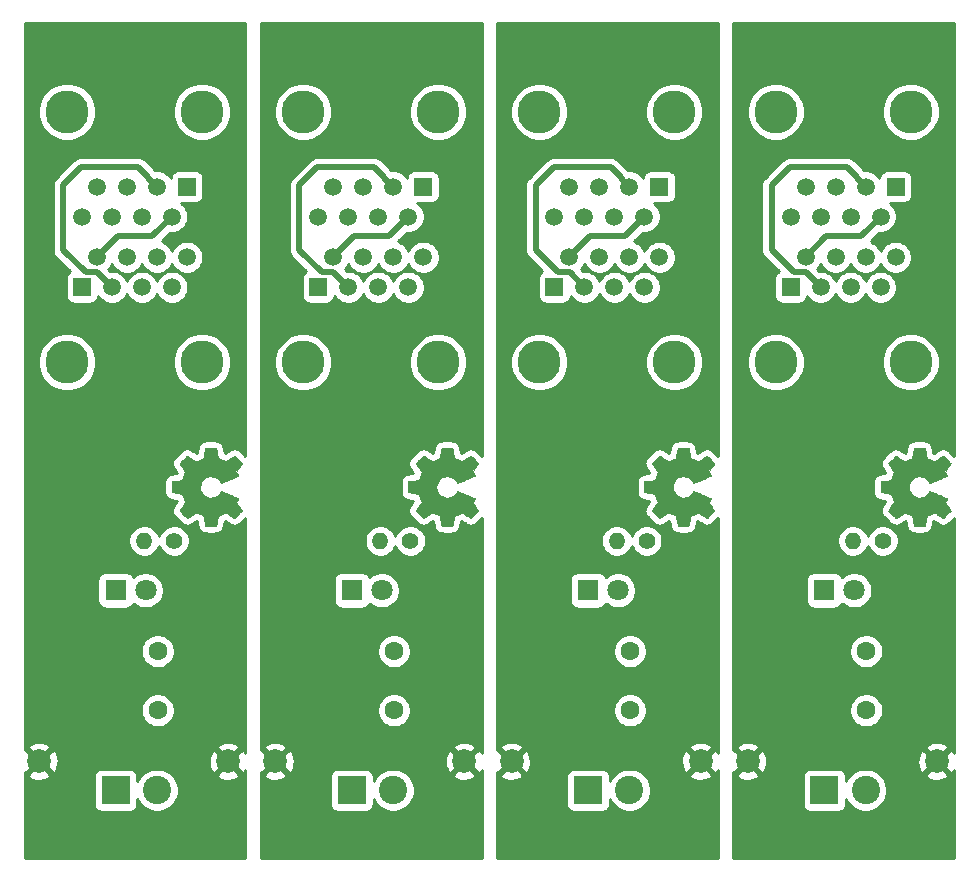
<source format=gbr>
G04 #@! TF.GenerationSoftware,KiCad,Pcbnew,5.1.5+dfsg1-2build2*
G04 #@! TF.CreationDate,2021-07-28T21:38:28-05:00*
G04 #@! TF.ProjectId,,58585858-5858-4585-9858-585858585858,rev?*
G04 #@! TF.SameCoordinates,Original*
G04 #@! TF.FileFunction,Copper,L2,Bot*
G04 #@! TF.FilePolarity,Positive*
%FSLAX46Y46*%
G04 Gerber Fmt 4.6, Leading zero omitted, Abs format (unit mm)*
G04 Created by KiCad (PCBNEW 5.1.5+dfsg1-2build2) date 2021-07-28 21:38:28*
%MOMM*%
%LPD*%
G04 APERTURE LIST*
%ADD10C,0.010000*%
%ADD11R,1.800000X1.800000*%
%ADD12C,1.800000*%
%ADD13R,2.400000X2.400000*%
%ADD14C,2.400000*%
%ADD15C,1.500000*%
%ADD16R,1.500000X1.500000*%
%ADD17C,3.650000*%
%ADD18C,1.998980*%
%ADD19C,1.600000*%
%ADD20C,1.400000*%
%ADD21O,1.400000X1.400000*%
%ADD22C,0.500000*%
%ADD23C,0.254000*%
G04 APERTURE END LIST*
D10*
G36*
X151448931Y-79930814D02*
G01*
X151893555Y-80014635D01*
X152021053Y-80323920D01*
X152148551Y-80633206D01*
X151896246Y-81004246D01*
X151825996Y-81108157D01*
X151763272Y-81202087D01*
X151710938Y-81281652D01*
X151671857Y-81342470D01*
X151648893Y-81380157D01*
X151643942Y-81390421D01*
X151656676Y-81408910D01*
X151691882Y-81448420D01*
X151745062Y-81504522D01*
X151811718Y-81572787D01*
X151887354Y-81648786D01*
X151967472Y-81728092D01*
X152047574Y-81806275D01*
X152123164Y-81878907D01*
X152189745Y-81941559D01*
X152242818Y-81989803D01*
X152277887Y-82019210D01*
X152289623Y-82026241D01*
X152311260Y-82016123D01*
X152358662Y-81987759D01*
X152427193Y-81944129D01*
X152512215Y-81888218D01*
X152609093Y-81823006D01*
X152664350Y-81785219D01*
X152765248Y-81716343D01*
X152856299Y-81655140D01*
X152932970Y-81604578D01*
X152990728Y-81567628D01*
X153025043Y-81547258D01*
X153032254Y-81544197D01*
X153052748Y-81551136D01*
X153100513Y-81570051D01*
X153168832Y-81598087D01*
X153250989Y-81632391D01*
X153340270Y-81670109D01*
X153429958Y-81708387D01*
X153513338Y-81744370D01*
X153583694Y-81775206D01*
X153634310Y-81798039D01*
X153658471Y-81810017D01*
X153659422Y-81810724D01*
X153664036Y-81829531D01*
X153674328Y-81879618D01*
X153689287Y-81955793D01*
X153707901Y-82052865D01*
X153729159Y-82165643D01*
X153741418Y-82231442D01*
X153764362Y-82351950D01*
X153786195Y-82460797D01*
X153805722Y-82552476D01*
X153821748Y-82621481D01*
X153833079Y-82662304D01*
X153836674Y-82670511D01*
X153861006Y-82678548D01*
X153915959Y-82685033D01*
X153995108Y-82689970D01*
X154092026Y-82693364D01*
X154200287Y-82695218D01*
X154313465Y-82695538D01*
X154425135Y-82694327D01*
X154528868Y-82691590D01*
X154618241Y-82687331D01*
X154686826Y-82681555D01*
X154728197Y-82674267D01*
X154736810Y-82669895D01*
X154747133Y-82643764D01*
X154761892Y-82588393D01*
X154779352Y-82511107D01*
X154797780Y-82419230D01*
X154803741Y-82387158D01*
X154832066Y-82232524D01*
X154854876Y-82110375D01*
X154873080Y-82016673D01*
X154887583Y-81947384D01*
X154899292Y-81898471D01*
X154909115Y-81865897D01*
X154917956Y-81845628D01*
X154926724Y-81833626D01*
X154928457Y-81831947D01*
X154956371Y-81815184D01*
X155010695Y-81789614D01*
X155084777Y-81757788D01*
X155171965Y-81722260D01*
X155265608Y-81685583D01*
X155359052Y-81650311D01*
X155445647Y-81618996D01*
X155518740Y-81594193D01*
X155571678Y-81578454D01*
X155597811Y-81574332D01*
X155598726Y-81574676D01*
X155620086Y-81588641D01*
X155667084Y-81620322D01*
X155734827Y-81666391D01*
X155818423Y-81723518D01*
X155912982Y-81788373D01*
X155939854Y-81806843D01*
X156037275Y-81872699D01*
X156126163Y-81930650D01*
X156201412Y-81977538D01*
X156257920Y-82010207D01*
X156290581Y-82025500D01*
X156294593Y-82026241D01*
X156315684Y-82013392D01*
X156357464Y-81977888D01*
X156415445Y-81924293D01*
X156485135Y-81857171D01*
X156562045Y-81781087D01*
X156641683Y-81700604D01*
X156719561Y-81620287D01*
X156791186Y-81544699D01*
X156852070Y-81478405D01*
X156897721Y-81425969D01*
X156923650Y-81391955D01*
X156927883Y-81382545D01*
X156917912Y-81360643D01*
X156891020Y-81315800D01*
X156851736Y-81255321D01*
X156820117Y-81208789D01*
X156762098Y-81124475D01*
X156693784Y-81024626D01*
X156625579Y-80924473D01*
X156589075Y-80870627D01*
X156465800Y-80688371D01*
X156548520Y-80535381D01*
X156584759Y-80465682D01*
X156612926Y-80406414D01*
X156628991Y-80366311D01*
X156631226Y-80356103D01*
X156614722Y-80343829D01*
X156568082Y-80319613D01*
X156495609Y-80285263D01*
X156401606Y-80242588D01*
X156290374Y-80193394D01*
X156166215Y-80139490D01*
X156033432Y-80082684D01*
X155896327Y-80024782D01*
X155759202Y-79967593D01*
X155626358Y-79912924D01*
X155502098Y-79862584D01*
X155390725Y-79818380D01*
X155296539Y-79782119D01*
X155223844Y-79755609D01*
X155176941Y-79740658D01*
X155160833Y-79738254D01*
X155140286Y-79757311D01*
X155106933Y-79799036D01*
X155067702Y-79854706D01*
X155064599Y-79859378D01*
X154949423Y-80003264D01*
X154815053Y-80119283D01*
X154665784Y-80206430D01*
X154505913Y-80263699D01*
X154339737Y-80290086D01*
X154171552Y-80284585D01*
X154005655Y-80246190D01*
X153846342Y-80173895D01*
X153811487Y-80152626D01*
X153670737Y-80041996D01*
X153557714Y-79911302D01*
X153473003Y-79765064D01*
X153417194Y-79607808D01*
X153390874Y-79444057D01*
X153394630Y-79278333D01*
X153429050Y-79115162D01*
X153494723Y-78959065D01*
X153592235Y-78814567D01*
X153631813Y-78769869D01*
X153755703Y-78656112D01*
X153886124Y-78573218D01*
X154032315Y-78516356D01*
X154177088Y-78484687D01*
X154339860Y-78476869D01*
X154503440Y-78502938D01*
X154662298Y-78560245D01*
X154810906Y-78646144D01*
X154943735Y-78757986D01*
X155055256Y-78893123D01*
X155067011Y-78910883D01*
X155105508Y-78967150D01*
X155138863Y-79009923D01*
X155160160Y-79030372D01*
X155160833Y-79030669D01*
X155183871Y-79026279D01*
X155236157Y-79008876D01*
X155313390Y-78980268D01*
X155411268Y-78942265D01*
X155525491Y-78896674D01*
X155651758Y-78845303D01*
X155785767Y-78789962D01*
X155923218Y-78732458D01*
X156059808Y-78674601D01*
X156191237Y-78618198D01*
X156313205Y-78565058D01*
X156421409Y-78516990D01*
X156511549Y-78475801D01*
X156579323Y-78443301D01*
X156620430Y-78421297D01*
X156631226Y-78412436D01*
X156622819Y-78385360D01*
X156600272Y-78334697D01*
X156567613Y-78269183D01*
X156548520Y-78233159D01*
X156465800Y-78080168D01*
X156589075Y-77897912D01*
X156652228Y-77804875D01*
X156721727Y-77703015D01*
X156787165Y-77607562D01*
X156820117Y-77559750D01*
X156865273Y-77492505D01*
X156901057Y-77435564D01*
X156922938Y-77396354D01*
X156927563Y-77383619D01*
X156915085Y-77365083D01*
X156880252Y-77324059D01*
X156826678Y-77264525D01*
X156757983Y-77190458D01*
X156677781Y-77105835D01*
X156626286Y-77052315D01*
X156534286Y-76958681D01*
X156451999Y-76877759D01*
X156382945Y-76812823D01*
X156330644Y-76767142D01*
X156298616Y-76743989D01*
X156292116Y-76741768D01*
X156267394Y-76752076D01*
X156217405Y-76780561D01*
X156147212Y-76824063D01*
X156061875Y-76879423D01*
X155966456Y-76943480D01*
X155939854Y-76961697D01*
X155843167Y-77028073D01*
X155756117Y-77087622D01*
X155683595Y-77137016D01*
X155630493Y-77172925D01*
X155601703Y-77192019D01*
X155598726Y-77193864D01*
X155575782Y-77191105D01*
X155525336Y-77176462D01*
X155454041Y-77152487D01*
X155368547Y-77121734D01*
X155275507Y-77086756D01*
X155181574Y-77050107D01*
X155093399Y-77014339D01*
X155017634Y-76982006D01*
X154960931Y-76955662D01*
X154929943Y-76937858D01*
X154928457Y-76936593D01*
X154919601Y-76925706D01*
X154910843Y-76907318D01*
X154901277Y-76877394D01*
X154889996Y-76831897D01*
X154876093Y-76766791D01*
X154858663Y-76678039D01*
X154836798Y-76561607D01*
X154809591Y-76413458D01*
X154803741Y-76381382D01*
X154785374Y-76286314D01*
X154767405Y-76203435D01*
X154751569Y-76140070D01*
X154739600Y-76103542D01*
X154736810Y-76098644D01*
X154712072Y-76090573D01*
X154656790Y-76084013D01*
X154577389Y-76078967D01*
X154480296Y-76075441D01*
X154371938Y-76073439D01*
X154258740Y-76072964D01*
X154147128Y-76074023D01*
X154043529Y-76076618D01*
X153954368Y-76080754D01*
X153886072Y-76086437D01*
X153845066Y-76093669D01*
X153836674Y-76098029D01*
X153828208Y-76122302D01*
X153814435Y-76177574D01*
X153796550Y-76258338D01*
X153775748Y-76359088D01*
X153753223Y-76474317D01*
X153741418Y-76537098D01*
X153719151Y-76656213D01*
X153698979Y-76762435D01*
X153681915Y-76850573D01*
X153668969Y-76915434D01*
X153661155Y-76951826D01*
X153659422Y-76957816D01*
X153639890Y-76967939D01*
X153592843Y-76989338D01*
X153525003Y-77019161D01*
X153443091Y-77054555D01*
X153353828Y-77092668D01*
X153263935Y-77130647D01*
X153180135Y-77165640D01*
X153109147Y-77194794D01*
X153057694Y-77215257D01*
X153032497Y-77224177D01*
X153031396Y-77224343D01*
X153011519Y-77214231D01*
X152965777Y-77185883D01*
X152898717Y-77142277D01*
X152814884Y-77086394D01*
X152718826Y-77021213D01*
X152663650Y-76983321D01*
X152562481Y-76914275D01*
X152470630Y-76852950D01*
X152392744Y-76802337D01*
X152333469Y-76765429D01*
X152297451Y-76745218D01*
X152289377Y-76742299D01*
X152270584Y-76754847D01*
X152230457Y-76789537D01*
X152173493Y-76841937D01*
X152104185Y-76907616D01*
X152027031Y-76982144D01*
X151946525Y-77061087D01*
X151867163Y-77140017D01*
X151793440Y-77214500D01*
X151729852Y-77280106D01*
X151680894Y-77332404D01*
X151651061Y-77366961D01*
X151643942Y-77378522D01*
X151653953Y-77397346D01*
X151682078Y-77442369D01*
X151725454Y-77509213D01*
X151781218Y-77593501D01*
X151846506Y-77690856D01*
X151896246Y-77764293D01*
X152148551Y-78135333D01*
X151893555Y-78753905D01*
X151448931Y-78837725D01*
X151004307Y-78921546D01*
X151004307Y-79846994D01*
X151448931Y-79930814D01*
G37*
X151448931Y-79930814D02*
X151893555Y-80014635D01*
X152021053Y-80323920D01*
X152148551Y-80633206D01*
X151896246Y-81004246D01*
X151825996Y-81108157D01*
X151763272Y-81202087D01*
X151710938Y-81281652D01*
X151671857Y-81342470D01*
X151648893Y-81380157D01*
X151643942Y-81390421D01*
X151656676Y-81408910D01*
X151691882Y-81448420D01*
X151745062Y-81504522D01*
X151811718Y-81572787D01*
X151887354Y-81648786D01*
X151967472Y-81728092D01*
X152047574Y-81806275D01*
X152123164Y-81878907D01*
X152189745Y-81941559D01*
X152242818Y-81989803D01*
X152277887Y-82019210D01*
X152289623Y-82026241D01*
X152311260Y-82016123D01*
X152358662Y-81987759D01*
X152427193Y-81944129D01*
X152512215Y-81888218D01*
X152609093Y-81823006D01*
X152664350Y-81785219D01*
X152765248Y-81716343D01*
X152856299Y-81655140D01*
X152932970Y-81604578D01*
X152990728Y-81567628D01*
X153025043Y-81547258D01*
X153032254Y-81544197D01*
X153052748Y-81551136D01*
X153100513Y-81570051D01*
X153168832Y-81598087D01*
X153250989Y-81632391D01*
X153340270Y-81670109D01*
X153429958Y-81708387D01*
X153513338Y-81744370D01*
X153583694Y-81775206D01*
X153634310Y-81798039D01*
X153658471Y-81810017D01*
X153659422Y-81810724D01*
X153664036Y-81829531D01*
X153674328Y-81879618D01*
X153689287Y-81955793D01*
X153707901Y-82052865D01*
X153729159Y-82165643D01*
X153741418Y-82231442D01*
X153764362Y-82351950D01*
X153786195Y-82460797D01*
X153805722Y-82552476D01*
X153821748Y-82621481D01*
X153833079Y-82662304D01*
X153836674Y-82670511D01*
X153861006Y-82678548D01*
X153915959Y-82685033D01*
X153995108Y-82689970D01*
X154092026Y-82693364D01*
X154200287Y-82695218D01*
X154313465Y-82695538D01*
X154425135Y-82694327D01*
X154528868Y-82691590D01*
X154618241Y-82687331D01*
X154686826Y-82681555D01*
X154728197Y-82674267D01*
X154736810Y-82669895D01*
X154747133Y-82643764D01*
X154761892Y-82588393D01*
X154779352Y-82511107D01*
X154797780Y-82419230D01*
X154803741Y-82387158D01*
X154832066Y-82232524D01*
X154854876Y-82110375D01*
X154873080Y-82016673D01*
X154887583Y-81947384D01*
X154899292Y-81898471D01*
X154909115Y-81865897D01*
X154917956Y-81845628D01*
X154926724Y-81833626D01*
X154928457Y-81831947D01*
X154956371Y-81815184D01*
X155010695Y-81789614D01*
X155084777Y-81757788D01*
X155171965Y-81722260D01*
X155265608Y-81685583D01*
X155359052Y-81650311D01*
X155445647Y-81618996D01*
X155518740Y-81594193D01*
X155571678Y-81578454D01*
X155597811Y-81574332D01*
X155598726Y-81574676D01*
X155620086Y-81588641D01*
X155667084Y-81620322D01*
X155734827Y-81666391D01*
X155818423Y-81723518D01*
X155912982Y-81788373D01*
X155939854Y-81806843D01*
X156037275Y-81872699D01*
X156126163Y-81930650D01*
X156201412Y-81977538D01*
X156257920Y-82010207D01*
X156290581Y-82025500D01*
X156294593Y-82026241D01*
X156315684Y-82013392D01*
X156357464Y-81977888D01*
X156415445Y-81924293D01*
X156485135Y-81857171D01*
X156562045Y-81781087D01*
X156641683Y-81700604D01*
X156719561Y-81620287D01*
X156791186Y-81544699D01*
X156852070Y-81478405D01*
X156897721Y-81425969D01*
X156923650Y-81391955D01*
X156927883Y-81382545D01*
X156917912Y-81360643D01*
X156891020Y-81315800D01*
X156851736Y-81255321D01*
X156820117Y-81208789D01*
X156762098Y-81124475D01*
X156693784Y-81024626D01*
X156625579Y-80924473D01*
X156589075Y-80870627D01*
X156465800Y-80688371D01*
X156548520Y-80535381D01*
X156584759Y-80465682D01*
X156612926Y-80406414D01*
X156628991Y-80366311D01*
X156631226Y-80356103D01*
X156614722Y-80343829D01*
X156568082Y-80319613D01*
X156495609Y-80285263D01*
X156401606Y-80242588D01*
X156290374Y-80193394D01*
X156166215Y-80139490D01*
X156033432Y-80082684D01*
X155896327Y-80024782D01*
X155759202Y-79967593D01*
X155626358Y-79912924D01*
X155502098Y-79862584D01*
X155390725Y-79818380D01*
X155296539Y-79782119D01*
X155223844Y-79755609D01*
X155176941Y-79740658D01*
X155160833Y-79738254D01*
X155140286Y-79757311D01*
X155106933Y-79799036D01*
X155067702Y-79854706D01*
X155064599Y-79859378D01*
X154949423Y-80003264D01*
X154815053Y-80119283D01*
X154665784Y-80206430D01*
X154505913Y-80263699D01*
X154339737Y-80290086D01*
X154171552Y-80284585D01*
X154005655Y-80246190D01*
X153846342Y-80173895D01*
X153811487Y-80152626D01*
X153670737Y-80041996D01*
X153557714Y-79911302D01*
X153473003Y-79765064D01*
X153417194Y-79607808D01*
X153390874Y-79444057D01*
X153394630Y-79278333D01*
X153429050Y-79115162D01*
X153494723Y-78959065D01*
X153592235Y-78814567D01*
X153631813Y-78769869D01*
X153755703Y-78656112D01*
X153886124Y-78573218D01*
X154032315Y-78516356D01*
X154177088Y-78484687D01*
X154339860Y-78476869D01*
X154503440Y-78502938D01*
X154662298Y-78560245D01*
X154810906Y-78646144D01*
X154943735Y-78757986D01*
X155055256Y-78893123D01*
X155067011Y-78910883D01*
X155105508Y-78967150D01*
X155138863Y-79009923D01*
X155160160Y-79030372D01*
X155160833Y-79030669D01*
X155183871Y-79026279D01*
X155236157Y-79008876D01*
X155313390Y-78980268D01*
X155411268Y-78942265D01*
X155525491Y-78896674D01*
X155651758Y-78845303D01*
X155785767Y-78789962D01*
X155923218Y-78732458D01*
X156059808Y-78674601D01*
X156191237Y-78618198D01*
X156313205Y-78565058D01*
X156421409Y-78516990D01*
X156511549Y-78475801D01*
X156579323Y-78443301D01*
X156620430Y-78421297D01*
X156631226Y-78412436D01*
X156622819Y-78385360D01*
X156600272Y-78334697D01*
X156567613Y-78269183D01*
X156548520Y-78233159D01*
X156465800Y-78080168D01*
X156589075Y-77897912D01*
X156652228Y-77804875D01*
X156721727Y-77703015D01*
X156787165Y-77607562D01*
X156820117Y-77559750D01*
X156865273Y-77492505D01*
X156901057Y-77435564D01*
X156922938Y-77396354D01*
X156927563Y-77383619D01*
X156915085Y-77365083D01*
X156880252Y-77324059D01*
X156826678Y-77264525D01*
X156757983Y-77190458D01*
X156677781Y-77105835D01*
X156626286Y-77052315D01*
X156534286Y-76958681D01*
X156451999Y-76877759D01*
X156382945Y-76812823D01*
X156330644Y-76767142D01*
X156298616Y-76743989D01*
X156292116Y-76741768D01*
X156267394Y-76752076D01*
X156217405Y-76780561D01*
X156147212Y-76824063D01*
X156061875Y-76879423D01*
X155966456Y-76943480D01*
X155939854Y-76961697D01*
X155843167Y-77028073D01*
X155756117Y-77087622D01*
X155683595Y-77137016D01*
X155630493Y-77172925D01*
X155601703Y-77192019D01*
X155598726Y-77193864D01*
X155575782Y-77191105D01*
X155525336Y-77176462D01*
X155454041Y-77152487D01*
X155368547Y-77121734D01*
X155275507Y-77086756D01*
X155181574Y-77050107D01*
X155093399Y-77014339D01*
X155017634Y-76982006D01*
X154960931Y-76955662D01*
X154929943Y-76937858D01*
X154928457Y-76936593D01*
X154919601Y-76925706D01*
X154910843Y-76907318D01*
X154901277Y-76877394D01*
X154889996Y-76831897D01*
X154876093Y-76766791D01*
X154858663Y-76678039D01*
X154836798Y-76561607D01*
X154809591Y-76413458D01*
X154803741Y-76381382D01*
X154785374Y-76286314D01*
X154767405Y-76203435D01*
X154751569Y-76140070D01*
X154739600Y-76103542D01*
X154736810Y-76098644D01*
X154712072Y-76090573D01*
X154656790Y-76084013D01*
X154577389Y-76078967D01*
X154480296Y-76075441D01*
X154371938Y-76073439D01*
X154258740Y-76072964D01*
X154147128Y-76074023D01*
X154043529Y-76076618D01*
X153954368Y-76080754D01*
X153886072Y-76086437D01*
X153845066Y-76093669D01*
X153836674Y-76098029D01*
X153828208Y-76122302D01*
X153814435Y-76177574D01*
X153796550Y-76258338D01*
X153775748Y-76359088D01*
X153753223Y-76474317D01*
X153741418Y-76537098D01*
X153719151Y-76656213D01*
X153698979Y-76762435D01*
X153681915Y-76850573D01*
X153668969Y-76915434D01*
X153661155Y-76951826D01*
X153659422Y-76957816D01*
X153639890Y-76967939D01*
X153592843Y-76989338D01*
X153525003Y-77019161D01*
X153443091Y-77054555D01*
X153353828Y-77092668D01*
X153263935Y-77130647D01*
X153180135Y-77165640D01*
X153109147Y-77194794D01*
X153057694Y-77215257D01*
X153032497Y-77224177D01*
X153031396Y-77224343D01*
X153011519Y-77214231D01*
X152965777Y-77185883D01*
X152898717Y-77142277D01*
X152814884Y-77086394D01*
X152718826Y-77021213D01*
X152663650Y-76983321D01*
X152562481Y-76914275D01*
X152470630Y-76852950D01*
X152392744Y-76802337D01*
X152333469Y-76765429D01*
X152297451Y-76745218D01*
X152289377Y-76742299D01*
X152270584Y-76754847D01*
X152230457Y-76789537D01*
X152173493Y-76841937D01*
X152104185Y-76907616D01*
X152027031Y-76982144D01*
X151946525Y-77061087D01*
X151867163Y-77140017D01*
X151793440Y-77214500D01*
X151729852Y-77280106D01*
X151680894Y-77332404D01*
X151651061Y-77366961D01*
X151643942Y-77378522D01*
X151653953Y-77397346D01*
X151682078Y-77442369D01*
X151725454Y-77509213D01*
X151781218Y-77593501D01*
X151846506Y-77690856D01*
X151896246Y-77764293D01*
X152148551Y-78135333D01*
X151893555Y-78753905D01*
X151448931Y-78837725D01*
X151004307Y-78921546D01*
X151004307Y-79846994D01*
X151448931Y-79930814D01*
G36*
X131448931Y-79930814D02*
G01*
X131893555Y-80014635D01*
X132021053Y-80323920D01*
X132148551Y-80633206D01*
X131896246Y-81004246D01*
X131825996Y-81108157D01*
X131763272Y-81202087D01*
X131710938Y-81281652D01*
X131671857Y-81342470D01*
X131648893Y-81380157D01*
X131643942Y-81390421D01*
X131656676Y-81408910D01*
X131691882Y-81448420D01*
X131745062Y-81504522D01*
X131811718Y-81572787D01*
X131887354Y-81648786D01*
X131967472Y-81728092D01*
X132047574Y-81806275D01*
X132123164Y-81878907D01*
X132189745Y-81941559D01*
X132242818Y-81989803D01*
X132277887Y-82019210D01*
X132289623Y-82026241D01*
X132311260Y-82016123D01*
X132358662Y-81987759D01*
X132427193Y-81944129D01*
X132512215Y-81888218D01*
X132609093Y-81823006D01*
X132664350Y-81785219D01*
X132765248Y-81716343D01*
X132856299Y-81655140D01*
X132932970Y-81604578D01*
X132990728Y-81567628D01*
X133025043Y-81547258D01*
X133032254Y-81544197D01*
X133052748Y-81551136D01*
X133100513Y-81570051D01*
X133168832Y-81598087D01*
X133250989Y-81632391D01*
X133340270Y-81670109D01*
X133429958Y-81708387D01*
X133513338Y-81744370D01*
X133583694Y-81775206D01*
X133634310Y-81798039D01*
X133658471Y-81810017D01*
X133659422Y-81810724D01*
X133664036Y-81829531D01*
X133674328Y-81879618D01*
X133689287Y-81955793D01*
X133707901Y-82052865D01*
X133729159Y-82165643D01*
X133741418Y-82231442D01*
X133764362Y-82351950D01*
X133786195Y-82460797D01*
X133805722Y-82552476D01*
X133821748Y-82621481D01*
X133833079Y-82662304D01*
X133836674Y-82670511D01*
X133861006Y-82678548D01*
X133915959Y-82685033D01*
X133995108Y-82689970D01*
X134092026Y-82693364D01*
X134200287Y-82695218D01*
X134313465Y-82695538D01*
X134425135Y-82694327D01*
X134528868Y-82691590D01*
X134618241Y-82687331D01*
X134686826Y-82681555D01*
X134728197Y-82674267D01*
X134736810Y-82669895D01*
X134747133Y-82643764D01*
X134761892Y-82588393D01*
X134779352Y-82511107D01*
X134797780Y-82419230D01*
X134803741Y-82387158D01*
X134832066Y-82232524D01*
X134854876Y-82110375D01*
X134873080Y-82016673D01*
X134887583Y-81947384D01*
X134899292Y-81898471D01*
X134909115Y-81865897D01*
X134917956Y-81845628D01*
X134926724Y-81833626D01*
X134928457Y-81831947D01*
X134956371Y-81815184D01*
X135010695Y-81789614D01*
X135084777Y-81757788D01*
X135171965Y-81722260D01*
X135265608Y-81685583D01*
X135359052Y-81650311D01*
X135445647Y-81618996D01*
X135518740Y-81594193D01*
X135571678Y-81578454D01*
X135597811Y-81574332D01*
X135598726Y-81574676D01*
X135620086Y-81588641D01*
X135667084Y-81620322D01*
X135734827Y-81666391D01*
X135818423Y-81723518D01*
X135912982Y-81788373D01*
X135939854Y-81806843D01*
X136037275Y-81872699D01*
X136126163Y-81930650D01*
X136201412Y-81977538D01*
X136257920Y-82010207D01*
X136290581Y-82025500D01*
X136294593Y-82026241D01*
X136315684Y-82013392D01*
X136357464Y-81977888D01*
X136415445Y-81924293D01*
X136485135Y-81857171D01*
X136562045Y-81781087D01*
X136641683Y-81700604D01*
X136719561Y-81620287D01*
X136791186Y-81544699D01*
X136852070Y-81478405D01*
X136897721Y-81425969D01*
X136923650Y-81391955D01*
X136927883Y-81382545D01*
X136917912Y-81360643D01*
X136891020Y-81315800D01*
X136851736Y-81255321D01*
X136820117Y-81208789D01*
X136762098Y-81124475D01*
X136693784Y-81024626D01*
X136625579Y-80924473D01*
X136589075Y-80870627D01*
X136465800Y-80688371D01*
X136548520Y-80535381D01*
X136584759Y-80465682D01*
X136612926Y-80406414D01*
X136628991Y-80366311D01*
X136631226Y-80356103D01*
X136614722Y-80343829D01*
X136568082Y-80319613D01*
X136495609Y-80285263D01*
X136401606Y-80242588D01*
X136290374Y-80193394D01*
X136166215Y-80139490D01*
X136033432Y-80082684D01*
X135896327Y-80024782D01*
X135759202Y-79967593D01*
X135626358Y-79912924D01*
X135502098Y-79862584D01*
X135390725Y-79818380D01*
X135296539Y-79782119D01*
X135223844Y-79755609D01*
X135176941Y-79740658D01*
X135160833Y-79738254D01*
X135140286Y-79757311D01*
X135106933Y-79799036D01*
X135067702Y-79854706D01*
X135064599Y-79859378D01*
X134949423Y-80003264D01*
X134815053Y-80119283D01*
X134665784Y-80206430D01*
X134505913Y-80263699D01*
X134339737Y-80290086D01*
X134171552Y-80284585D01*
X134005655Y-80246190D01*
X133846342Y-80173895D01*
X133811487Y-80152626D01*
X133670737Y-80041996D01*
X133557714Y-79911302D01*
X133473003Y-79765064D01*
X133417194Y-79607808D01*
X133390874Y-79444057D01*
X133394630Y-79278333D01*
X133429050Y-79115162D01*
X133494723Y-78959065D01*
X133592235Y-78814567D01*
X133631813Y-78769869D01*
X133755703Y-78656112D01*
X133886124Y-78573218D01*
X134032315Y-78516356D01*
X134177088Y-78484687D01*
X134339860Y-78476869D01*
X134503440Y-78502938D01*
X134662298Y-78560245D01*
X134810906Y-78646144D01*
X134943735Y-78757986D01*
X135055256Y-78893123D01*
X135067011Y-78910883D01*
X135105508Y-78967150D01*
X135138863Y-79009923D01*
X135160160Y-79030372D01*
X135160833Y-79030669D01*
X135183871Y-79026279D01*
X135236157Y-79008876D01*
X135313390Y-78980268D01*
X135411268Y-78942265D01*
X135525491Y-78896674D01*
X135651758Y-78845303D01*
X135785767Y-78789962D01*
X135923218Y-78732458D01*
X136059808Y-78674601D01*
X136191237Y-78618198D01*
X136313205Y-78565058D01*
X136421409Y-78516990D01*
X136511549Y-78475801D01*
X136579323Y-78443301D01*
X136620430Y-78421297D01*
X136631226Y-78412436D01*
X136622819Y-78385360D01*
X136600272Y-78334697D01*
X136567613Y-78269183D01*
X136548520Y-78233159D01*
X136465800Y-78080168D01*
X136589075Y-77897912D01*
X136652228Y-77804875D01*
X136721727Y-77703015D01*
X136787165Y-77607562D01*
X136820117Y-77559750D01*
X136865273Y-77492505D01*
X136901057Y-77435564D01*
X136922938Y-77396354D01*
X136927563Y-77383619D01*
X136915085Y-77365083D01*
X136880252Y-77324059D01*
X136826678Y-77264525D01*
X136757983Y-77190458D01*
X136677781Y-77105835D01*
X136626286Y-77052315D01*
X136534286Y-76958681D01*
X136451999Y-76877759D01*
X136382945Y-76812823D01*
X136330644Y-76767142D01*
X136298616Y-76743989D01*
X136292116Y-76741768D01*
X136267394Y-76752076D01*
X136217405Y-76780561D01*
X136147212Y-76824063D01*
X136061875Y-76879423D01*
X135966456Y-76943480D01*
X135939854Y-76961697D01*
X135843167Y-77028073D01*
X135756117Y-77087622D01*
X135683595Y-77137016D01*
X135630493Y-77172925D01*
X135601703Y-77192019D01*
X135598726Y-77193864D01*
X135575782Y-77191105D01*
X135525336Y-77176462D01*
X135454041Y-77152487D01*
X135368547Y-77121734D01*
X135275507Y-77086756D01*
X135181574Y-77050107D01*
X135093399Y-77014339D01*
X135017634Y-76982006D01*
X134960931Y-76955662D01*
X134929943Y-76937858D01*
X134928457Y-76936593D01*
X134919601Y-76925706D01*
X134910843Y-76907318D01*
X134901277Y-76877394D01*
X134889996Y-76831897D01*
X134876093Y-76766791D01*
X134858663Y-76678039D01*
X134836798Y-76561607D01*
X134809591Y-76413458D01*
X134803741Y-76381382D01*
X134785374Y-76286314D01*
X134767405Y-76203435D01*
X134751569Y-76140070D01*
X134739600Y-76103542D01*
X134736810Y-76098644D01*
X134712072Y-76090573D01*
X134656790Y-76084013D01*
X134577389Y-76078967D01*
X134480296Y-76075441D01*
X134371938Y-76073439D01*
X134258740Y-76072964D01*
X134147128Y-76074023D01*
X134043529Y-76076618D01*
X133954368Y-76080754D01*
X133886072Y-76086437D01*
X133845066Y-76093669D01*
X133836674Y-76098029D01*
X133828208Y-76122302D01*
X133814435Y-76177574D01*
X133796550Y-76258338D01*
X133775748Y-76359088D01*
X133753223Y-76474317D01*
X133741418Y-76537098D01*
X133719151Y-76656213D01*
X133698979Y-76762435D01*
X133681915Y-76850573D01*
X133668969Y-76915434D01*
X133661155Y-76951826D01*
X133659422Y-76957816D01*
X133639890Y-76967939D01*
X133592843Y-76989338D01*
X133525003Y-77019161D01*
X133443091Y-77054555D01*
X133353828Y-77092668D01*
X133263935Y-77130647D01*
X133180135Y-77165640D01*
X133109147Y-77194794D01*
X133057694Y-77215257D01*
X133032497Y-77224177D01*
X133031396Y-77224343D01*
X133011519Y-77214231D01*
X132965777Y-77185883D01*
X132898717Y-77142277D01*
X132814884Y-77086394D01*
X132718826Y-77021213D01*
X132663650Y-76983321D01*
X132562481Y-76914275D01*
X132470630Y-76852950D01*
X132392744Y-76802337D01*
X132333469Y-76765429D01*
X132297451Y-76745218D01*
X132289377Y-76742299D01*
X132270584Y-76754847D01*
X132230457Y-76789537D01*
X132173493Y-76841937D01*
X132104185Y-76907616D01*
X132027031Y-76982144D01*
X131946525Y-77061087D01*
X131867163Y-77140017D01*
X131793440Y-77214500D01*
X131729852Y-77280106D01*
X131680894Y-77332404D01*
X131651061Y-77366961D01*
X131643942Y-77378522D01*
X131653953Y-77397346D01*
X131682078Y-77442369D01*
X131725454Y-77509213D01*
X131781218Y-77593501D01*
X131846506Y-77690856D01*
X131896246Y-77764293D01*
X132148551Y-78135333D01*
X131893555Y-78753905D01*
X131448931Y-78837725D01*
X131004307Y-78921546D01*
X131004307Y-79846994D01*
X131448931Y-79930814D01*
G37*
X131448931Y-79930814D02*
X131893555Y-80014635D01*
X132021053Y-80323920D01*
X132148551Y-80633206D01*
X131896246Y-81004246D01*
X131825996Y-81108157D01*
X131763272Y-81202087D01*
X131710938Y-81281652D01*
X131671857Y-81342470D01*
X131648893Y-81380157D01*
X131643942Y-81390421D01*
X131656676Y-81408910D01*
X131691882Y-81448420D01*
X131745062Y-81504522D01*
X131811718Y-81572787D01*
X131887354Y-81648786D01*
X131967472Y-81728092D01*
X132047574Y-81806275D01*
X132123164Y-81878907D01*
X132189745Y-81941559D01*
X132242818Y-81989803D01*
X132277887Y-82019210D01*
X132289623Y-82026241D01*
X132311260Y-82016123D01*
X132358662Y-81987759D01*
X132427193Y-81944129D01*
X132512215Y-81888218D01*
X132609093Y-81823006D01*
X132664350Y-81785219D01*
X132765248Y-81716343D01*
X132856299Y-81655140D01*
X132932970Y-81604578D01*
X132990728Y-81567628D01*
X133025043Y-81547258D01*
X133032254Y-81544197D01*
X133052748Y-81551136D01*
X133100513Y-81570051D01*
X133168832Y-81598087D01*
X133250989Y-81632391D01*
X133340270Y-81670109D01*
X133429958Y-81708387D01*
X133513338Y-81744370D01*
X133583694Y-81775206D01*
X133634310Y-81798039D01*
X133658471Y-81810017D01*
X133659422Y-81810724D01*
X133664036Y-81829531D01*
X133674328Y-81879618D01*
X133689287Y-81955793D01*
X133707901Y-82052865D01*
X133729159Y-82165643D01*
X133741418Y-82231442D01*
X133764362Y-82351950D01*
X133786195Y-82460797D01*
X133805722Y-82552476D01*
X133821748Y-82621481D01*
X133833079Y-82662304D01*
X133836674Y-82670511D01*
X133861006Y-82678548D01*
X133915959Y-82685033D01*
X133995108Y-82689970D01*
X134092026Y-82693364D01*
X134200287Y-82695218D01*
X134313465Y-82695538D01*
X134425135Y-82694327D01*
X134528868Y-82691590D01*
X134618241Y-82687331D01*
X134686826Y-82681555D01*
X134728197Y-82674267D01*
X134736810Y-82669895D01*
X134747133Y-82643764D01*
X134761892Y-82588393D01*
X134779352Y-82511107D01*
X134797780Y-82419230D01*
X134803741Y-82387158D01*
X134832066Y-82232524D01*
X134854876Y-82110375D01*
X134873080Y-82016673D01*
X134887583Y-81947384D01*
X134899292Y-81898471D01*
X134909115Y-81865897D01*
X134917956Y-81845628D01*
X134926724Y-81833626D01*
X134928457Y-81831947D01*
X134956371Y-81815184D01*
X135010695Y-81789614D01*
X135084777Y-81757788D01*
X135171965Y-81722260D01*
X135265608Y-81685583D01*
X135359052Y-81650311D01*
X135445647Y-81618996D01*
X135518740Y-81594193D01*
X135571678Y-81578454D01*
X135597811Y-81574332D01*
X135598726Y-81574676D01*
X135620086Y-81588641D01*
X135667084Y-81620322D01*
X135734827Y-81666391D01*
X135818423Y-81723518D01*
X135912982Y-81788373D01*
X135939854Y-81806843D01*
X136037275Y-81872699D01*
X136126163Y-81930650D01*
X136201412Y-81977538D01*
X136257920Y-82010207D01*
X136290581Y-82025500D01*
X136294593Y-82026241D01*
X136315684Y-82013392D01*
X136357464Y-81977888D01*
X136415445Y-81924293D01*
X136485135Y-81857171D01*
X136562045Y-81781087D01*
X136641683Y-81700604D01*
X136719561Y-81620287D01*
X136791186Y-81544699D01*
X136852070Y-81478405D01*
X136897721Y-81425969D01*
X136923650Y-81391955D01*
X136927883Y-81382545D01*
X136917912Y-81360643D01*
X136891020Y-81315800D01*
X136851736Y-81255321D01*
X136820117Y-81208789D01*
X136762098Y-81124475D01*
X136693784Y-81024626D01*
X136625579Y-80924473D01*
X136589075Y-80870627D01*
X136465800Y-80688371D01*
X136548520Y-80535381D01*
X136584759Y-80465682D01*
X136612926Y-80406414D01*
X136628991Y-80366311D01*
X136631226Y-80356103D01*
X136614722Y-80343829D01*
X136568082Y-80319613D01*
X136495609Y-80285263D01*
X136401606Y-80242588D01*
X136290374Y-80193394D01*
X136166215Y-80139490D01*
X136033432Y-80082684D01*
X135896327Y-80024782D01*
X135759202Y-79967593D01*
X135626358Y-79912924D01*
X135502098Y-79862584D01*
X135390725Y-79818380D01*
X135296539Y-79782119D01*
X135223844Y-79755609D01*
X135176941Y-79740658D01*
X135160833Y-79738254D01*
X135140286Y-79757311D01*
X135106933Y-79799036D01*
X135067702Y-79854706D01*
X135064599Y-79859378D01*
X134949423Y-80003264D01*
X134815053Y-80119283D01*
X134665784Y-80206430D01*
X134505913Y-80263699D01*
X134339737Y-80290086D01*
X134171552Y-80284585D01*
X134005655Y-80246190D01*
X133846342Y-80173895D01*
X133811487Y-80152626D01*
X133670737Y-80041996D01*
X133557714Y-79911302D01*
X133473003Y-79765064D01*
X133417194Y-79607808D01*
X133390874Y-79444057D01*
X133394630Y-79278333D01*
X133429050Y-79115162D01*
X133494723Y-78959065D01*
X133592235Y-78814567D01*
X133631813Y-78769869D01*
X133755703Y-78656112D01*
X133886124Y-78573218D01*
X134032315Y-78516356D01*
X134177088Y-78484687D01*
X134339860Y-78476869D01*
X134503440Y-78502938D01*
X134662298Y-78560245D01*
X134810906Y-78646144D01*
X134943735Y-78757986D01*
X135055256Y-78893123D01*
X135067011Y-78910883D01*
X135105508Y-78967150D01*
X135138863Y-79009923D01*
X135160160Y-79030372D01*
X135160833Y-79030669D01*
X135183871Y-79026279D01*
X135236157Y-79008876D01*
X135313390Y-78980268D01*
X135411268Y-78942265D01*
X135525491Y-78896674D01*
X135651758Y-78845303D01*
X135785767Y-78789962D01*
X135923218Y-78732458D01*
X136059808Y-78674601D01*
X136191237Y-78618198D01*
X136313205Y-78565058D01*
X136421409Y-78516990D01*
X136511549Y-78475801D01*
X136579323Y-78443301D01*
X136620430Y-78421297D01*
X136631226Y-78412436D01*
X136622819Y-78385360D01*
X136600272Y-78334697D01*
X136567613Y-78269183D01*
X136548520Y-78233159D01*
X136465800Y-78080168D01*
X136589075Y-77897912D01*
X136652228Y-77804875D01*
X136721727Y-77703015D01*
X136787165Y-77607562D01*
X136820117Y-77559750D01*
X136865273Y-77492505D01*
X136901057Y-77435564D01*
X136922938Y-77396354D01*
X136927563Y-77383619D01*
X136915085Y-77365083D01*
X136880252Y-77324059D01*
X136826678Y-77264525D01*
X136757983Y-77190458D01*
X136677781Y-77105835D01*
X136626286Y-77052315D01*
X136534286Y-76958681D01*
X136451999Y-76877759D01*
X136382945Y-76812823D01*
X136330644Y-76767142D01*
X136298616Y-76743989D01*
X136292116Y-76741768D01*
X136267394Y-76752076D01*
X136217405Y-76780561D01*
X136147212Y-76824063D01*
X136061875Y-76879423D01*
X135966456Y-76943480D01*
X135939854Y-76961697D01*
X135843167Y-77028073D01*
X135756117Y-77087622D01*
X135683595Y-77137016D01*
X135630493Y-77172925D01*
X135601703Y-77192019D01*
X135598726Y-77193864D01*
X135575782Y-77191105D01*
X135525336Y-77176462D01*
X135454041Y-77152487D01*
X135368547Y-77121734D01*
X135275507Y-77086756D01*
X135181574Y-77050107D01*
X135093399Y-77014339D01*
X135017634Y-76982006D01*
X134960931Y-76955662D01*
X134929943Y-76937858D01*
X134928457Y-76936593D01*
X134919601Y-76925706D01*
X134910843Y-76907318D01*
X134901277Y-76877394D01*
X134889996Y-76831897D01*
X134876093Y-76766791D01*
X134858663Y-76678039D01*
X134836798Y-76561607D01*
X134809591Y-76413458D01*
X134803741Y-76381382D01*
X134785374Y-76286314D01*
X134767405Y-76203435D01*
X134751569Y-76140070D01*
X134739600Y-76103542D01*
X134736810Y-76098644D01*
X134712072Y-76090573D01*
X134656790Y-76084013D01*
X134577389Y-76078967D01*
X134480296Y-76075441D01*
X134371938Y-76073439D01*
X134258740Y-76072964D01*
X134147128Y-76074023D01*
X134043529Y-76076618D01*
X133954368Y-76080754D01*
X133886072Y-76086437D01*
X133845066Y-76093669D01*
X133836674Y-76098029D01*
X133828208Y-76122302D01*
X133814435Y-76177574D01*
X133796550Y-76258338D01*
X133775748Y-76359088D01*
X133753223Y-76474317D01*
X133741418Y-76537098D01*
X133719151Y-76656213D01*
X133698979Y-76762435D01*
X133681915Y-76850573D01*
X133668969Y-76915434D01*
X133661155Y-76951826D01*
X133659422Y-76957816D01*
X133639890Y-76967939D01*
X133592843Y-76989338D01*
X133525003Y-77019161D01*
X133443091Y-77054555D01*
X133353828Y-77092668D01*
X133263935Y-77130647D01*
X133180135Y-77165640D01*
X133109147Y-77194794D01*
X133057694Y-77215257D01*
X133032497Y-77224177D01*
X133031396Y-77224343D01*
X133011519Y-77214231D01*
X132965777Y-77185883D01*
X132898717Y-77142277D01*
X132814884Y-77086394D01*
X132718826Y-77021213D01*
X132663650Y-76983321D01*
X132562481Y-76914275D01*
X132470630Y-76852950D01*
X132392744Y-76802337D01*
X132333469Y-76765429D01*
X132297451Y-76745218D01*
X132289377Y-76742299D01*
X132270584Y-76754847D01*
X132230457Y-76789537D01*
X132173493Y-76841937D01*
X132104185Y-76907616D01*
X132027031Y-76982144D01*
X131946525Y-77061087D01*
X131867163Y-77140017D01*
X131793440Y-77214500D01*
X131729852Y-77280106D01*
X131680894Y-77332404D01*
X131651061Y-77366961D01*
X131643942Y-77378522D01*
X131653953Y-77397346D01*
X131682078Y-77442369D01*
X131725454Y-77509213D01*
X131781218Y-77593501D01*
X131846506Y-77690856D01*
X131896246Y-77764293D01*
X132148551Y-78135333D01*
X131893555Y-78753905D01*
X131448931Y-78837725D01*
X131004307Y-78921546D01*
X131004307Y-79846994D01*
X131448931Y-79930814D01*
G36*
X111448931Y-79930814D02*
G01*
X111893555Y-80014635D01*
X112021053Y-80323920D01*
X112148551Y-80633206D01*
X111896246Y-81004246D01*
X111825996Y-81108157D01*
X111763272Y-81202087D01*
X111710938Y-81281652D01*
X111671857Y-81342470D01*
X111648893Y-81380157D01*
X111643942Y-81390421D01*
X111656676Y-81408910D01*
X111691882Y-81448420D01*
X111745062Y-81504522D01*
X111811718Y-81572787D01*
X111887354Y-81648786D01*
X111967472Y-81728092D01*
X112047574Y-81806275D01*
X112123164Y-81878907D01*
X112189745Y-81941559D01*
X112242818Y-81989803D01*
X112277887Y-82019210D01*
X112289623Y-82026241D01*
X112311260Y-82016123D01*
X112358662Y-81987759D01*
X112427193Y-81944129D01*
X112512215Y-81888218D01*
X112609093Y-81823006D01*
X112664350Y-81785219D01*
X112765248Y-81716343D01*
X112856299Y-81655140D01*
X112932970Y-81604578D01*
X112990728Y-81567628D01*
X113025043Y-81547258D01*
X113032254Y-81544197D01*
X113052748Y-81551136D01*
X113100513Y-81570051D01*
X113168832Y-81598087D01*
X113250989Y-81632391D01*
X113340270Y-81670109D01*
X113429958Y-81708387D01*
X113513338Y-81744370D01*
X113583694Y-81775206D01*
X113634310Y-81798039D01*
X113658471Y-81810017D01*
X113659422Y-81810724D01*
X113664036Y-81829531D01*
X113674328Y-81879618D01*
X113689287Y-81955793D01*
X113707901Y-82052865D01*
X113729159Y-82165643D01*
X113741418Y-82231442D01*
X113764362Y-82351950D01*
X113786195Y-82460797D01*
X113805722Y-82552476D01*
X113821748Y-82621481D01*
X113833079Y-82662304D01*
X113836674Y-82670511D01*
X113861006Y-82678548D01*
X113915959Y-82685033D01*
X113995108Y-82689970D01*
X114092026Y-82693364D01*
X114200287Y-82695218D01*
X114313465Y-82695538D01*
X114425135Y-82694327D01*
X114528868Y-82691590D01*
X114618241Y-82687331D01*
X114686826Y-82681555D01*
X114728197Y-82674267D01*
X114736810Y-82669895D01*
X114747133Y-82643764D01*
X114761892Y-82588393D01*
X114779352Y-82511107D01*
X114797780Y-82419230D01*
X114803741Y-82387158D01*
X114832066Y-82232524D01*
X114854876Y-82110375D01*
X114873080Y-82016673D01*
X114887583Y-81947384D01*
X114899292Y-81898471D01*
X114909115Y-81865897D01*
X114917956Y-81845628D01*
X114926724Y-81833626D01*
X114928457Y-81831947D01*
X114956371Y-81815184D01*
X115010695Y-81789614D01*
X115084777Y-81757788D01*
X115171965Y-81722260D01*
X115265608Y-81685583D01*
X115359052Y-81650311D01*
X115445647Y-81618996D01*
X115518740Y-81594193D01*
X115571678Y-81578454D01*
X115597811Y-81574332D01*
X115598726Y-81574676D01*
X115620086Y-81588641D01*
X115667084Y-81620322D01*
X115734827Y-81666391D01*
X115818423Y-81723518D01*
X115912982Y-81788373D01*
X115939854Y-81806843D01*
X116037275Y-81872699D01*
X116126163Y-81930650D01*
X116201412Y-81977538D01*
X116257920Y-82010207D01*
X116290581Y-82025500D01*
X116294593Y-82026241D01*
X116315684Y-82013392D01*
X116357464Y-81977888D01*
X116415445Y-81924293D01*
X116485135Y-81857171D01*
X116562045Y-81781087D01*
X116641683Y-81700604D01*
X116719561Y-81620287D01*
X116791186Y-81544699D01*
X116852070Y-81478405D01*
X116897721Y-81425969D01*
X116923650Y-81391955D01*
X116927883Y-81382545D01*
X116917912Y-81360643D01*
X116891020Y-81315800D01*
X116851736Y-81255321D01*
X116820117Y-81208789D01*
X116762098Y-81124475D01*
X116693784Y-81024626D01*
X116625579Y-80924473D01*
X116589075Y-80870627D01*
X116465800Y-80688371D01*
X116548520Y-80535381D01*
X116584759Y-80465682D01*
X116612926Y-80406414D01*
X116628991Y-80366311D01*
X116631226Y-80356103D01*
X116614722Y-80343829D01*
X116568082Y-80319613D01*
X116495609Y-80285263D01*
X116401606Y-80242588D01*
X116290374Y-80193394D01*
X116166215Y-80139490D01*
X116033432Y-80082684D01*
X115896327Y-80024782D01*
X115759202Y-79967593D01*
X115626358Y-79912924D01*
X115502098Y-79862584D01*
X115390725Y-79818380D01*
X115296539Y-79782119D01*
X115223844Y-79755609D01*
X115176941Y-79740658D01*
X115160833Y-79738254D01*
X115140286Y-79757311D01*
X115106933Y-79799036D01*
X115067702Y-79854706D01*
X115064599Y-79859378D01*
X114949423Y-80003264D01*
X114815053Y-80119283D01*
X114665784Y-80206430D01*
X114505913Y-80263699D01*
X114339737Y-80290086D01*
X114171552Y-80284585D01*
X114005655Y-80246190D01*
X113846342Y-80173895D01*
X113811487Y-80152626D01*
X113670737Y-80041996D01*
X113557714Y-79911302D01*
X113473003Y-79765064D01*
X113417194Y-79607808D01*
X113390874Y-79444057D01*
X113394630Y-79278333D01*
X113429050Y-79115162D01*
X113494723Y-78959065D01*
X113592235Y-78814567D01*
X113631813Y-78769869D01*
X113755703Y-78656112D01*
X113886124Y-78573218D01*
X114032315Y-78516356D01*
X114177088Y-78484687D01*
X114339860Y-78476869D01*
X114503440Y-78502938D01*
X114662298Y-78560245D01*
X114810906Y-78646144D01*
X114943735Y-78757986D01*
X115055256Y-78893123D01*
X115067011Y-78910883D01*
X115105508Y-78967150D01*
X115138863Y-79009923D01*
X115160160Y-79030372D01*
X115160833Y-79030669D01*
X115183871Y-79026279D01*
X115236157Y-79008876D01*
X115313390Y-78980268D01*
X115411268Y-78942265D01*
X115525491Y-78896674D01*
X115651758Y-78845303D01*
X115785767Y-78789962D01*
X115923218Y-78732458D01*
X116059808Y-78674601D01*
X116191237Y-78618198D01*
X116313205Y-78565058D01*
X116421409Y-78516990D01*
X116511549Y-78475801D01*
X116579323Y-78443301D01*
X116620430Y-78421297D01*
X116631226Y-78412436D01*
X116622819Y-78385360D01*
X116600272Y-78334697D01*
X116567613Y-78269183D01*
X116548520Y-78233159D01*
X116465800Y-78080168D01*
X116589075Y-77897912D01*
X116652228Y-77804875D01*
X116721727Y-77703015D01*
X116787165Y-77607562D01*
X116820117Y-77559750D01*
X116865273Y-77492505D01*
X116901057Y-77435564D01*
X116922938Y-77396354D01*
X116927563Y-77383619D01*
X116915085Y-77365083D01*
X116880252Y-77324059D01*
X116826678Y-77264525D01*
X116757983Y-77190458D01*
X116677781Y-77105835D01*
X116626286Y-77052315D01*
X116534286Y-76958681D01*
X116451999Y-76877759D01*
X116382945Y-76812823D01*
X116330644Y-76767142D01*
X116298616Y-76743989D01*
X116292116Y-76741768D01*
X116267394Y-76752076D01*
X116217405Y-76780561D01*
X116147212Y-76824063D01*
X116061875Y-76879423D01*
X115966456Y-76943480D01*
X115939854Y-76961697D01*
X115843167Y-77028073D01*
X115756117Y-77087622D01*
X115683595Y-77137016D01*
X115630493Y-77172925D01*
X115601703Y-77192019D01*
X115598726Y-77193864D01*
X115575782Y-77191105D01*
X115525336Y-77176462D01*
X115454041Y-77152487D01*
X115368547Y-77121734D01*
X115275507Y-77086756D01*
X115181574Y-77050107D01*
X115093399Y-77014339D01*
X115017634Y-76982006D01*
X114960931Y-76955662D01*
X114929943Y-76937858D01*
X114928457Y-76936593D01*
X114919601Y-76925706D01*
X114910843Y-76907318D01*
X114901277Y-76877394D01*
X114889996Y-76831897D01*
X114876093Y-76766791D01*
X114858663Y-76678039D01*
X114836798Y-76561607D01*
X114809591Y-76413458D01*
X114803741Y-76381382D01*
X114785374Y-76286314D01*
X114767405Y-76203435D01*
X114751569Y-76140070D01*
X114739600Y-76103542D01*
X114736810Y-76098644D01*
X114712072Y-76090573D01*
X114656790Y-76084013D01*
X114577389Y-76078967D01*
X114480296Y-76075441D01*
X114371938Y-76073439D01*
X114258740Y-76072964D01*
X114147128Y-76074023D01*
X114043529Y-76076618D01*
X113954368Y-76080754D01*
X113886072Y-76086437D01*
X113845066Y-76093669D01*
X113836674Y-76098029D01*
X113828208Y-76122302D01*
X113814435Y-76177574D01*
X113796550Y-76258338D01*
X113775748Y-76359088D01*
X113753223Y-76474317D01*
X113741418Y-76537098D01*
X113719151Y-76656213D01*
X113698979Y-76762435D01*
X113681915Y-76850573D01*
X113668969Y-76915434D01*
X113661155Y-76951826D01*
X113659422Y-76957816D01*
X113639890Y-76967939D01*
X113592843Y-76989338D01*
X113525003Y-77019161D01*
X113443091Y-77054555D01*
X113353828Y-77092668D01*
X113263935Y-77130647D01*
X113180135Y-77165640D01*
X113109147Y-77194794D01*
X113057694Y-77215257D01*
X113032497Y-77224177D01*
X113031396Y-77224343D01*
X113011519Y-77214231D01*
X112965777Y-77185883D01*
X112898717Y-77142277D01*
X112814884Y-77086394D01*
X112718826Y-77021213D01*
X112663650Y-76983321D01*
X112562481Y-76914275D01*
X112470630Y-76852950D01*
X112392744Y-76802337D01*
X112333469Y-76765429D01*
X112297451Y-76745218D01*
X112289377Y-76742299D01*
X112270584Y-76754847D01*
X112230457Y-76789537D01*
X112173493Y-76841937D01*
X112104185Y-76907616D01*
X112027031Y-76982144D01*
X111946525Y-77061087D01*
X111867163Y-77140017D01*
X111793440Y-77214500D01*
X111729852Y-77280106D01*
X111680894Y-77332404D01*
X111651061Y-77366961D01*
X111643942Y-77378522D01*
X111653953Y-77397346D01*
X111682078Y-77442369D01*
X111725454Y-77509213D01*
X111781218Y-77593501D01*
X111846506Y-77690856D01*
X111896246Y-77764293D01*
X112148551Y-78135333D01*
X111893555Y-78753905D01*
X111448931Y-78837725D01*
X111004307Y-78921546D01*
X111004307Y-79846994D01*
X111448931Y-79930814D01*
G37*
X111448931Y-79930814D02*
X111893555Y-80014635D01*
X112021053Y-80323920D01*
X112148551Y-80633206D01*
X111896246Y-81004246D01*
X111825996Y-81108157D01*
X111763272Y-81202087D01*
X111710938Y-81281652D01*
X111671857Y-81342470D01*
X111648893Y-81380157D01*
X111643942Y-81390421D01*
X111656676Y-81408910D01*
X111691882Y-81448420D01*
X111745062Y-81504522D01*
X111811718Y-81572787D01*
X111887354Y-81648786D01*
X111967472Y-81728092D01*
X112047574Y-81806275D01*
X112123164Y-81878907D01*
X112189745Y-81941559D01*
X112242818Y-81989803D01*
X112277887Y-82019210D01*
X112289623Y-82026241D01*
X112311260Y-82016123D01*
X112358662Y-81987759D01*
X112427193Y-81944129D01*
X112512215Y-81888218D01*
X112609093Y-81823006D01*
X112664350Y-81785219D01*
X112765248Y-81716343D01*
X112856299Y-81655140D01*
X112932970Y-81604578D01*
X112990728Y-81567628D01*
X113025043Y-81547258D01*
X113032254Y-81544197D01*
X113052748Y-81551136D01*
X113100513Y-81570051D01*
X113168832Y-81598087D01*
X113250989Y-81632391D01*
X113340270Y-81670109D01*
X113429958Y-81708387D01*
X113513338Y-81744370D01*
X113583694Y-81775206D01*
X113634310Y-81798039D01*
X113658471Y-81810017D01*
X113659422Y-81810724D01*
X113664036Y-81829531D01*
X113674328Y-81879618D01*
X113689287Y-81955793D01*
X113707901Y-82052865D01*
X113729159Y-82165643D01*
X113741418Y-82231442D01*
X113764362Y-82351950D01*
X113786195Y-82460797D01*
X113805722Y-82552476D01*
X113821748Y-82621481D01*
X113833079Y-82662304D01*
X113836674Y-82670511D01*
X113861006Y-82678548D01*
X113915959Y-82685033D01*
X113995108Y-82689970D01*
X114092026Y-82693364D01*
X114200287Y-82695218D01*
X114313465Y-82695538D01*
X114425135Y-82694327D01*
X114528868Y-82691590D01*
X114618241Y-82687331D01*
X114686826Y-82681555D01*
X114728197Y-82674267D01*
X114736810Y-82669895D01*
X114747133Y-82643764D01*
X114761892Y-82588393D01*
X114779352Y-82511107D01*
X114797780Y-82419230D01*
X114803741Y-82387158D01*
X114832066Y-82232524D01*
X114854876Y-82110375D01*
X114873080Y-82016673D01*
X114887583Y-81947384D01*
X114899292Y-81898471D01*
X114909115Y-81865897D01*
X114917956Y-81845628D01*
X114926724Y-81833626D01*
X114928457Y-81831947D01*
X114956371Y-81815184D01*
X115010695Y-81789614D01*
X115084777Y-81757788D01*
X115171965Y-81722260D01*
X115265608Y-81685583D01*
X115359052Y-81650311D01*
X115445647Y-81618996D01*
X115518740Y-81594193D01*
X115571678Y-81578454D01*
X115597811Y-81574332D01*
X115598726Y-81574676D01*
X115620086Y-81588641D01*
X115667084Y-81620322D01*
X115734827Y-81666391D01*
X115818423Y-81723518D01*
X115912982Y-81788373D01*
X115939854Y-81806843D01*
X116037275Y-81872699D01*
X116126163Y-81930650D01*
X116201412Y-81977538D01*
X116257920Y-82010207D01*
X116290581Y-82025500D01*
X116294593Y-82026241D01*
X116315684Y-82013392D01*
X116357464Y-81977888D01*
X116415445Y-81924293D01*
X116485135Y-81857171D01*
X116562045Y-81781087D01*
X116641683Y-81700604D01*
X116719561Y-81620287D01*
X116791186Y-81544699D01*
X116852070Y-81478405D01*
X116897721Y-81425969D01*
X116923650Y-81391955D01*
X116927883Y-81382545D01*
X116917912Y-81360643D01*
X116891020Y-81315800D01*
X116851736Y-81255321D01*
X116820117Y-81208789D01*
X116762098Y-81124475D01*
X116693784Y-81024626D01*
X116625579Y-80924473D01*
X116589075Y-80870627D01*
X116465800Y-80688371D01*
X116548520Y-80535381D01*
X116584759Y-80465682D01*
X116612926Y-80406414D01*
X116628991Y-80366311D01*
X116631226Y-80356103D01*
X116614722Y-80343829D01*
X116568082Y-80319613D01*
X116495609Y-80285263D01*
X116401606Y-80242588D01*
X116290374Y-80193394D01*
X116166215Y-80139490D01*
X116033432Y-80082684D01*
X115896327Y-80024782D01*
X115759202Y-79967593D01*
X115626358Y-79912924D01*
X115502098Y-79862584D01*
X115390725Y-79818380D01*
X115296539Y-79782119D01*
X115223844Y-79755609D01*
X115176941Y-79740658D01*
X115160833Y-79738254D01*
X115140286Y-79757311D01*
X115106933Y-79799036D01*
X115067702Y-79854706D01*
X115064599Y-79859378D01*
X114949423Y-80003264D01*
X114815053Y-80119283D01*
X114665784Y-80206430D01*
X114505913Y-80263699D01*
X114339737Y-80290086D01*
X114171552Y-80284585D01*
X114005655Y-80246190D01*
X113846342Y-80173895D01*
X113811487Y-80152626D01*
X113670737Y-80041996D01*
X113557714Y-79911302D01*
X113473003Y-79765064D01*
X113417194Y-79607808D01*
X113390874Y-79444057D01*
X113394630Y-79278333D01*
X113429050Y-79115162D01*
X113494723Y-78959065D01*
X113592235Y-78814567D01*
X113631813Y-78769869D01*
X113755703Y-78656112D01*
X113886124Y-78573218D01*
X114032315Y-78516356D01*
X114177088Y-78484687D01*
X114339860Y-78476869D01*
X114503440Y-78502938D01*
X114662298Y-78560245D01*
X114810906Y-78646144D01*
X114943735Y-78757986D01*
X115055256Y-78893123D01*
X115067011Y-78910883D01*
X115105508Y-78967150D01*
X115138863Y-79009923D01*
X115160160Y-79030372D01*
X115160833Y-79030669D01*
X115183871Y-79026279D01*
X115236157Y-79008876D01*
X115313390Y-78980268D01*
X115411268Y-78942265D01*
X115525491Y-78896674D01*
X115651758Y-78845303D01*
X115785767Y-78789962D01*
X115923218Y-78732458D01*
X116059808Y-78674601D01*
X116191237Y-78618198D01*
X116313205Y-78565058D01*
X116421409Y-78516990D01*
X116511549Y-78475801D01*
X116579323Y-78443301D01*
X116620430Y-78421297D01*
X116631226Y-78412436D01*
X116622819Y-78385360D01*
X116600272Y-78334697D01*
X116567613Y-78269183D01*
X116548520Y-78233159D01*
X116465800Y-78080168D01*
X116589075Y-77897912D01*
X116652228Y-77804875D01*
X116721727Y-77703015D01*
X116787165Y-77607562D01*
X116820117Y-77559750D01*
X116865273Y-77492505D01*
X116901057Y-77435564D01*
X116922938Y-77396354D01*
X116927563Y-77383619D01*
X116915085Y-77365083D01*
X116880252Y-77324059D01*
X116826678Y-77264525D01*
X116757983Y-77190458D01*
X116677781Y-77105835D01*
X116626286Y-77052315D01*
X116534286Y-76958681D01*
X116451999Y-76877759D01*
X116382945Y-76812823D01*
X116330644Y-76767142D01*
X116298616Y-76743989D01*
X116292116Y-76741768D01*
X116267394Y-76752076D01*
X116217405Y-76780561D01*
X116147212Y-76824063D01*
X116061875Y-76879423D01*
X115966456Y-76943480D01*
X115939854Y-76961697D01*
X115843167Y-77028073D01*
X115756117Y-77087622D01*
X115683595Y-77137016D01*
X115630493Y-77172925D01*
X115601703Y-77192019D01*
X115598726Y-77193864D01*
X115575782Y-77191105D01*
X115525336Y-77176462D01*
X115454041Y-77152487D01*
X115368547Y-77121734D01*
X115275507Y-77086756D01*
X115181574Y-77050107D01*
X115093399Y-77014339D01*
X115017634Y-76982006D01*
X114960931Y-76955662D01*
X114929943Y-76937858D01*
X114928457Y-76936593D01*
X114919601Y-76925706D01*
X114910843Y-76907318D01*
X114901277Y-76877394D01*
X114889996Y-76831897D01*
X114876093Y-76766791D01*
X114858663Y-76678039D01*
X114836798Y-76561607D01*
X114809591Y-76413458D01*
X114803741Y-76381382D01*
X114785374Y-76286314D01*
X114767405Y-76203435D01*
X114751569Y-76140070D01*
X114739600Y-76103542D01*
X114736810Y-76098644D01*
X114712072Y-76090573D01*
X114656790Y-76084013D01*
X114577389Y-76078967D01*
X114480296Y-76075441D01*
X114371938Y-76073439D01*
X114258740Y-76072964D01*
X114147128Y-76074023D01*
X114043529Y-76076618D01*
X113954368Y-76080754D01*
X113886072Y-76086437D01*
X113845066Y-76093669D01*
X113836674Y-76098029D01*
X113828208Y-76122302D01*
X113814435Y-76177574D01*
X113796550Y-76258338D01*
X113775748Y-76359088D01*
X113753223Y-76474317D01*
X113741418Y-76537098D01*
X113719151Y-76656213D01*
X113698979Y-76762435D01*
X113681915Y-76850573D01*
X113668969Y-76915434D01*
X113661155Y-76951826D01*
X113659422Y-76957816D01*
X113639890Y-76967939D01*
X113592843Y-76989338D01*
X113525003Y-77019161D01*
X113443091Y-77054555D01*
X113353828Y-77092668D01*
X113263935Y-77130647D01*
X113180135Y-77165640D01*
X113109147Y-77194794D01*
X113057694Y-77215257D01*
X113032497Y-77224177D01*
X113031396Y-77224343D01*
X113011519Y-77214231D01*
X112965777Y-77185883D01*
X112898717Y-77142277D01*
X112814884Y-77086394D01*
X112718826Y-77021213D01*
X112663650Y-76983321D01*
X112562481Y-76914275D01*
X112470630Y-76852950D01*
X112392744Y-76802337D01*
X112333469Y-76765429D01*
X112297451Y-76745218D01*
X112289377Y-76742299D01*
X112270584Y-76754847D01*
X112230457Y-76789537D01*
X112173493Y-76841937D01*
X112104185Y-76907616D01*
X112027031Y-76982144D01*
X111946525Y-77061087D01*
X111867163Y-77140017D01*
X111793440Y-77214500D01*
X111729852Y-77280106D01*
X111680894Y-77332404D01*
X111651061Y-77366961D01*
X111643942Y-77378522D01*
X111653953Y-77397346D01*
X111682078Y-77442369D01*
X111725454Y-77509213D01*
X111781218Y-77593501D01*
X111846506Y-77690856D01*
X111896246Y-77764293D01*
X112148551Y-78135333D01*
X111893555Y-78753905D01*
X111448931Y-78837725D01*
X111004307Y-78921546D01*
X111004307Y-79846994D01*
X111448931Y-79930814D01*
G36*
X91448931Y-79930814D02*
G01*
X91893555Y-80014635D01*
X92021053Y-80323920D01*
X92148551Y-80633206D01*
X91896246Y-81004246D01*
X91825996Y-81108157D01*
X91763272Y-81202087D01*
X91710938Y-81281652D01*
X91671857Y-81342470D01*
X91648893Y-81380157D01*
X91643942Y-81390421D01*
X91656676Y-81408910D01*
X91691882Y-81448420D01*
X91745062Y-81504522D01*
X91811718Y-81572787D01*
X91887354Y-81648786D01*
X91967472Y-81728092D01*
X92047574Y-81806275D01*
X92123164Y-81878907D01*
X92189745Y-81941559D01*
X92242818Y-81989803D01*
X92277887Y-82019210D01*
X92289623Y-82026241D01*
X92311260Y-82016123D01*
X92358662Y-81987759D01*
X92427193Y-81944129D01*
X92512215Y-81888218D01*
X92609093Y-81823006D01*
X92664350Y-81785219D01*
X92765248Y-81716343D01*
X92856299Y-81655140D01*
X92932970Y-81604578D01*
X92990728Y-81567628D01*
X93025043Y-81547258D01*
X93032254Y-81544197D01*
X93052748Y-81551136D01*
X93100513Y-81570051D01*
X93168832Y-81598087D01*
X93250989Y-81632391D01*
X93340270Y-81670109D01*
X93429958Y-81708387D01*
X93513338Y-81744370D01*
X93583694Y-81775206D01*
X93634310Y-81798039D01*
X93658471Y-81810017D01*
X93659422Y-81810724D01*
X93664036Y-81829531D01*
X93674328Y-81879618D01*
X93689287Y-81955793D01*
X93707901Y-82052865D01*
X93729159Y-82165643D01*
X93741418Y-82231442D01*
X93764362Y-82351950D01*
X93786195Y-82460797D01*
X93805722Y-82552476D01*
X93821748Y-82621481D01*
X93833079Y-82662304D01*
X93836674Y-82670511D01*
X93861006Y-82678548D01*
X93915959Y-82685033D01*
X93995108Y-82689970D01*
X94092026Y-82693364D01*
X94200287Y-82695218D01*
X94313465Y-82695538D01*
X94425135Y-82694327D01*
X94528868Y-82691590D01*
X94618241Y-82687331D01*
X94686826Y-82681555D01*
X94728197Y-82674267D01*
X94736810Y-82669895D01*
X94747133Y-82643764D01*
X94761892Y-82588393D01*
X94779352Y-82511107D01*
X94797780Y-82419230D01*
X94803741Y-82387158D01*
X94832066Y-82232524D01*
X94854876Y-82110375D01*
X94873080Y-82016673D01*
X94887583Y-81947384D01*
X94899292Y-81898471D01*
X94909115Y-81865897D01*
X94917956Y-81845628D01*
X94926724Y-81833626D01*
X94928457Y-81831947D01*
X94956371Y-81815184D01*
X95010695Y-81789614D01*
X95084777Y-81757788D01*
X95171965Y-81722260D01*
X95265608Y-81685583D01*
X95359052Y-81650311D01*
X95445647Y-81618996D01*
X95518740Y-81594193D01*
X95571678Y-81578454D01*
X95597811Y-81574332D01*
X95598726Y-81574676D01*
X95620086Y-81588641D01*
X95667084Y-81620322D01*
X95734827Y-81666391D01*
X95818423Y-81723518D01*
X95912982Y-81788373D01*
X95939854Y-81806843D01*
X96037275Y-81872699D01*
X96126163Y-81930650D01*
X96201412Y-81977538D01*
X96257920Y-82010207D01*
X96290581Y-82025500D01*
X96294593Y-82026241D01*
X96315684Y-82013392D01*
X96357464Y-81977888D01*
X96415445Y-81924293D01*
X96485135Y-81857171D01*
X96562045Y-81781087D01*
X96641683Y-81700604D01*
X96719561Y-81620287D01*
X96791186Y-81544699D01*
X96852070Y-81478405D01*
X96897721Y-81425969D01*
X96923650Y-81391955D01*
X96927883Y-81382545D01*
X96917912Y-81360643D01*
X96891020Y-81315800D01*
X96851736Y-81255321D01*
X96820117Y-81208789D01*
X96762098Y-81124475D01*
X96693784Y-81024626D01*
X96625579Y-80924473D01*
X96589075Y-80870627D01*
X96465800Y-80688371D01*
X96548520Y-80535381D01*
X96584759Y-80465682D01*
X96612926Y-80406414D01*
X96628991Y-80366311D01*
X96631226Y-80356103D01*
X96614722Y-80343829D01*
X96568082Y-80319613D01*
X96495609Y-80285263D01*
X96401606Y-80242588D01*
X96290374Y-80193394D01*
X96166215Y-80139490D01*
X96033432Y-80082684D01*
X95896327Y-80024782D01*
X95759202Y-79967593D01*
X95626358Y-79912924D01*
X95502098Y-79862584D01*
X95390725Y-79818380D01*
X95296539Y-79782119D01*
X95223844Y-79755609D01*
X95176941Y-79740658D01*
X95160833Y-79738254D01*
X95140286Y-79757311D01*
X95106933Y-79799036D01*
X95067702Y-79854706D01*
X95064599Y-79859378D01*
X94949423Y-80003264D01*
X94815053Y-80119283D01*
X94665784Y-80206430D01*
X94505913Y-80263699D01*
X94339737Y-80290086D01*
X94171552Y-80284585D01*
X94005655Y-80246190D01*
X93846342Y-80173895D01*
X93811487Y-80152626D01*
X93670737Y-80041996D01*
X93557714Y-79911302D01*
X93473003Y-79765064D01*
X93417194Y-79607808D01*
X93390874Y-79444057D01*
X93394630Y-79278333D01*
X93429050Y-79115162D01*
X93494723Y-78959065D01*
X93592235Y-78814567D01*
X93631813Y-78769869D01*
X93755703Y-78656112D01*
X93886124Y-78573218D01*
X94032315Y-78516356D01*
X94177088Y-78484687D01*
X94339860Y-78476869D01*
X94503440Y-78502938D01*
X94662298Y-78560245D01*
X94810906Y-78646144D01*
X94943735Y-78757986D01*
X95055256Y-78893123D01*
X95067011Y-78910883D01*
X95105508Y-78967150D01*
X95138863Y-79009923D01*
X95160160Y-79030372D01*
X95160833Y-79030669D01*
X95183871Y-79026279D01*
X95236157Y-79008876D01*
X95313390Y-78980268D01*
X95411268Y-78942265D01*
X95525491Y-78896674D01*
X95651758Y-78845303D01*
X95785767Y-78789962D01*
X95923218Y-78732458D01*
X96059808Y-78674601D01*
X96191237Y-78618198D01*
X96313205Y-78565058D01*
X96421409Y-78516990D01*
X96511549Y-78475801D01*
X96579323Y-78443301D01*
X96620430Y-78421297D01*
X96631226Y-78412436D01*
X96622819Y-78385360D01*
X96600272Y-78334697D01*
X96567613Y-78269183D01*
X96548520Y-78233159D01*
X96465800Y-78080168D01*
X96589075Y-77897912D01*
X96652228Y-77804875D01*
X96721727Y-77703015D01*
X96787165Y-77607562D01*
X96820117Y-77559750D01*
X96865273Y-77492505D01*
X96901057Y-77435564D01*
X96922938Y-77396354D01*
X96927563Y-77383619D01*
X96915085Y-77365083D01*
X96880252Y-77324059D01*
X96826678Y-77264525D01*
X96757983Y-77190458D01*
X96677781Y-77105835D01*
X96626286Y-77052315D01*
X96534286Y-76958681D01*
X96451999Y-76877759D01*
X96382945Y-76812823D01*
X96330644Y-76767142D01*
X96298616Y-76743989D01*
X96292116Y-76741768D01*
X96267394Y-76752076D01*
X96217405Y-76780561D01*
X96147212Y-76824063D01*
X96061875Y-76879423D01*
X95966456Y-76943480D01*
X95939854Y-76961697D01*
X95843167Y-77028073D01*
X95756117Y-77087622D01*
X95683595Y-77137016D01*
X95630493Y-77172925D01*
X95601703Y-77192019D01*
X95598726Y-77193864D01*
X95575782Y-77191105D01*
X95525336Y-77176462D01*
X95454041Y-77152487D01*
X95368547Y-77121734D01*
X95275507Y-77086756D01*
X95181574Y-77050107D01*
X95093399Y-77014339D01*
X95017634Y-76982006D01*
X94960931Y-76955662D01*
X94929943Y-76937858D01*
X94928457Y-76936593D01*
X94919601Y-76925706D01*
X94910843Y-76907318D01*
X94901277Y-76877394D01*
X94889996Y-76831897D01*
X94876093Y-76766791D01*
X94858663Y-76678039D01*
X94836798Y-76561607D01*
X94809591Y-76413458D01*
X94803741Y-76381382D01*
X94785374Y-76286314D01*
X94767405Y-76203435D01*
X94751569Y-76140070D01*
X94739600Y-76103542D01*
X94736810Y-76098644D01*
X94712072Y-76090573D01*
X94656790Y-76084013D01*
X94577389Y-76078967D01*
X94480296Y-76075441D01*
X94371938Y-76073439D01*
X94258740Y-76072964D01*
X94147128Y-76074023D01*
X94043529Y-76076618D01*
X93954368Y-76080754D01*
X93886072Y-76086437D01*
X93845066Y-76093669D01*
X93836674Y-76098029D01*
X93828208Y-76122302D01*
X93814435Y-76177574D01*
X93796550Y-76258338D01*
X93775748Y-76359088D01*
X93753223Y-76474317D01*
X93741418Y-76537098D01*
X93719151Y-76656213D01*
X93698979Y-76762435D01*
X93681915Y-76850573D01*
X93668969Y-76915434D01*
X93661155Y-76951826D01*
X93659422Y-76957816D01*
X93639890Y-76967939D01*
X93592843Y-76989338D01*
X93525003Y-77019161D01*
X93443091Y-77054555D01*
X93353828Y-77092668D01*
X93263935Y-77130647D01*
X93180135Y-77165640D01*
X93109147Y-77194794D01*
X93057694Y-77215257D01*
X93032497Y-77224177D01*
X93031396Y-77224343D01*
X93011519Y-77214231D01*
X92965777Y-77185883D01*
X92898717Y-77142277D01*
X92814884Y-77086394D01*
X92718826Y-77021213D01*
X92663650Y-76983321D01*
X92562481Y-76914275D01*
X92470630Y-76852950D01*
X92392744Y-76802337D01*
X92333469Y-76765429D01*
X92297451Y-76745218D01*
X92289377Y-76742299D01*
X92270584Y-76754847D01*
X92230457Y-76789537D01*
X92173493Y-76841937D01*
X92104185Y-76907616D01*
X92027031Y-76982144D01*
X91946525Y-77061087D01*
X91867163Y-77140017D01*
X91793440Y-77214500D01*
X91729852Y-77280106D01*
X91680894Y-77332404D01*
X91651061Y-77366961D01*
X91643942Y-77378522D01*
X91653953Y-77397346D01*
X91682078Y-77442369D01*
X91725454Y-77509213D01*
X91781218Y-77593501D01*
X91846506Y-77690856D01*
X91896246Y-77764293D01*
X92148551Y-78135333D01*
X91893555Y-78753905D01*
X91448931Y-78837725D01*
X91004307Y-78921546D01*
X91004307Y-79846994D01*
X91448931Y-79930814D01*
G37*
X91448931Y-79930814D02*
X91893555Y-80014635D01*
X92021053Y-80323920D01*
X92148551Y-80633206D01*
X91896246Y-81004246D01*
X91825996Y-81108157D01*
X91763272Y-81202087D01*
X91710938Y-81281652D01*
X91671857Y-81342470D01*
X91648893Y-81380157D01*
X91643942Y-81390421D01*
X91656676Y-81408910D01*
X91691882Y-81448420D01*
X91745062Y-81504522D01*
X91811718Y-81572787D01*
X91887354Y-81648786D01*
X91967472Y-81728092D01*
X92047574Y-81806275D01*
X92123164Y-81878907D01*
X92189745Y-81941559D01*
X92242818Y-81989803D01*
X92277887Y-82019210D01*
X92289623Y-82026241D01*
X92311260Y-82016123D01*
X92358662Y-81987759D01*
X92427193Y-81944129D01*
X92512215Y-81888218D01*
X92609093Y-81823006D01*
X92664350Y-81785219D01*
X92765248Y-81716343D01*
X92856299Y-81655140D01*
X92932970Y-81604578D01*
X92990728Y-81567628D01*
X93025043Y-81547258D01*
X93032254Y-81544197D01*
X93052748Y-81551136D01*
X93100513Y-81570051D01*
X93168832Y-81598087D01*
X93250989Y-81632391D01*
X93340270Y-81670109D01*
X93429958Y-81708387D01*
X93513338Y-81744370D01*
X93583694Y-81775206D01*
X93634310Y-81798039D01*
X93658471Y-81810017D01*
X93659422Y-81810724D01*
X93664036Y-81829531D01*
X93674328Y-81879618D01*
X93689287Y-81955793D01*
X93707901Y-82052865D01*
X93729159Y-82165643D01*
X93741418Y-82231442D01*
X93764362Y-82351950D01*
X93786195Y-82460797D01*
X93805722Y-82552476D01*
X93821748Y-82621481D01*
X93833079Y-82662304D01*
X93836674Y-82670511D01*
X93861006Y-82678548D01*
X93915959Y-82685033D01*
X93995108Y-82689970D01*
X94092026Y-82693364D01*
X94200287Y-82695218D01*
X94313465Y-82695538D01*
X94425135Y-82694327D01*
X94528868Y-82691590D01*
X94618241Y-82687331D01*
X94686826Y-82681555D01*
X94728197Y-82674267D01*
X94736810Y-82669895D01*
X94747133Y-82643764D01*
X94761892Y-82588393D01*
X94779352Y-82511107D01*
X94797780Y-82419230D01*
X94803741Y-82387158D01*
X94832066Y-82232524D01*
X94854876Y-82110375D01*
X94873080Y-82016673D01*
X94887583Y-81947384D01*
X94899292Y-81898471D01*
X94909115Y-81865897D01*
X94917956Y-81845628D01*
X94926724Y-81833626D01*
X94928457Y-81831947D01*
X94956371Y-81815184D01*
X95010695Y-81789614D01*
X95084777Y-81757788D01*
X95171965Y-81722260D01*
X95265608Y-81685583D01*
X95359052Y-81650311D01*
X95445647Y-81618996D01*
X95518740Y-81594193D01*
X95571678Y-81578454D01*
X95597811Y-81574332D01*
X95598726Y-81574676D01*
X95620086Y-81588641D01*
X95667084Y-81620322D01*
X95734827Y-81666391D01*
X95818423Y-81723518D01*
X95912982Y-81788373D01*
X95939854Y-81806843D01*
X96037275Y-81872699D01*
X96126163Y-81930650D01*
X96201412Y-81977538D01*
X96257920Y-82010207D01*
X96290581Y-82025500D01*
X96294593Y-82026241D01*
X96315684Y-82013392D01*
X96357464Y-81977888D01*
X96415445Y-81924293D01*
X96485135Y-81857171D01*
X96562045Y-81781087D01*
X96641683Y-81700604D01*
X96719561Y-81620287D01*
X96791186Y-81544699D01*
X96852070Y-81478405D01*
X96897721Y-81425969D01*
X96923650Y-81391955D01*
X96927883Y-81382545D01*
X96917912Y-81360643D01*
X96891020Y-81315800D01*
X96851736Y-81255321D01*
X96820117Y-81208789D01*
X96762098Y-81124475D01*
X96693784Y-81024626D01*
X96625579Y-80924473D01*
X96589075Y-80870627D01*
X96465800Y-80688371D01*
X96548520Y-80535381D01*
X96584759Y-80465682D01*
X96612926Y-80406414D01*
X96628991Y-80366311D01*
X96631226Y-80356103D01*
X96614722Y-80343829D01*
X96568082Y-80319613D01*
X96495609Y-80285263D01*
X96401606Y-80242588D01*
X96290374Y-80193394D01*
X96166215Y-80139490D01*
X96033432Y-80082684D01*
X95896327Y-80024782D01*
X95759202Y-79967593D01*
X95626358Y-79912924D01*
X95502098Y-79862584D01*
X95390725Y-79818380D01*
X95296539Y-79782119D01*
X95223844Y-79755609D01*
X95176941Y-79740658D01*
X95160833Y-79738254D01*
X95140286Y-79757311D01*
X95106933Y-79799036D01*
X95067702Y-79854706D01*
X95064599Y-79859378D01*
X94949423Y-80003264D01*
X94815053Y-80119283D01*
X94665784Y-80206430D01*
X94505913Y-80263699D01*
X94339737Y-80290086D01*
X94171552Y-80284585D01*
X94005655Y-80246190D01*
X93846342Y-80173895D01*
X93811487Y-80152626D01*
X93670737Y-80041996D01*
X93557714Y-79911302D01*
X93473003Y-79765064D01*
X93417194Y-79607808D01*
X93390874Y-79444057D01*
X93394630Y-79278333D01*
X93429050Y-79115162D01*
X93494723Y-78959065D01*
X93592235Y-78814567D01*
X93631813Y-78769869D01*
X93755703Y-78656112D01*
X93886124Y-78573218D01*
X94032315Y-78516356D01*
X94177088Y-78484687D01*
X94339860Y-78476869D01*
X94503440Y-78502938D01*
X94662298Y-78560245D01*
X94810906Y-78646144D01*
X94943735Y-78757986D01*
X95055256Y-78893123D01*
X95067011Y-78910883D01*
X95105508Y-78967150D01*
X95138863Y-79009923D01*
X95160160Y-79030372D01*
X95160833Y-79030669D01*
X95183871Y-79026279D01*
X95236157Y-79008876D01*
X95313390Y-78980268D01*
X95411268Y-78942265D01*
X95525491Y-78896674D01*
X95651758Y-78845303D01*
X95785767Y-78789962D01*
X95923218Y-78732458D01*
X96059808Y-78674601D01*
X96191237Y-78618198D01*
X96313205Y-78565058D01*
X96421409Y-78516990D01*
X96511549Y-78475801D01*
X96579323Y-78443301D01*
X96620430Y-78421297D01*
X96631226Y-78412436D01*
X96622819Y-78385360D01*
X96600272Y-78334697D01*
X96567613Y-78269183D01*
X96548520Y-78233159D01*
X96465800Y-78080168D01*
X96589075Y-77897912D01*
X96652228Y-77804875D01*
X96721727Y-77703015D01*
X96787165Y-77607562D01*
X96820117Y-77559750D01*
X96865273Y-77492505D01*
X96901057Y-77435564D01*
X96922938Y-77396354D01*
X96927563Y-77383619D01*
X96915085Y-77365083D01*
X96880252Y-77324059D01*
X96826678Y-77264525D01*
X96757983Y-77190458D01*
X96677781Y-77105835D01*
X96626286Y-77052315D01*
X96534286Y-76958681D01*
X96451999Y-76877759D01*
X96382945Y-76812823D01*
X96330644Y-76767142D01*
X96298616Y-76743989D01*
X96292116Y-76741768D01*
X96267394Y-76752076D01*
X96217405Y-76780561D01*
X96147212Y-76824063D01*
X96061875Y-76879423D01*
X95966456Y-76943480D01*
X95939854Y-76961697D01*
X95843167Y-77028073D01*
X95756117Y-77087622D01*
X95683595Y-77137016D01*
X95630493Y-77172925D01*
X95601703Y-77192019D01*
X95598726Y-77193864D01*
X95575782Y-77191105D01*
X95525336Y-77176462D01*
X95454041Y-77152487D01*
X95368547Y-77121734D01*
X95275507Y-77086756D01*
X95181574Y-77050107D01*
X95093399Y-77014339D01*
X95017634Y-76982006D01*
X94960931Y-76955662D01*
X94929943Y-76937858D01*
X94928457Y-76936593D01*
X94919601Y-76925706D01*
X94910843Y-76907318D01*
X94901277Y-76877394D01*
X94889996Y-76831897D01*
X94876093Y-76766791D01*
X94858663Y-76678039D01*
X94836798Y-76561607D01*
X94809591Y-76413458D01*
X94803741Y-76381382D01*
X94785374Y-76286314D01*
X94767405Y-76203435D01*
X94751569Y-76140070D01*
X94739600Y-76103542D01*
X94736810Y-76098644D01*
X94712072Y-76090573D01*
X94656790Y-76084013D01*
X94577389Y-76078967D01*
X94480296Y-76075441D01*
X94371938Y-76073439D01*
X94258740Y-76072964D01*
X94147128Y-76074023D01*
X94043529Y-76076618D01*
X93954368Y-76080754D01*
X93886072Y-76086437D01*
X93845066Y-76093669D01*
X93836674Y-76098029D01*
X93828208Y-76122302D01*
X93814435Y-76177574D01*
X93796550Y-76258338D01*
X93775748Y-76359088D01*
X93753223Y-76474317D01*
X93741418Y-76537098D01*
X93719151Y-76656213D01*
X93698979Y-76762435D01*
X93681915Y-76850573D01*
X93668969Y-76915434D01*
X93661155Y-76951826D01*
X93659422Y-76957816D01*
X93639890Y-76967939D01*
X93592843Y-76989338D01*
X93525003Y-77019161D01*
X93443091Y-77054555D01*
X93353828Y-77092668D01*
X93263935Y-77130647D01*
X93180135Y-77165640D01*
X93109147Y-77194794D01*
X93057694Y-77215257D01*
X93032497Y-77224177D01*
X93031396Y-77224343D01*
X93011519Y-77214231D01*
X92965777Y-77185883D01*
X92898717Y-77142277D01*
X92814884Y-77086394D01*
X92718826Y-77021213D01*
X92663650Y-76983321D01*
X92562481Y-76914275D01*
X92470630Y-76852950D01*
X92392744Y-76802337D01*
X92333469Y-76765429D01*
X92297451Y-76745218D01*
X92289377Y-76742299D01*
X92270584Y-76754847D01*
X92230457Y-76789537D01*
X92173493Y-76841937D01*
X92104185Y-76907616D01*
X92027031Y-76982144D01*
X91946525Y-77061087D01*
X91867163Y-77140017D01*
X91793440Y-77214500D01*
X91729852Y-77280106D01*
X91680894Y-77332404D01*
X91651061Y-77366961D01*
X91643942Y-77378522D01*
X91653953Y-77397346D01*
X91682078Y-77442369D01*
X91725454Y-77509213D01*
X91781218Y-77593501D01*
X91846506Y-77690856D01*
X91896246Y-77764293D01*
X92148551Y-78135333D01*
X91893555Y-78753905D01*
X91448931Y-78837725D01*
X91004307Y-78921546D01*
X91004307Y-79846994D01*
X91448931Y-79930814D01*
D11*
X146233000Y-88138000D03*
D12*
X148773000Y-88138000D03*
D11*
X126233000Y-88138000D03*
D12*
X128773000Y-88138000D03*
D11*
X106233000Y-88138000D03*
D12*
X108773000Y-88138000D03*
D13*
X146233000Y-105061000D03*
D14*
X149733000Y-105061000D03*
D13*
X126233000Y-105061000D03*
D14*
X129733000Y-105061000D03*
D13*
X106233000Y-105061000D03*
D14*
X109733000Y-105061000D03*
D15*
X143385000Y-56499000D03*
X144655000Y-53959000D03*
X145925000Y-56499000D03*
X147195000Y-53959000D03*
X148465000Y-56499000D03*
X149735000Y-53959000D03*
X151005000Y-56499000D03*
D16*
X152275000Y-53959000D03*
D17*
X153545000Y-47609000D03*
X142115000Y-47609000D03*
D15*
X123385000Y-56499000D03*
X124655000Y-53959000D03*
X125925000Y-56499000D03*
X127195000Y-53959000D03*
X128465000Y-56499000D03*
X129735000Y-53959000D03*
X131005000Y-56499000D03*
D16*
X132275000Y-53959000D03*
D17*
X133545000Y-47609000D03*
X122115000Y-47609000D03*
D15*
X103385000Y-56499000D03*
X104655000Y-53959000D03*
X105925000Y-56499000D03*
X107195000Y-53959000D03*
X108465000Y-56499000D03*
X109735000Y-53959000D03*
X111005000Y-56499000D03*
D16*
X112275000Y-53959000D03*
D17*
X113545000Y-47609000D03*
X102115000Y-47609000D03*
D18*
X155758000Y-102616000D03*
X135758000Y-102616000D03*
X115758000Y-102616000D03*
X139756000Y-102616000D03*
X119756000Y-102616000D03*
X99756000Y-102616000D03*
D15*
X152275000Y-59928000D03*
X151005000Y-62468000D03*
X149735000Y-59928000D03*
X148465000Y-62468000D03*
X147195000Y-59928000D03*
X145925000Y-62468000D03*
X144655000Y-59928000D03*
D16*
X143385000Y-62468000D03*
D17*
X142115000Y-68818000D03*
X153545000Y-68818000D03*
D15*
X132275000Y-59928000D03*
X131005000Y-62468000D03*
X129735000Y-59928000D03*
X128465000Y-62468000D03*
X127195000Y-59928000D03*
X125925000Y-62468000D03*
X124655000Y-59928000D03*
D16*
X123385000Y-62468000D03*
D17*
X122115000Y-68818000D03*
X133545000Y-68818000D03*
D15*
X112275000Y-59928000D03*
X111005000Y-62468000D03*
X109735000Y-59928000D03*
X108465000Y-62468000D03*
X107195000Y-59928000D03*
X105925000Y-62468000D03*
X104655000Y-59928000D03*
D16*
X103385000Y-62468000D03*
D17*
X102115000Y-68818000D03*
X113545000Y-68818000D03*
D19*
X149789000Y-98298000D03*
X149789000Y-93298000D03*
X129789000Y-98298000D03*
X129789000Y-93298000D03*
X109789000Y-98298000D03*
X109789000Y-93298000D03*
D20*
X151186000Y-83947000D03*
D21*
X148646000Y-83947000D03*
D20*
X131186000Y-83947000D03*
D21*
X128646000Y-83947000D03*
D20*
X111186000Y-83947000D03*
D21*
X108646000Y-83947000D03*
D18*
X95758000Y-102616000D03*
X79756000Y-102616000D03*
D17*
X93545000Y-68818000D03*
X82115000Y-68818000D03*
D16*
X83385000Y-62468000D03*
D15*
X84655000Y-59928000D03*
X85925000Y-62468000D03*
X87195000Y-59928000D03*
X88465000Y-62468000D03*
X89735000Y-59928000D03*
X91005000Y-62468000D03*
X92275000Y-59928000D03*
D19*
X89789000Y-93298000D03*
X89789000Y-98298000D03*
D21*
X88646000Y-83947000D03*
D20*
X91186000Y-83947000D03*
D12*
X88773000Y-88138000D03*
D11*
X86233000Y-88138000D03*
D14*
X89733000Y-105061000D03*
D13*
X86233000Y-105061000D03*
D17*
X82115000Y-47609000D03*
X93545000Y-47609000D03*
D16*
X92275000Y-53959000D03*
D15*
X91005000Y-56499000D03*
X89735000Y-53959000D03*
X88465000Y-56499000D03*
X87195000Y-53959000D03*
X85925000Y-56499000D03*
X84655000Y-53959000D03*
X83385000Y-56499000D03*
D22*
X89338000Y-58166000D02*
X91005000Y-56499000D01*
X86417000Y-58166000D02*
X89338000Y-58166000D01*
X84655000Y-59928000D02*
X86417000Y-58166000D01*
X109338000Y-58166000D02*
X111005000Y-56499000D01*
X129338000Y-58166000D02*
X131005000Y-56499000D01*
X149338000Y-58166000D02*
X151005000Y-56499000D01*
X106417000Y-58166000D02*
X109338000Y-58166000D01*
X126417000Y-58166000D02*
X129338000Y-58166000D01*
X146417000Y-58166000D02*
X149338000Y-58166000D01*
X104655000Y-59928000D02*
X106417000Y-58166000D01*
X124655000Y-59928000D02*
X126417000Y-58166000D01*
X144655000Y-59928000D02*
X146417000Y-58166000D01*
X84671000Y-61214000D02*
X85925000Y-62468000D01*
X81788000Y-53848000D02*
X81788000Y-59309000D01*
X83312000Y-52324000D02*
X81788000Y-53848000D01*
X88138000Y-52324000D02*
X83312000Y-52324000D01*
X83693000Y-61214000D02*
X84671000Y-61214000D01*
X81788000Y-59309000D02*
X83693000Y-61214000D01*
X88985001Y-53171001D02*
X88138000Y-52324000D01*
X88985001Y-53209001D02*
X88985001Y-53171001D01*
X89735000Y-53959000D02*
X88985001Y-53209001D01*
X108985001Y-53171001D02*
X108138000Y-52324000D01*
X128985001Y-53171001D02*
X128138000Y-52324000D01*
X148985001Y-53171001D02*
X148138000Y-52324000D01*
X108138000Y-52324000D02*
X103312000Y-52324000D01*
X128138000Y-52324000D02*
X123312000Y-52324000D01*
X148138000Y-52324000D02*
X143312000Y-52324000D01*
X108985001Y-53209001D02*
X108985001Y-53171001D01*
X128985001Y-53209001D02*
X128985001Y-53171001D01*
X148985001Y-53209001D02*
X148985001Y-53171001D01*
X109735000Y-53959000D02*
X108985001Y-53209001D01*
X129735000Y-53959000D02*
X128985001Y-53209001D01*
X149735000Y-53959000D02*
X148985001Y-53209001D01*
X101788000Y-59309000D02*
X103693000Y-61214000D01*
X121788000Y-59309000D02*
X123693000Y-61214000D01*
X141788000Y-59309000D02*
X143693000Y-61214000D01*
X104671000Y-61214000D02*
X105925000Y-62468000D01*
X124671000Y-61214000D02*
X125925000Y-62468000D01*
X144671000Y-61214000D02*
X145925000Y-62468000D01*
X101788000Y-53848000D02*
X101788000Y-59309000D01*
X121788000Y-53848000D02*
X121788000Y-59309000D01*
X141788000Y-53848000D02*
X141788000Y-59309000D01*
X103312000Y-52324000D02*
X101788000Y-53848000D01*
X123312000Y-52324000D02*
X121788000Y-53848000D01*
X143312000Y-52324000D02*
X141788000Y-53848000D01*
X103693000Y-61214000D02*
X104671000Y-61214000D01*
X123693000Y-61214000D02*
X124671000Y-61214000D01*
X143693000Y-61214000D02*
X144671000Y-61214000D01*
D23*
G36*
X97225001Y-76752879D02*
G01*
X97222503Y-76750207D01*
X97142301Y-76665583D01*
X97142176Y-76665475D01*
X97138970Y-76662096D01*
X97087475Y-76608576D01*
X97087387Y-76608501D01*
X97082800Y-76603767D01*
X96990800Y-76510133D01*
X96990010Y-76509473D01*
X96989361Y-76508673D01*
X96983034Y-76502364D01*
X96900747Y-76421442D01*
X96898648Y-76419747D01*
X96896899Y-76417689D01*
X96890432Y-76411522D01*
X96821378Y-76346586D01*
X96815588Y-76342121D01*
X96810648Y-76336723D01*
X96803958Y-76330798D01*
X96751657Y-76285117D01*
X96731306Y-76270582D01*
X96712794Y-76253759D01*
X96705588Y-76248474D01*
X96673561Y-76225321D01*
X96652525Y-76213047D01*
X96651535Y-76212223D01*
X96648575Y-76210611D01*
X96626945Y-76194627D01*
X96595612Y-76179839D01*
X96565676Y-76162372D01*
X96550066Y-76156978D01*
X96541834Y-76152496D01*
X96529511Y-76148642D01*
X96513988Y-76141316D01*
X96505552Y-76138368D01*
X96499052Y-76136146D01*
X96469881Y-76129269D01*
X96447620Y-76121577D01*
X96439284Y-76120426D01*
X96422622Y-76115215D01*
X96399805Y-76112750D01*
X96377479Y-76107487D01*
X96337867Y-76106059D01*
X96325902Y-76104766D01*
X96323889Y-76104488D01*
X96323525Y-76104509D01*
X96298438Y-76101799D01*
X96275580Y-76103813D01*
X96252654Y-76102986D01*
X96213505Y-76109281D01*
X96174013Y-76112760D01*
X96151989Y-76119173D01*
X96129331Y-76122816D01*
X96092153Y-76136595D01*
X96054088Y-76147678D01*
X96045816Y-76151060D01*
X96021094Y-76161368D01*
X95990369Y-76177866D01*
X95958332Y-76191647D01*
X95950537Y-76196017D01*
X95900548Y-76224502D01*
X95894542Y-76228750D01*
X95887891Y-76231907D01*
X95880262Y-76236562D01*
X95810069Y-76280064D01*
X95808361Y-76281369D01*
X95806432Y-76282334D01*
X95798902Y-76287146D01*
X95713565Y-76342506D01*
X95713119Y-76342862D01*
X95712609Y-76343127D01*
X95705155Y-76348056D01*
X95609737Y-76412113D01*
X95609631Y-76412201D01*
X95604847Y-76415428D01*
X95578245Y-76433645D01*
X95578211Y-76433673D01*
X95577632Y-76434065D01*
X95500003Y-76487358D01*
X95471990Y-76476428D01*
X95466010Y-76444586D01*
X95439120Y-76298162D01*
X95433355Y-76266553D01*
X95433322Y-76266438D01*
X95432121Y-76259980D01*
X95413754Y-76164912D01*
X95412959Y-76162235D01*
X95412675Y-76159453D01*
X95410842Y-76150707D01*
X95392873Y-76067827D01*
X95391159Y-76062500D01*
X95390415Y-76056945D01*
X95388308Y-76048261D01*
X95372472Y-75984896D01*
X95366248Y-75967447D01*
X95362476Y-75949300D01*
X95359752Y-75940789D01*
X95347783Y-75904261D01*
X95323716Y-75849544D01*
X95322501Y-75846718D01*
X95310410Y-75814772D01*
X95305103Y-75806256D01*
X95300077Y-75794567D01*
X95297556Y-75790069D01*
X95297493Y-75789926D01*
X95297406Y-75789801D01*
X95295708Y-75786772D01*
X95292918Y-75781873D01*
X95267573Y-75746033D01*
X95244348Y-75708765D01*
X95231578Y-75695133D01*
X95220799Y-75679891D01*
X95188979Y-75649660D01*
X95158954Y-75617609D01*
X95143779Y-75606717D01*
X95130245Y-75593859D01*
X95093147Y-75570376D01*
X95057480Y-75544776D01*
X95040488Y-75537043D01*
X95024706Y-75527053D01*
X94983755Y-75511224D01*
X94943794Y-75493038D01*
X94935318Y-75490208D01*
X94910580Y-75482137D01*
X94853418Y-75469497D01*
X94796355Y-75456147D01*
X94788687Y-75455183D01*
X94788620Y-75455168D01*
X94788559Y-75455167D01*
X94787488Y-75455032D01*
X94732206Y-75448472D01*
X94719155Y-75448206D01*
X94706295Y-75445930D01*
X94697380Y-75445301D01*
X94617980Y-75440255D01*
X94613739Y-75440400D01*
X94609544Y-75439775D01*
X94600616Y-75439389D01*
X94503523Y-75435863D01*
X94502288Y-75435939D01*
X94501051Y-75435777D01*
X94492118Y-75435550D01*
X94383760Y-75433548D01*
X94383661Y-75433556D01*
X94383559Y-75433544D01*
X94374624Y-75433445D01*
X94261612Y-75432971D01*
X94261604Y-75432970D01*
X94261421Y-75432970D01*
X94252668Y-75432993D01*
X94141056Y-75434052D01*
X94140549Y-75434107D01*
X94140036Y-75434062D01*
X94131101Y-75434224D01*
X94027503Y-75436819D01*
X94025164Y-75437108D01*
X94022802Y-75436953D01*
X94013873Y-75437305D01*
X93924712Y-75441441D01*
X93917496Y-75442488D01*
X93910207Y-75442279D01*
X93901296Y-75442958D01*
X93833000Y-75448641D01*
X93808541Y-75453111D01*
X93783725Y-75454673D01*
X93774914Y-75456164D01*
X93733908Y-75463396D01*
X93704553Y-75471593D01*
X93674531Y-75476808D01*
X93644549Y-75488349D01*
X93613605Y-75496990D01*
X93586408Y-75510730D01*
X93577115Y-75514307D01*
X93564457Y-75518807D01*
X93562689Y-75519860D01*
X93557963Y-75521679D01*
X93550005Y-75525744D01*
X93541613Y-75530104D01*
X93519249Y-75544657D01*
X93502117Y-75553312D01*
X93488045Y-75564307D01*
X93457136Y-75582712D01*
X93447630Y-75591263D01*
X93436922Y-75598231D01*
X93405722Y-75628629D01*
X93403692Y-75630215D01*
X93401567Y-75632677D01*
X93401295Y-75632942D01*
X93364272Y-75666245D01*
X93356606Y-75676482D01*
X93347457Y-75685396D01*
X93319232Y-75726392D01*
X93289403Y-75766226D01*
X93283878Y-75777742D01*
X93276626Y-75788276D01*
X93256900Y-75833978D01*
X93253826Y-75840387D01*
X93252943Y-75841822D01*
X93252275Y-75843620D01*
X93235377Y-75878843D01*
X93232376Y-75887260D01*
X93223910Y-75911533D01*
X93218065Y-75935642D01*
X93209419Y-75958899D01*
X93207198Y-75967555D01*
X93193425Y-76022827D01*
X93192847Y-76026743D01*
X93191566Y-76030488D01*
X93189573Y-76039199D01*
X93171688Y-76119964D01*
X93171675Y-76120075D01*
X93171638Y-76120187D01*
X93169771Y-76128926D01*
X93148969Y-76229676D01*
X93148957Y-76229791D01*
X93147636Y-76236305D01*
X93125111Y-76351534D01*
X93125096Y-76351695D01*
X93124246Y-76356048D01*
X93112441Y-76418829D01*
X93112437Y-76418871D01*
X93112316Y-76419496D01*
X93096508Y-76504060D01*
X93079643Y-76492617D01*
X93025959Y-76455749D01*
X93025871Y-76455700D01*
X93024425Y-76454699D01*
X92923256Y-76385653D01*
X92923144Y-76385592D01*
X92917854Y-76382007D01*
X92826003Y-76320681D01*
X92825947Y-76320651D01*
X92819360Y-76316306D01*
X92741474Y-76265692D01*
X92739939Y-76264896D01*
X92738580Y-76263822D01*
X92731027Y-76259047D01*
X92671753Y-76222139D01*
X92662658Y-76217642D01*
X92654420Y-76211723D01*
X92646658Y-76207296D01*
X92610640Y-76187085D01*
X92566576Y-76167744D01*
X92563161Y-76166057D01*
X92540156Y-76153479D01*
X92533338Y-76151333D01*
X92523429Y-76146441D01*
X92515046Y-76143344D01*
X92506973Y-76140425D01*
X92500703Y-76138830D01*
X92496266Y-76136882D01*
X92471305Y-76131349D01*
X92463650Y-76129401D01*
X92421010Y-76115982D01*
X92403238Y-76114030D01*
X92385924Y-76109624D01*
X92341306Y-76107226D01*
X92296851Y-76102342D01*
X92279037Y-76103879D01*
X92261198Y-76102920D01*
X92216956Y-76109235D01*
X92172407Y-76113078D01*
X92155239Y-76118044D01*
X92137545Y-76120569D01*
X92095356Y-76135363D01*
X92052419Y-76147782D01*
X92036541Y-76155988D01*
X92019676Y-76161902D01*
X91981180Y-76184599D01*
X91965854Y-76192520D01*
X91961835Y-76194246D01*
X91959759Y-76195670D01*
X91941456Y-76205129D01*
X91933990Y-76210040D01*
X91915197Y-76222588D01*
X91887920Y-76244939D01*
X91858827Y-76264891D01*
X91852026Y-76270688D01*
X91811899Y-76305378D01*
X91808163Y-76309307D01*
X91803790Y-76312509D01*
X91797171Y-76318513D01*
X91740208Y-76370913D01*
X91740026Y-76371116D01*
X91739799Y-76371288D01*
X91733270Y-76377390D01*
X91663962Y-76443069D01*
X91663871Y-76443174D01*
X91659538Y-76447302D01*
X91582384Y-76521830D01*
X91582285Y-76521947D01*
X91578940Y-76525181D01*
X91498434Y-76604125D01*
X91498332Y-76604246D01*
X91495214Y-76607305D01*
X91415851Y-76686235D01*
X91415749Y-76686359D01*
X91412300Y-76689795D01*
X91338577Y-76764278D01*
X91338499Y-76764373D01*
X91333879Y-76769075D01*
X91270291Y-76834681D01*
X91269613Y-76835534D01*
X91268783Y-76836242D01*
X91262630Y-76842723D01*
X91213672Y-76895021D01*
X91208531Y-76901719D01*
X91202333Y-76907457D01*
X91196446Y-76914181D01*
X91166613Y-76948738D01*
X91139646Y-76986960D01*
X91110833Y-77023807D01*
X91106095Y-77031384D01*
X91098976Y-77042944D01*
X91096341Y-77048340D01*
X91094606Y-77050800D01*
X91091281Y-77058268D01*
X91083079Y-77070248D01*
X91064668Y-77113214D01*
X91044175Y-77155187D01*
X91040126Y-77170487D01*
X91033882Y-77185058D01*
X91024164Y-77230797D01*
X91012218Y-77275936D01*
X91011217Y-77291737D01*
X91007924Y-77307237D01*
X91007276Y-77353962D01*
X91004322Y-77400592D01*
X91006411Y-77416295D01*
X91006191Y-77432131D01*
X91014629Y-77478080D01*
X91020791Y-77524408D01*
X91025891Y-77539409D01*
X91028751Y-77554984D01*
X91045952Y-77598419D01*
X91060995Y-77642667D01*
X91068909Y-77656388D01*
X91074741Y-77671114D01*
X91078882Y-77679033D01*
X91088892Y-77697857D01*
X91098767Y-77712717D01*
X91106474Y-77728809D01*
X91111156Y-77736421D01*
X91139281Y-77781444D01*
X91139925Y-77782280D01*
X91140396Y-77783222D01*
X91145208Y-77790752D01*
X91188584Y-77857595D01*
X91188671Y-77857704D01*
X91191694Y-77862343D01*
X91247458Y-77946631D01*
X91247558Y-77946754D01*
X91249677Y-77949962D01*
X91314965Y-78047317D01*
X91315052Y-78047423D01*
X91316612Y-78049761D01*
X91366352Y-78123198D01*
X91366401Y-78123257D01*
X91367012Y-78124169D01*
X91413859Y-78193063D01*
X91330392Y-78208798D01*
X91330366Y-78208803D01*
X90885742Y-78292624D01*
X90885074Y-78292819D01*
X90884383Y-78292882D01*
X90825026Y-78310352D01*
X90765842Y-78327632D01*
X90765229Y-78327951D01*
X90764559Y-78328148D01*
X90709683Y-78356837D01*
X90655025Y-78385261D01*
X90654483Y-78385695D01*
X90653867Y-78386017D01*
X90605818Y-78424649D01*
X90557511Y-78463316D01*
X90557062Y-78463849D01*
X90556522Y-78464283D01*
X90516970Y-78511420D01*
X90477017Y-78558827D01*
X90476682Y-78559433D01*
X90476234Y-78559967D01*
X90446312Y-78614395D01*
X90416607Y-78668153D01*
X90416397Y-78668810D01*
X90416060Y-78669423D01*
X90397330Y-78728470D01*
X90378582Y-78787130D01*
X90378503Y-78787821D01*
X90378293Y-78788483D01*
X90371405Y-78849885D01*
X90364390Y-78911227D01*
X90364447Y-78911919D01*
X90364369Y-78912610D01*
X90364307Y-78921546D01*
X90364307Y-79846994D01*
X90364375Y-79847684D01*
X90364308Y-79848379D01*
X90370490Y-79910054D01*
X90376496Y-79971304D01*
X90376696Y-79971968D01*
X90376766Y-79972662D01*
X90394764Y-80031810D01*
X90412598Y-80090879D01*
X90412925Y-80091494D01*
X90413127Y-80092158D01*
X90442234Y-80146618D01*
X90471237Y-80201165D01*
X90471676Y-80201703D01*
X90472004Y-80202317D01*
X90511284Y-80250267D01*
X90550182Y-80297960D01*
X90550714Y-80298400D01*
X90551158Y-80298942D01*
X90599056Y-80338392D01*
X90646424Y-80377578D01*
X90647034Y-80377908D01*
X90647572Y-80378351D01*
X90701908Y-80407578D01*
X90756297Y-80436986D01*
X90756965Y-80437193D01*
X90757575Y-80437521D01*
X90816498Y-80455621D01*
X90875617Y-80473922D01*
X90876309Y-80473995D01*
X90876974Y-80474199D01*
X90885743Y-80475916D01*
X91330314Y-80559726D01*
X91330366Y-80559736D01*
X91413859Y-80575476D01*
X91367012Y-80644370D01*
X91366970Y-80644448D01*
X91366043Y-80645798D01*
X91295793Y-80749709D01*
X91295720Y-80749843D01*
X91293756Y-80752741D01*
X91231032Y-80846671D01*
X91230956Y-80846813D01*
X91228570Y-80850386D01*
X91176236Y-80929951D01*
X91176183Y-80930052D01*
X91172518Y-80935669D01*
X91133437Y-80996487D01*
X91131981Y-80999329D01*
X91130028Y-81001851D01*
X91125325Y-81009449D01*
X91102361Y-81047136D01*
X91090687Y-81071332D01*
X91076390Y-81094079D01*
X91072451Y-81102101D01*
X91067500Y-81112365D01*
X91060736Y-81130798D01*
X91051569Y-81148153D01*
X91048220Y-81159357D01*
X91048086Y-81159634D01*
X91047750Y-81160926D01*
X91039266Y-81189307D01*
X91024471Y-81229626D01*
X91021418Y-81249011D01*
X91015793Y-81267826D01*
X91011717Y-81310601D01*
X91005037Y-81353011D01*
X91005807Y-81372620D01*
X91003944Y-81392169D01*
X91008252Y-81434905D01*
X91009937Y-81477821D01*
X91014503Y-81496914D01*
X91016472Y-81516445D01*
X91028999Y-81557528D01*
X91038989Y-81599302D01*
X91047177Y-81617147D01*
X91052902Y-81635921D01*
X91073169Y-81673789D01*
X91091082Y-81712826D01*
X91102575Y-81728733D01*
X91111841Y-81746046D01*
X91116859Y-81753441D01*
X91129593Y-81771930D01*
X91152458Y-81799028D01*
X91172952Y-81827971D01*
X91178851Y-81834684D01*
X91214057Y-81874194D01*
X91218034Y-81877863D01*
X91221297Y-81882183D01*
X91227399Y-81888711D01*
X91280580Y-81944813D01*
X91280782Y-81944988D01*
X91280951Y-81945205D01*
X91287149Y-81951642D01*
X91353805Y-82019906D01*
X91353911Y-82019995D01*
X91358088Y-82024251D01*
X91433723Y-82100249D01*
X91433843Y-82100348D01*
X91437116Y-82103633D01*
X91517234Y-82182939D01*
X91517359Y-82183041D01*
X91520443Y-82186093D01*
X91600545Y-82264277D01*
X91600671Y-82264378D01*
X91604145Y-82267763D01*
X91679736Y-82340395D01*
X91679829Y-82340468D01*
X91684577Y-82344999D01*
X91751158Y-82407651D01*
X91751988Y-82408292D01*
X91752684Y-82409083D01*
X91759255Y-82415139D01*
X91812328Y-82463383D01*
X91819023Y-82468368D01*
X91824786Y-82474416D01*
X91831593Y-82480205D01*
X91866662Y-82509612D01*
X91904698Y-82535637D01*
X91941341Y-82563578D01*
X91948974Y-82568224D01*
X91960710Y-82575255D01*
X91966835Y-82578154D01*
X91969747Y-82580146D01*
X91983389Y-82585988D01*
X92013066Y-82600032D01*
X92065092Y-82625563D01*
X92069500Y-82626739D01*
X92073612Y-82628685D01*
X92129732Y-82642808D01*
X92185777Y-82657760D01*
X92190328Y-82658057D01*
X92194741Y-82659168D01*
X92252572Y-82662124D01*
X92310418Y-82665904D01*
X92314935Y-82665312D01*
X92319485Y-82665545D01*
X92376847Y-82657202D01*
X92434266Y-82649681D01*
X92438580Y-82648224D01*
X92443091Y-82647568D01*
X92497704Y-82628256D01*
X92514496Y-82622585D01*
X92518515Y-82621635D01*
X92521973Y-82620059D01*
X92552605Y-82609714D01*
X92560726Y-82605985D01*
X92582363Y-82595867D01*
X92606568Y-82581517D01*
X92632179Y-82569848D01*
X92639879Y-82565313D01*
X92687281Y-82536949D01*
X92690830Y-82534323D01*
X92694800Y-82532380D01*
X92702371Y-82527633D01*
X92770902Y-82484003D01*
X92771103Y-82483845D01*
X92771340Y-82483725D01*
X92778840Y-82478867D01*
X92863862Y-82422956D01*
X92863953Y-82422882D01*
X92869597Y-82419140D01*
X92966475Y-82353928D01*
X92966595Y-82353829D01*
X92970358Y-82351294D01*
X93025178Y-82313805D01*
X93096623Y-82265035D01*
X93100181Y-82283913D01*
X93112245Y-82348663D01*
X93112278Y-82348779D01*
X93112712Y-82351144D01*
X93135656Y-82471652D01*
X93135693Y-82471777D01*
X93136861Y-82477817D01*
X93158694Y-82586664D01*
X93158717Y-82586739D01*
X93160236Y-82594122D01*
X93179763Y-82685800D01*
X93180189Y-82687142D01*
X93180353Y-82688541D01*
X93182314Y-82697259D01*
X93198340Y-82766264D01*
X93201277Y-82774954D01*
X93202732Y-82784024D01*
X93205063Y-82792651D01*
X93216393Y-82833473D01*
X93231163Y-82871726D01*
X93243326Y-82910884D01*
X93246855Y-82919094D01*
X93250450Y-82927301D01*
X93257198Y-82939349D01*
X93262041Y-82952286D01*
X93287677Y-82993760D01*
X93311492Y-83036275D01*
X93320451Y-83046781D01*
X93327715Y-83058533D01*
X93360921Y-83094240D01*
X93392538Y-83131318D01*
X93403366Y-83139883D01*
X93412775Y-83150001D01*
X93452275Y-83178571D01*
X93490501Y-83208809D01*
X93502794Y-83215112D01*
X93513982Y-83223204D01*
X93558264Y-83243552D01*
X93601650Y-83265796D01*
X93614932Y-83269590D01*
X93627479Y-83275356D01*
X93635945Y-83278218D01*
X93660277Y-83286255D01*
X93718780Y-83299416D01*
X93777133Y-83313029D01*
X93781985Y-83313636D01*
X93782137Y-83313670D01*
X93782290Y-83313674D01*
X93786000Y-83314138D01*
X93840953Y-83320623D01*
X93854178Y-83320884D01*
X93867201Y-83323173D01*
X93876116Y-83323792D01*
X93955265Y-83328729D01*
X93959546Y-83328577D01*
X93963781Y-83329203D01*
X93972709Y-83329578D01*
X94069627Y-83332972D01*
X94070884Y-83332893D01*
X94072134Y-83333055D01*
X94081067Y-83333270D01*
X94189329Y-83335124D01*
X94189434Y-83335116D01*
X94189542Y-83335128D01*
X94198477Y-83335215D01*
X94311464Y-83335534D01*
X94311469Y-83335535D01*
X94311655Y-83335535D01*
X94311663Y-83335534D01*
X94320405Y-83335500D01*
X94432075Y-83334289D01*
X94432574Y-83334235D01*
X94433081Y-83334278D01*
X94442016Y-83334104D01*
X94545748Y-83331367D01*
X94548065Y-83331078D01*
X94550403Y-83331228D01*
X94559332Y-83330865D01*
X94648705Y-83326606D01*
X94655834Y-83325562D01*
X94663040Y-83325762D01*
X94671950Y-83325073D01*
X94740535Y-83319297D01*
X94764609Y-83314873D01*
X94789049Y-83313339D01*
X94797860Y-83311850D01*
X94839231Y-83304562D01*
X94865744Y-83297164D01*
X94892898Y-83292711D01*
X94925751Y-83280420D01*
X94959541Y-83270991D01*
X94976536Y-83262410D01*
X94985269Y-83259699D01*
X94994501Y-83254698D01*
X95009884Y-83248943D01*
X95017880Y-83244954D01*
X95026493Y-83240582D01*
X95052146Y-83224231D01*
X95071040Y-83214691D01*
X95077110Y-83209950D01*
X95095097Y-83200207D01*
X95112629Y-83185681D01*
X95131823Y-83173447D01*
X95160604Y-83145931D01*
X95191279Y-83120515D01*
X95205657Y-83102858D01*
X95222107Y-83087131D01*
X95244999Y-83054545D01*
X95270149Y-83023659D01*
X95280820Y-83003554D01*
X95293907Y-82984924D01*
X95310034Y-82948508D01*
X95328705Y-82913330D01*
X95332046Y-82905042D01*
X95342369Y-82878911D01*
X95351328Y-82847577D01*
X95363180Y-82817218D01*
X95365542Y-82808599D01*
X95380301Y-82753229D01*
X95381568Y-82745513D01*
X95384130Y-82738127D01*
X95386160Y-82729424D01*
X95403620Y-82652138D01*
X95404030Y-82648860D01*
X95405036Y-82645716D01*
X95406854Y-82636967D01*
X95425282Y-82545090D01*
X95425289Y-82545024D01*
X95425310Y-82544954D01*
X95427004Y-82536179D01*
X95432965Y-82504108D01*
X95432973Y-82504016D01*
X95433267Y-82502471D01*
X95461385Y-82348970D01*
X95472008Y-82292081D01*
X95495314Y-82282953D01*
X95499994Y-82281186D01*
X95550989Y-82316162D01*
X95577335Y-82334271D01*
X95577472Y-82334347D01*
X95581429Y-82337062D01*
X95678850Y-82402918D01*
X95679620Y-82403335D01*
X95680294Y-82403891D01*
X95687746Y-82408823D01*
X95776634Y-82466774D01*
X95778497Y-82467744D01*
X95780153Y-82469053D01*
X95787704Y-82473831D01*
X95862954Y-82520719D01*
X95868446Y-82523437D01*
X95873383Y-82527081D01*
X95881088Y-82531607D01*
X95937596Y-82564276D01*
X95958696Y-82573862D01*
X95978461Y-82585970D01*
X95986527Y-82589816D01*
X96019188Y-82605109D01*
X96033057Y-82610018D01*
X96046032Y-82616935D01*
X96091835Y-82630820D01*
X96136937Y-82646783D01*
X96151481Y-82648902D01*
X96165565Y-82653172D01*
X96174342Y-82654856D01*
X96178354Y-82655597D01*
X96219607Y-82659108D01*
X96260546Y-82665335D01*
X96281709Y-82664392D01*
X96302810Y-82666188D01*
X96343951Y-82661620D01*
X96385328Y-82659777D01*
X96405908Y-82654741D01*
X96426953Y-82652404D01*
X96466437Y-82639928D01*
X96506655Y-82630086D01*
X96525853Y-82621154D01*
X96546055Y-82614771D01*
X96582364Y-82594863D01*
X96619903Y-82577398D01*
X96627567Y-82572801D01*
X96648658Y-82559952D01*
X96685268Y-82532414D01*
X96723268Y-82506824D01*
X96730118Y-82501085D01*
X96771898Y-82465581D01*
X96778098Y-82459170D01*
X96785283Y-82453883D01*
X96791887Y-82447863D01*
X96849868Y-82394268D01*
X96851268Y-82392694D01*
X96852941Y-82391409D01*
X96859421Y-82385255D01*
X96929111Y-82318132D01*
X96929128Y-82318112D01*
X96935234Y-82312156D01*
X97012144Y-82236072D01*
X97012221Y-82235979D01*
X97016975Y-82231241D01*
X97096613Y-82150758D01*
X97096695Y-82150657D01*
X97101154Y-82146122D01*
X97179032Y-82065805D01*
X97179091Y-82065731D01*
X97184124Y-82060493D01*
X97225001Y-82017355D01*
X97225001Y-101882732D01*
X97157399Y-101756258D01*
X96893050Y-101660555D01*
X95937605Y-102616000D01*
X96893050Y-103571445D01*
X97157399Y-103475742D01*
X97225001Y-103336770D01*
X97225001Y-110761000D01*
X78545000Y-110761000D01*
X78545000Y-103751050D01*
X78800555Y-103751050D01*
X78896258Y-104015399D01*
X79185787Y-104156238D01*
X79497229Y-104237885D01*
X79818615Y-104257205D01*
X80137595Y-104213454D01*
X80441911Y-104108314D01*
X80615742Y-104015399D01*
X80671639Y-103861000D01*
X84394928Y-103861000D01*
X84394928Y-106261000D01*
X84407188Y-106385482D01*
X84443498Y-106505180D01*
X84502463Y-106615494D01*
X84581815Y-106712185D01*
X84678506Y-106791537D01*
X84788820Y-106850502D01*
X84908518Y-106886812D01*
X85033000Y-106899072D01*
X87433000Y-106899072D01*
X87557482Y-106886812D01*
X87677180Y-106850502D01*
X87787494Y-106791537D01*
X87884185Y-106712185D01*
X87963537Y-106615494D01*
X88022502Y-106505180D01*
X88058812Y-106385482D01*
X88071072Y-106261000D01*
X88071072Y-105843838D01*
X88106844Y-105930199D01*
X88307662Y-106230744D01*
X88563256Y-106486338D01*
X88863801Y-106687156D01*
X89197750Y-106825482D01*
X89552268Y-106896000D01*
X89913732Y-106896000D01*
X90268250Y-106825482D01*
X90602199Y-106687156D01*
X90902744Y-106486338D01*
X91158338Y-106230744D01*
X91359156Y-105930199D01*
X91497482Y-105596250D01*
X91568000Y-105241732D01*
X91568000Y-104880268D01*
X91497482Y-104525750D01*
X91359156Y-104191801D01*
X91158338Y-103891256D01*
X91018132Y-103751050D01*
X94802555Y-103751050D01*
X94898258Y-104015399D01*
X95187787Y-104156238D01*
X95499229Y-104237885D01*
X95820615Y-104257205D01*
X96139595Y-104213454D01*
X96443911Y-104108314D01*
X96617742Y-104015399D01*
X96713445Y-103751050D01*
X95758000Y-102795605D01*
X94802555Y-103751050D01*
X91018132Y-103751050D01*
X90902744Y-103635662D01*
X90602199Y-103434844D01*
X90268250Y-103296518D01*
X89913732Y-103226000D01*
X89552268Y-103226000D01*
X89197750Y-103296518D01*
X88863801Y-103434844D01*
X88563256Y-103635662D01*
X88307662Y-103891256D01*
X88106844Y-104191801D01*
X88071072Y-104278162D01*
X88071072Y-103861000D01*
X88058812Y-103736518D01*
X88022502Y-103616820D01*
X87963537Y-103506506D01*
X87884185Y-103409815D01*
X87787494Y-103330463D01*
X87677180Y-103271498D01*
X87557482Y-103235188D01*
X87433000Y-103222928D01*
X85033000Y-103222928D01*
X84908518Y-103235188D01*
X84788820Y-103271498D01*
X84678506Y-103330463D01*
X84581815Y-103409815D01*
X84502463Y-103506506D01*
X84443498Y-103616820D01*
X84407188Y-103736518D01*
X84394928Y-103861000D01*
X80671639Y-103861000D01*
X80711445Y-103751050D01*
X79756000Y-102795605D01*
X78800555Y-103751050D01*
X78545000Y-103751050D01*
X78545000Y-103543949D01*
X78620950Y-103571445D01*
X79576395Y-102616000D01*
X79935605Y-102616000D01*
X80891050Y-103571445D01*
X81155399Y-103475742D01*
X81296238Y-103186213D01*
X81377885Y-102874771D01*
X81389676Y-102678615D01*
X94116795Y-102678615D01*
X94160546Y-102997595D01*
X94265686Y-103301911D01*
X94358601Y-103475742D01*
X94622950Y-103571445D01*
X95578395Y-102616000D01*
X94622950Y-101660555D01*
X94358601Y-101756258D01*
X94217762Y-102045787D01*
X94136115Y-102357229D01*
X94116795Y-102678615D01*
X81389676Y-102678615D01*
X81397205Y-102553385D01*
X81353454Y-102234405D01*
X81248314Y-101930089D01*
X81155399Y-101756258D01*
X80891050Y-101660555D01*
X79935605Y-102616000D01*
X79576395Y-102616000D01*
X78620950Y-101660555D01*
X78545000Y-101688051D01*
X78545000Y-101480950D01*
X78800555Y-101480950D01*
X79756000Y-102436395D01*
X80711445Y-101480950D01*
X94802555Y-101480950D01*
X95758000Y-102436395D01*
X96713445Y-101480950D01*
X96617742Y-101216601D01*
X96328213Y-101075762D01*
X96016771Y-100994115D01*
X95695385Y-100974795D01*
X95376405Y-101018546D01*
X95072089Y-101123686D01*
X94898258Y-101216601D01*
X94802555Y-101480950D01*
X80711445Y-101480950D01*
X80615742Y-101216601D01*
X80326213Y-101075762D01*
X80014771Y-100994115D01*
X79693385Y-100974795D01*
X79374405Y-101018546D01*
X79070089Y-101123686D01*
X78896258Y-101216601D01*
X78800555Y-101480950D01*
X78545000Y-101480950D01*
X78545000Y-98156665D01*
X88354000Y-98156665D01*
X88354000Y-98439335D01*
X88409147Y-98716574D01*
X88517320Y-98977727D01*
X88674363Y-99212759D01*
X88874241Y-99412637D01*
X89109273Y-99569680D01*
X89370426Y-99677853D01*
X89647665Y-99733000D01*
X89930335Y-99733000D01*
X90207574Y-99677853D01*
X90468727Y-99569680D01*
X90703759Y-99412637D01*
X90903637Y-99212759D01*
X91060680Y-98977727D01*
X91168853Y-98716574D01*
X91224000Y-98439335D01*
X91224000Y-98156665D01*
X91168853Y-97879426D01*
X91060680Y-97618273D01*
X90903637Y-97383241D01*
X90703759Y-97183363D01*
X90468727Y-97026320D01*
X90207574Y-96918147D01*
X89930335Y-96863000D01*
X89647665Y-96863000D01*
X89370426Y-96918147D01*
X89109273Y-97026320D01*
X88874241Y-97183363D01*
X88674363Y-97383241D01*
X88517320Y-97618273D01*
X88409147Y-97879426D01*
X88354000Y-98156665D01*
X78545000Y-98156665D01*
X78545000Y-93156665D01*
X88354000Y-93156665D01*
X88354000Y-93439335D01*
X88409147Y-93716574D01*
X88517320Y-93977727D01*
X88674363Y-94212759D01*
X88874241Y-94412637D01*
X89109273Y-94569680D01*
X89370426Y-94677853D01*
X89647665Y-94733000D01*
X89930335Y-94733000D01*
X90207574Y-94677853D01*
X90468727Y-94569680D01*
X90703759Y-94412637D01*
X90903637Y-94212759D01*
X91060680Y-93977727D01*
X91168853Y-93716574D01*
X91224000Y-93439335D01*
X91224000Y-93156665D01*
X91168853Y-92879426D01*
X91060680Y-92618273D01*
X90903637Y-92383241D01*
X90703759Y-92183363D01*
X90468727Y-92026320D01*
X90207574Y-91918147D01*
X89930335Y-91863000D01*
X89647665Y-91863000D01*
X89370426Y-91918147D01*
X89109273Y-92026320D01*
X88874241Y-92183363D01*
X88674363Y-92383241D01*
X88517320Y-92618273D01*
X88409147Y-92879426D01*
X88354000Y-93156665D01*
X78545000Y-93156665D01*
X78545000Y-87238000D01*
X84694928Y-87238000D01*
X84694928Y-89038000D01*
X84707188Y-89162482D01*
X84743498Y-89282180D01*
X84802463Y-89392494D01*
X84881815Y-89489185D01*
X84978506Y-89568537D01*
X85088820Y-89627502D01*
X85208518Y-89663812D01*
X85333000Y-89676072D01*
X87133000Y-89676072D01*
X87257482Y-89663812D01*
X87377180Y-89627502D01*
X87487494Y-89568537D01*
X87584185Y-89489185D01*
X87663537Y-89392494D01*
X87722502Y-89282180D01*
X87728056Y-89263873D01*
X87794495Y-89330312D01*
X88045905Y-89498299D01*
X88325257Y-89614011D01*
X88621816Y-89673000D01*
X88924184Y-89673000D01*
X89220743Y-89614011D01*
X89500095Y-89498299D01*
X89751505Y-89330312D01*
X89965312Y-89116505D01*
X90133299Y-88865095D01*
X90249011Y-88585743D01*
X90308000Y-88289184D01*
X90308000Y-87986816D01*
X90249011Y-87690257D01*
X90133299Y-87410905D01*
X89965312Y-87159495D01*
X89751505Y-86945688D01*
X89500095Y-86777701D01*
X89220743Y-86661989D01*
X88924184Y-86603000D01*
X88621816Y-86603000D01*
X88325257Y-86661989D01*
X88045905Y-86777701D01*
X87794495Y-86945688D01*
X87728056Y-87012127D01*
X87722502Y-86993820D01*
X87663537Y-86883506D01*
X87584185Y-86786815D01*
X87487494Y-86707463D01*
X87377180Y-86648498D01*
X87257482Y-86612188D01*
X87133000Y-86599928D01*
X85333000Y-86599928D01*
X85208518Y-86612188D01*
X85088820Y-86648498D01*
X84978506Y-86707463D01*
X84881815Y-86786815D01*
X84802463Y-86883506D01*
X84743498Y-86993820D01*
X84707188Y-87113518D01*
X84694928Y-87238000D01*
X78545000Y-87238000D01*
X78545000Y-83815514D01*
X87311000Y-83815514D01*
X87311000Y-84078486D01*
X87362304Y-84336405D01*
X87462939Y-84579359D01*
X87609038Y-84798013D01*
X87794987Y-84983962D01*
X88013641Y-85130061D01*
X88256595Y-85230696D01*
X88514514Y-85282000D01*
X88777486Y-85282000D01*
X89035405Y-85230696D01*
X89278359Y-85130061D01*
X89497013Y-84983962D01*
X89682962Y-84798013D01*
X89829061Y-84579359D01*
X89916000Y-84369470D01*
X90002939Y-84579359D01*
X90149038Y-84798013D01*
X90334987Y-84983962D01*
X90553641Y-85130061D01*
X90796595Y-85230696D01*
X91054514Y-85282000D01*
X91317486Y-85282000D01*
X91575405Y-85230696D01*
X91818359Y-85130061D01*
X92037013Y-84983962D01*
X92222962Y-84798013D01*
X92369061Y-84579359D01*
X92469696Y-84336405D01*
X92521000Y-84078486D01*
X92521000Y-83815514D01*
X92469696Y-83557595D01*
X92369061Y-83314641D01*
X92222962Y-83095987D01*
X92037013Y-82910038D01*
X91818359Y-82763939D01*
X91575405Y-82663304D01*
X91317486Y-82612000D01*
X91054514Y-82612000D01*
X90796595Y-82663304D01*
X90553641Y-82763939D01*
X90334987Y-82910038D01*
X90149038Y-83095987D01*
X90002939Y-83314641D01*
X89916000Y-83524530D01*
X89829061Y-83314641D01*
X89682962Y-83095987D01*
X89497013Y-82910038D01*
X89278359Y-82763939D01*
X89035405Y-82663304D01*
X88777486Y-82612000D01*
X88514514Y-82612000D01*
X88256595Y-82663304D01*
X88013641Y-82763939D01*
X87794987Y-82910038D01*
X87609038Y-83095987D01*
X87462939Y-83314641D01*
X87362304Y-83557595D01*
X87311000Y-83815514D01*
X78545000Y-83815514D01*
X78545000Y-68575711D01*
X79655000Y-68575711D01*
X79655000Y-69060289D01*
X79749536Y-69535556D01*
X79934976Y-69983247D01*
X80204193Y-70386159D01*
X80546841Y-70728807D01*
X80949753Y-70998024D01*
X81397444Y-71183464D01*
X81872711Y-71278000D01*
X82357289Y-71278000D01*
X82832556Y-71183464D01*
X83280247Y-70998024D01*
X83683159Y-70728807D01*
X84025807Y-70386159D01*
X84295024Y-69983247D01*
X84480464Y-69535556D01*
X84575000Y-69060289D01*
X84575000Y-68575711D01*
X91085000Y-68575711D01*
X91085000Y-69060289D01*
X91179536Y-69535556D01*
X91364976Y-69983247D01*
X91634193Y-70386159D01*
X91976841Y-70728807D01*
X92379753Y-70998024D01*
X92827444Y-71183464D01*
X93302711Y-71278000D01*
X93787289Y-71278000D01*
X94262556Y-71183464D01*
X94710247Y-70998024D01*
X95113159Y-70728807D01*
X95455807Y-70386159D01*
X95725024Y-69983247D01*
X95910464Y-69535556D01*
X96005000Y-69060289D01*
X96005000Y-68575711D01*
X95910464Y-68100444D01*
X95725024Y-67652753D01*
X95455807Y-67249841D01*
X95113159Y-66907193D01*
X94710247Y-66637976D01*
X94262556Y-66452536D01*
X93787289Y-66358000D01*
X93302711Y-66358000D01*
X92827444Y-66452536D01*
X92379753Y-66637976D01*
X91976841Y-66907193D01*
X91634193Y-67249841D01*
X91364976Y-67652753D01*
X91179536Y-68100444D01*
X91085000Y-68575711D01*
X84575000Y-68575711D01*
X84480464Y-68100444D01*
X84295024Y-67652753D01*
X84025807Y-67249841D01*
X83683159Y-66907193D01*
X83280247Y-66637976D01*
X82832556Y-66452536D01*
X82357289Y-66358000D01*
X81872711Y-66358000D01*
X81397444Y-66452536D01*
X80949753Y-66637976D01*
X80546841Y-66907193D01*
X80204193Y-67249841D01*
X79934976Y-67652753D01*
X79749536Y-68100444D01*
X79655000Y-68575711D01*
X78545000Y-68575711D01*
X78545000Y-53848000D01*
X80898719Y-53848000D01*
X80903000Y-53891469D01*
X80903001Y-59265521D01*
X80898719Y-59309000D01*
X80915805Y-59482490D01*
X80966412Y-59649313D01*
X81048590Y-59803059D01*
X81131468Y-59904046D01*
X81131471Y-59904049D01*
X81159184Y-59937817D01*
X81192951Y-59965529D01*
X82368076Y-61140655D01*
X82280506Y-61187463D01*
X82183815Y-61266815D01*
X82104463Y-61363506D01*
X82045498Y-61473820D01*
X82009188Y-61593518D01*
X81996928Y-61718000D01*
X81996928Y-63218000D01*
X82009188Y-63342482D01*
X82045498Y-63462180D01*
X82104463Y-63572494D01*
X82183815Y-63669185D01*
X82280506Y-63748537D01*
X82390820Y-63807502D01*
X82510518Y-63843812D01*
X82635000Y-63856072D01*
X84135000Y-63856072D01*
X84259482Y-63843812D01*
X84379180Y-63807502D01*
X84489494Y-63748537D01*
X84586185Y-63669185D01*
X84665537Y-63572494D01*
X84724502Y-63462180D01*
X84760812Y-63342482D01*
X84771445Y-63234517D01*
X84849201Y-63350886D01*
X85042114Y-63543799D01*
X85268957Y-63695371D01*
X85521011Y-63799775D01*
X85788589Y-63853000D01*
X86061411Y-63853000D01*
X86328989Y-63799775D01*
X86581043Y-63695371D01*
X86807886Y-63543799D01*
X87000799Y-63350886D01*
X87152371Y-63124043D01*
X87195000Y-63021127D01*
X87237629Y-63124043D01*
X87389201Y-63350886D01*
X87582114Y-63543799D01*
X87808957Y-63695371D01*
X88061011Y-63799775D01*
X88328589Y-63853000D01*
X88601411Y-63853000D01*
X88868989Y-63799775D01*
X89121043Y-63695371D01*
X89347886Y-63543799D01*
X89540799Y-63350886D01*
X89692371Y-63124043D01*
X89735000Y-63021127D01*
X89777629Y-63124043D01*
X89929201Y-63350886D01*
X90122114Y-63543799D01*
X90348957Y-63695371D01*
X90601011Y-63799775D01*
X90868589Y-63853000D01*
X91141411Y-63853000D01*
X91408989Y-63799775D01*
X91661043Y-63695371D01*
X91887886Y-63543799D01*
X92080799Y-63350886D01*
X92232371Y-63124043D01*
X92336775Y-62871989D01*
X92390000Y-62604411D01*
X92390000Y-62331589D01*
X92336775Y-62064011D01*
X92232371Y-61811957D01*
X92080799Y-61585114D01*
X91887886Y-61392201D01*
X91661043Y-61240629D01*
X91408989Y-61136225D01*
X91141411Y-61083000D01*
X90868589Y-61083000D01*
X90601011Y-61136225D01*
X90348957Y-61240629D01*
X90122114Y-61392201D01*
X89929201Y-61585114D01*
X89777629Y-61811957D01*
X89735000Y-61914873D01*
X89692371Y-61811957D01*
X89540799Y-61585114D01*
X89347886Y-61392201D01*
X89121043Y-61240629D01*
X88868989Y-61136225D01*
X88601411Y-61083000D01*
X88328589Y-61083000D01*
X88061011Y-61136225D01*
X87808957Y-61240629D01*
X87582114Y-61392201D01*
X87389201Y-61585114D01*
X87237629Y-61811957D01*
X87195000Y-61914873D01*
X87152371Y-61811957D01*
X87000799Y-61585114D01*
X86807886Y-61392201D01*
X86581043Y-61240629D01*
X86328989Y-61136225D01*
X86061411Y-61083000D01*
X85791578Y-61083000D01*
X85625132Y-60916553D01*
X85730799Y-60810886D01*
X85882371Y-60584043D01*
X85925000Y-60481127D01*
X85967629Y-60584043D01*
X86119201Y-60810886D01*
X86312114Y-61003799D01*
X86538957Y-61155371D01*
X86791011Y-61259775D01*
X87058589Y-61313000D01*
X87331411Y-61313000D01*
X87598989Y-61259775D01*
X87851043Y-61155371D01*
X88077886Y-61003799D01*
X88270799Y-60810886D01*
X88422371Y-60584043D01*
X88465000Y-60481127D01*
X88507629Y-60584043D01*
X88659201Y-60810886D01*
X88852114Y-61003799D01*
X89078957Y-61155371D01*
X89331011Y-61259775D01*
X89598589Y-61313000D01*
X89871411Y-61313000D01*
X90138989Y-61259775D01*
X90391043Y-61155371D01*
X90617886Y-61003799D01*
X90810799Y-60810886D01*
X90962371Y-60584043D01*
X91005000Y-60481127D01*
X91047629Y-60584043D01*
X91199201Y-60810886D01*
X91392114Y-61003799D01*
X91618957Y-61155371D01*
X91871011Y-61259775D01*
X92138589Y-61313000D01*
X92411411Y-61313000D01*
X92678989Y-61259775D01*
X92931043Y-61155371D01*
X93157886Y-61003799D01*
X93350799Y-60810886D01*
X93502371Y-60584043D01*
X93606775Y-60331989D01*
X93660000Y-60064411D01*
X93660000Y-59791589D01*
X93606775Y-59524011D01*
X93502371Y-59271957D01*
X93350799Y-59045114D01*
X93157886Y-58852201D01*
X92931043Y-58700629D01*
X92678989Y-58596225D01*
X92411411Y-58543000D01*
X92138589Y-58543000D01*
X91871011Y-58596225D01*
X91618957Y-58700629D01*
X91392114Y-58852201D01*
X91199201Y-59045114D01*
X91047629Y-59271957D01*
X91005000Y-59374873D01*
X90962371Y-59271957D01*
X90810799Y-59045114D01*
X90617886Y-58852201D01*
X90391043Y-58700629D01*
X90153389Y-58602190D01*
X90871579Y-57884000D01*
X91141411Y-57884000D01*
X91408989Y-57830775D01*
X91661043Y-57726371D01*
X91887886Y-57574799D01*
X92080799Y-57381886D01*
X92232371Y-57155043D01*
X92336775Y-56902989D01*
X92390000Y-56635411D01*
X92390000Y-56362589D01*
X92336775Y-56095011D01*
X92232371Y-55842957D01*
X92080799Y-55616114D01*
X91887886Y-55423201D01*
X91773951Y-55347072D01*
X93025000Y-55347072D01*
X93149482Y-55334812D01*
X93269180Y-55298502D01*
X93379494Y-55239537D01*
X93476185Y-55160185D01*
X93555537Y-55063494D01*
X93614502Y-54953180D01*
X93650812Y-54833482D01*
X93663072Y-54709000D01*
X93663072Y-53209000D01*
X93650812Y-53084518D01*
X93614502Y-52964820D01*
X93555537Y-52854506D01*
X93476185Y-52757815D01*
X93379494Y-52678463D01*
X93269180Y-52619498D01*
X93149482Y-52583188D01*
X93025000Y-52570928D01*
X91525000Y-52570928D01*
X91400518Y-52583188D01*
X91280820Y-52619498D01*
X91170506Y-52678463D01*
X91073815Y-52757815D01*
X90994463Y-52854506D01*
X90935498Y-52964820D01*
X90899188Y-53084518D01*
X90888555Y-53192483D01*
X90810799Y-53076114D01*
X90617886Y-52883201D01*
X90391043Y-52731629D01*
X90138989Y-52627225D01*
X89871411Y-52574000D01*
X89639929Y-52574000D01*
X89613818Y-52542184D01*
X89580050Y-52514471D01*
X88794534Y-51728956D01*
X88766817Y-51695183D01*
X88632059Y-51584589D01*
X88478313Y-51502411D01*
X88311490Y-51451805D01*
X88181477Y-51439000D01*
X88181469Y-51439000D01*
X88138000Y-51434719D01*
X88094531Y-51439000D01*
X83355465Y-51439000D01*
X83311999Y-51434719D01*
X83268533Y-51439000D01*
X83268523Y-51439000D01*
X83138510Y-51451805D01*
X82971687Y-51502411D01*
X82817941Y-51584589D01*
X82817939Y-51584590D01*
X82817940Y-51584590D01*
X82716953Y-51667468D01*
X82716951Y-51667470D01*
X82683183Y-51695183D01*
X82655470Y-51728951D01*
X81192956Y-53191466D01*
X81159183Y-53219183D01*
X81048589Y-53353942D01*
X80966411Y-53507688D01*
X80915805Y-53674511D01*
X80903000Y-53804524D01*
X80903000Y-53804531D01*
X80898719Y-53848000D01*
X78545000Y-53848000D01*
X78545000Y-47366711D01*
X79655000Y-47366711D01*
X79655000Y-47851289D01*
X79749536Y-48326556D01*
X79934976Y-48774247D01*
X80204193Y-49177159D01*
X80546841Y-49519807D01*
X80949753Y-49789024D01*
X81397444Y-49974464D01*
X81872711Y-50069000D01*
X82357289Y-50069000D01*
X82832556Y-49974464D01*
X83280247Y-49789024D01*
X83683159Y-49519807D01*
X84025807Y-49177159D01*
X84295024Y-48774247D01*
X84480464Y-48326556D01*
X84575000Y-47851289D01*
X84575000Y-47366711D01*
X91085000Y-47366711D01*
X91085000Y-47851289D01*
X91179536Y-48326556D01*
X91364976Y-48774247D01*
X91634193Y-49177159D01*
X91976841Y-49519807D01*
X92379753Y-49789024D01*
X92827444Y-49974464D01*
X93302711Y-50069000D01*
X93787289Y-50069000D01*
X94262556Y-49974464D01*
X94710247Y-49789024D01*
X95113159Y-49519807D01*
X95455807Y-49177159D01*
X95725024Y-48774247D01*
X95910464Y-48326556D01*
X96005000Y-47851289D01*
X96005000Y-47366711D01*
X95910464Y-46891444D01*
X95725024Y-46443753D01*
X95455807Y-46040841D01*
X95113159Y-45698193D01*
X94710247Y-45428976D01*
X94262556Y-45243536D01*
X93787289Y-45149000D01*
X93302711Y-45149000D01*
X92827444Y-45243536D01*
X92379753Y-45428976D01*
X91976841Y-45698193D01*
X91634193Y-46040841D01*
X91364976Y-46443753D01*
X91179536Y-46891444D01*
X91085000Y-47366711D01*
X84575000Y-47366711D01*
X84480464Y-46891444D01*
X84295024Y-46443753D01*
X84025807Y-46040841D01*
X83683159Y-45698193D01*
X83280247Y-45428976D01*
X82832556Y-45243536D01*
X82357289Y-45149000D01*
X81872711Y-45149000D01*
X81397444Y-45243536D01*
X80949753Y-45428976D01*
X80546841Y-45698193D01*
X80204193Y-46040841D01*
X79934976Y-46443753D01*
X79749536Y-46891444D01*
X79655000Y-47366711D01*
X78545000Y-47366711D01*
X78545000Y-40081000D01*
X97225000Y-40081000D01*
X97225001Y-76752879D01*
G37*
X97225001Y-76752879D02*
X97222503Y-76750207D01*
X97142301Y-76665583D01*
X97142176Y-76665475D01*
X97138970Y-76662096D01*
X97087475Y-76608576D01*
X97087387Y-76608501D01*
X97082800Y-76603767D01*
X96990800Y-76510133D01*
X96990010Y-76509473D01*
X96989361Y-76508673D01*
X96983034Y-76502364D01*
X96900747Y-76421442D01*
X96898648Y-76419747D01*
X96896899Y-76417689D01*
X96890432Y-76411522D01*
X96821378Y-76346586D01*
X96815588Y-76342121D01*
X96810648Y-76336723D01*
X96803958Y-76330798D01*
X96751657Y-76285117D01*
X96731306Y-76270582D01*
X96712794Y-76253759D01*
X96705588Y-76248474D01*
X96673561Y-76225321D01*
X96652525Y-76213047D01*
X96651535Y-76212223D01*
X96648575Y-76210611D01*
X96626945Y-76194627D01*
X96595612Y-76179839D01*
X96565676Y-76162372D01*
X96550066Y-76156978D01*
X96541834Y-76152496D01*
X96529511Y-76148642D01*
X96513988Y-76141316D01*
X96505552Y-76138368D01*
X96499052Y-76136146D01*
X96469881Y-76129269D01*
X96447620Y-76121577D01*
X96439284Y-76120426D01*
X96422622Y-76115215D01*
X96399805Y-76112750D01*
X96377479Y-76107487D01*
X96337867Y-76106059D01*
X96325902Y-76104766D01*
X96323889Y-76104488D01*
X96323525Y-76104509D01*
X96298438Y-76101799D01*
X96275580Y-76103813D01*
X96252654Y-76102986D01*
X96213505Y-76109281D01*
X96174013Y-76112760D01*
X96151989Y-76119173D01*
X96129331Y-76122816D01*
X96092153Y-76136595D01*
X96054088Y-76147678D01*
X96045816Y-76151060D01*
X96021094Y-76161368D01*
X95990369Y-76177866D01*
X95958332Y-76191647D01*
X95950537Y-76196017D01*
X95900548Y-76224502D01*
X95894542Y-76228750D01*
X95887891Y-76231907D01*
X95880262Y-76236562D01*
X95810069Y-76280064D01*
X95808361Y-76281369D01*
X95806432Y-76282334D01*
X95798902Y-76287146D01*
X95713565Y-76342506D01*
X95713119Y-76342862D01*
X95712609Y-76343127D01*
X95705155Y-76348056D01*
X95609737Y-76412113D01*
X95609631Y-76412201D01*
X95604847Y-76415428D01*
X95578245Y-76433645D01*
X95578211Y-76433673D01*
X95577632Y-76434065D01*
X95500003Y-76487358D01*
X95471990Y-76476428D01*
X95466010Y-76444586D01*
X95439120Y-76298162D01*
X95433355Y-76266553D01*
X95433322Y-76266438D01*
X95432121Y-76259980D01*
X95413754Y-76164912D01*
X95412959Y-76162235D01*
X95412675Y-76159453D01*
X95410842Y-76150707D01*
X95392873Y-76067827D01*
X95391159Y-76062500D01*
X95390415Y-76056945D01*
X95388308Y-76048261D01*
X95372472Y-75984896D01*
X95366248Y-75967447D01*
X95362476Y-75949300D01*
X95359752Y-75940789D01*
X95347783Y-75904261D01*
X95323716Y-75849544D01*
X95322501Y-75846718D01*
X95310410Y-75814772D01*
X95305103Y-75806256D01*
X95300077Y-75794567D01*
X95297556Y-75790069D01*
X95297493Y-75789926D01*
X95297406Y-75789801D01*
X95295708Y-75786772D01*
X95292918Y-75781873D01*
X95267573Y-75746033D01*
X95244348Y-75708765D01*
X95231578Y-75695133D01*
X95220799Y-75679891D01*
X95188979Y-75649660D01*
X95158954Y-75617609D01*
X95143779Y-75606717D01*
X95130245Y-75593859D01*
X95093147Y-75570376D01*
X95057480Y-75544776D01*
X95040488Y-75537043D01*
X95024706Y-75527053D01*
X94983755Y-75511224D01*
X94943794Y-75493038D01*
X94935318Y-75490208D01*
X94910580Y-75482137D01*
X94853418Y-75469497D01*
X94796355Y-75456147D01*
X94788687Y-75455183D01*
X94788620Y-75455168D01*
X94788559Y-75455167D01*
X94787488Y-75455032D01*
X94732206Y-75448472D01*
X94719155Y-75448206D01*
X94706295Y-75445930D01*
X94697380Y-75445301D01*
X94617980Y-75440255D01*
X94613739Y-75440400D01*
X94609544Y-75439775D01*
X94600616Y-75439389D01*
X94503523Y-75435863D01*
X94502288Y-75435939D01*
X94501051Y-75435777D01*
X94492118Y-75435550D01*
X94383760Y-75433548D01*
X94383661Y-75433556D01*
X94383559Y-75433544D01*
X94374624Y-75433445D01*
X94261612Y-75432971D01*
X94261604Y-75432970D01*
X94261421Y-75432970D01*
X94252668Y-75432993D01*
X94141056Y-75434052D01*
X94140549Y-75434107D01*
X94140036Y-75434062D01*
X94131101Y-75434224D01*
X94027503Y-75436819D01*
X94025164Y-75437108D01*
X94022802Y-75436953D01*
X94013873Y-75437305D01*
X93924712Y-75441441D01*
X93917496Y-75442488D01*
X93910207Y-75442279D01*
X93901296Y-75442958D01*
X93833000Y-75448641D01*
X93808541Y-75453111D01*
X93783725Y-75454673D01*
X93774914Y-75456164D01*
X93733908Y-75463396D01*
X93704553Y-75471593D01*
X93674531Y-75476808D01*
X93644549Y-75488349D01*
X93613605Y-75496990D01*
X93586408Y-75510730D01*
X93577115Y-75514307D01*
X93564457Y-75518807D01*
X93562689Y-75519860D01*
X93557963Y-75521679D01*
X93550005Y-75525744D01*
X93541613Y-75530104D01*
X93519249Y-75544657D01*
X93502117Y-75553312D01*
X93488045Y-75564307D01*
X93457136Y-75582712D01*
X93447630Y-75591263D01*
X93436922Y-75598231D01*
X93405722Y-75628629D01*
X93403692Y-75630215D01*
X93401567Y-75632677D01*
X93401295Y-75632942D01*
X93364272Y-75666245D01*
X93356606Y-75676482D01*
X93347457Y-75685396D01*
X93319232Y-75726392D01*
X93289403Y-75766226D01*
X93283878Y-75777742D01*
X93276626Y-75788276D01*
X93256900Y-75833978D01*
X93253826Y-75840387D01*
X93252943Y-75841822D01*
X93252275Y-75843620D01*
X93235377Y-75878843D01*
X93232376Y-75887260D01*
X93223910Y-75911533D01*
X93218065Y-75935642D01*
X93209419Y-75958899D01*
X93207198Y-75967555D01*
X93193425Y-76022827D01*
X93192847Y-76026743D01*
X93191566Y-76030488D01*
X93189573Y-76039199D01*
X93171688Y-76119964D01*
X93171675Y-76120075D01*
X93171638Y-76120187D01*
X93169771Y-76128926D01*
X93148969Y-76229676D01*
X93148957Y-76229791D01*
X93147636Y-76236305D01*
X93125111Y-76351534D01*
X93125096Y-76351695D01*
X93124246Y-76356048D01*
X93112441Y-76418829D01*
X93112437Y-76418871D01*
X93112316Y-76419496D01*
X93096508Y-76504060D01*
X93079643Y-76492617D01*
X93025959Y-76455749D01*
X93025871Y-76455700D01*
X93024425Y-76454699D01*
X92923256Y-76385653D01*
X92923144Y-76385592D01*
X92917854Y-76382007D01*
X92826003Y-76320681D01*
X92825947Y-76320651D01*
X92819360Y-76316306D01*
X92741474Y-76265692D01*
X92739939Y-76264896D01*
X92738580Y-76263822D01*
X92731027Y-76259047D01*
X92671753Y-76222139D01*
X92662658Y-76217642D01*
X92654420Y-76211723D01*
X92646658Y-76207296D01*
X92610640Y-76187085D01*
X92566576Y-76167744D01*
X92563161Y-76166057D01*
X92540156Y-76153479D01*
X92533338Y-76151333D01*
X92523429Y-76146441D01*
X92515046Y-76143344D01*
X92506973Y-76140425D01*
X92500703Y-76138830D01*
X92496266Y-76136882D01*
X92471305Y-76131349D01*
X92463650Y-76129401D01*
X92421010Y-76115982D01*
X92403238Y-76114030D01*
X92385924Y-76109624D01*
X92341306Y-76107226D01*
X92296851Y-76102342D01*
X92279037Y-76103879D01*
X92261198Y-76102920D01*
X92216956Y-76109235D01*
X92172407Y-76113078D01*
X92155239Y-76118044D01*
X92137545Y-76120569D01*
X92095356Y-76135363D01*
X92052419Y-76147782D01*
X92036541Y-76155988D01*
X92019676Y-76161902D01*
X91981180Y-76184599D01*
X91965854Y-76192520D01*
X91961835Y-76194246D01*
X91959759Y-76195670D01*
X91941456Y-76205129D01*
X91933990Y-76210040D01*
X91915197Y-76222588D01*
X91887920Y-76244939D01*
X91858827Y-76264891D01*
X91852026Y-76270688D01*
X91811899Y-76305378D01*
X91808163Y-76309307D01*
X91803790Y-76312509D01*
X91797171Y-76318513D01*
X91740208Y-76370913D01*
X91740026Y-76371116D01*
X91739799Y-76371288D01*
X91733270Y-76377390D01*
X91663962Y-76443069D01*
X91663871Y-76443174D01*
X91659538Y-76447302D01*
X91582384Y-76521830D01*
X91582285Y-76521947D01*
X91578940Y-76525181D01*
X91498434Y-76604125D01*
X91498332Y-76604246D01*
X91495214Y-76607305D01*
X91415851Y-76686235D01*
X91415749Y-76686359D01*
X91412300Y-76689795D01*
X91338577Y-76764278D01*
X91338499Y-76764373D01*
X91333879Y-76769075D01*
X91270291Y-76834681D01*
X91269613Y-76835534D01*
X91268783Y-76836242D01*
X91262630Y-76842723D01*
X91213672Y-76895021D01*
X91208531Y-76901719D01*
X91202333Y-76907457D01*
X91196446Y-76914181D01*
X91166613Y-76948738D01*
X91139646Y-76986960D01*
X91110833Y-77023807D01*
X91106095Y-77031384D01*
X91098976Y-77042944D01*
X91096341Y-77048340D01*
X91094606Y-77050800D01*
X91091281Y-77058268D01*
X91083079Y-77070248D01*
X91064668Y-77113214D01*
X91044175Y-77155187D01*
X91040126Y-77170487D01*
X91033882Y-77185058D01*
X91024164Y-77230797D01*
X91012218Y-77275936D01*
X91011217Y-77291737D01*
X91007924Y-77307237D01*
X91007276Y-77353962D01*
X91004322Y-77400592D01*
X91006411Y-77416295D01*
X91006191Y-77432131D01*
X91014629Y-77478080D01*
X91020791Y-77524408D01*
X91025891Y-77539409D01*
X91028751Y-77554984D01*
X91045952Y-77598419D01*
X91060995Y-77642667D01*
X91068909Y-77656388D01*
X91074741Y-77671114D01*
X91078882Y-77679033D01*
X91088892Y-77697857D01*
X91098767Y-77712717D01*
X91106474Y-77728809D01*
X91111156Y-77736421D01*
X91139281Y-77781444D01*
X91139925Y-77782280D01*
X91140396Y-77783222D01*
X91145208Y-77790752D01*
X91188584Y-77857595D01*
X91188671Y-77857704D01*
X91191694Y-77862343D01*
X91247458Y-77946631D01*
X91247558Y-77946754D01*
X91249677Y-77949962D01*
X91314965Y-78047317D01*
X91315052Y-78047423D01*
X91316612Y-78049761D01*
X91366352Y-78123198D01*
X91366401Y-78123257D01*
X91367012Y-78124169D01*
X91413859Y-78193063D01*
X91330392Y-78208798D01*
X91330366Y-78208803D01*
X90885742Y-78292624D01*
X90885074Y-78292819D01*
X90884383Y-78292882D01*
X90825026Y-78310352D01*
X90765842Y-78327632D01*
X90765229Y-78327951D01*
X90764559Y-78328148D01*
X90709683Y-78356837D01*
X90655025Y-78385261D01*
X90654483Y-78385695D01*
X90653867Y-78386017D01*
X90605818Y-78424649D01*
X90557511Y-78463316D01*
X90557062Y-78463849D01*
X90556522Y-78464283D01*
X90516970Y-78511420D01*
X90477017Y-78558827D01*
X90476682Y-78559433D01*
X90476234Y-78559967D01*
X90446312Y-78614395D01*
X90416607Y-78668153D01*
X90416397Y-78668810D01*
X90416060Y-78669423D01*
X90397330Y-78728470D01*
X90378582Y-78787130D01*
X90378503Y-78787821D01*
X90378293Y-78788483D01*
X90371405Y-78849885D01*
X90364390Y-78911227D01*
X90364447Y-78911919D01*
X90364369Y-78912610D01*
X90364307Y-78921546D01*
X90364307Y-79846994D01*
X90364375Y-79847684D01*
X90364308Y-79848379D01*
X90370490Y-79910054D01*
X90376496Y-79971304D01*
X90376696Y-79971968D01*
X90376766Y-79972662D01*
X90394764Y-80031810D01*
X90412598Y-80090879D01*
X90412925Y-80091494D01*
X90413127Y-80092158D01*
X90442234Y-80146618D01*
X90471237Y-80201165D01*
X90471676Y-80201703D01*
X90472004Y-80202317D01*
X90511284Y-80250267D01*
X90550182Y-80297960D01*
X90550714Y-80298400D01*
X90551158Y-80298942D01*
X90599056Y-80338392D01*
X90646424Y-80377578D01*
X90647034Y-80377908D01*
X90647572Y-80378351D01*
X90701908Y-80407578D01*
X90756297Y-80436986D01*
X90756965Y-80437193D01*
X90757575Y-80437521D01*
X90816498Y-80455621D01*
X90875617Y-80473922D01*
X90876309Y-80473995D01*
X90876974Y-80474199D01*
X90885743Y-80475916D01*
X91330314Y-80559726D01*
X91330366Y-80559736D01*
X91413859Y-80575476D01*
X91367012Y-80644370D01*
X91366970Y-80644448D01*
X91366043Y-80645798D01*
X91295793Y-80749709D01*
X91295720Y-80749843D01*
X91293756Y-80752741D01*
X91231032Y-80846671D01*
X91230956Y-80846813D01*
X91228570Y-80850386D01*
X91176236Y-80929951D01*
X91176183Y-80930052D01*
X91172518Y-80935669D01*
X91133437Y-80996487D01*
X91131981Y-80999329D01*
X91130028Y-81001851D01*
X91125325Y-81009449D01*
X91102361Y-81047136D01*
X91090687Y-81071332D01*
X91076390Y-81094079D01*
X91072451Y-81102101D01*
X91067500Y-81112365D01*
X91060736Y-81130798D01*
X91051569Y-81148153D01*
X91048220Y-81159357D01*
X91048086Y-81159634D01*
X91047750Y-81160926D01*
X91039266Y-81189307D01*
X91024471Y-81229626D01*
X91021418Y-81249011D01*
X91015793Y-81267826D01*
X91011717Y-81310601D01*
X91005037Y-81353011D01*
X91005807Y-81372620D01*
X91003944Y-81392169D01*
X91008252Y-81434905D01*
X91009937Y-81477821D01*
X91014503Y-81496914D01*
X91016472Y-81516445D01*
X91028999Y-81557528D01*
X91038989Y-81599302D01*
X91047177Y-81617147D01*
X91052902Y-81635921D01*
X91073169Y-81673789D01*
X91091082Y-81712826D01*
X91102575Y-81728733D01*
X91111841Y-81746046D01*
X91116859Y-81753441D01*
X91129593Y-81771930D01*
X91152458Y-81799028D01*
X91172952Y-81827971D01*
X91178851Y-81834684D01*
X91214057Y-81874194D01*
X91218034Y-81877863D01*
X91221297Y-81882183D01*
X91227399Y-81888711D01*
X91280580Y-81944813D01*
X91280782Y-81944988D01*
X91280951Y-81945205D01*
X91287149Y-81951642D01*
X91353805Y-82019906D01*
X91353911Y-82019995D01*
X91358088Y-82024251D01*
X91433723Y-82100249D01*
X91433843Y-82100348D01*
X91437116Y-82103633D01*
X91517234Y-82182939D01*
X91517359Y-82183041D01*
X91520443Y-82186093D01*
X91600545Y-82264277D01*
X91600671Y-82264378D01*
X91604145Y-82267763D01*
X91679736Y-82340395D01*
X91679829Y-82340468D01*
X91684577Y-82344999D01*
X91751158Y-82407651D01*
X91751988Y-82408292D01*
X91752684Y-82409083D01*
X91759255Y-82415139D01*
X91812328Y-82463383D01*
X91819023Y-82468368D01*
X91824786Y-82474416D01*
X91831593Y-82480205D01*
X91866662Y-82509612D01*
X91904698Y-82535637D01*
X91941341Y-82563578D01*
X91948974Y-82568224D01*
X91960710Y-82575255D01*
X91966835Y-82578154D01*
X91969747Y-82580146D01*
X91983389Y-82585988D01*
X92013066Y-82600032D01*
X92065092Y-82625563D01*
X92069500Y-82626739D01*
X92073612Y-82628685D01*
X92129732Y-82642808D01*
X92185777Y-82657760D01*
X92190328Y-82658057D01*
X92194741Y-82659168D01*
X92252572Y-82662124D01*
X92310418Y-82665904D01*
X92314935Y-82665312D01*
X92319485Y-82665545D01*
X92376847Y-82657202D01*
X92434266Y-82649681D01*
X92438580Y-82648224D01*
X92443091Y-82647568D01*
X92497704Y-82628256D01*
X92514496Y-82622585D01*
X92518515Y-82621635D01*
X92521973Y-82620059D01*
X92552605Y-82609714D01*
X92560726Y-82605985D01*
X92582363Y-82595867D01*
X92606568Y-82581517D01*
X92632179Y-82569848D01*
X92639879Y-82565313D01*
X92687281Y-82536949D01*
X92690830Y-82534323D01*
X92694800Y-82532380D01*
X92702371Y-82527633D01*
X92770902Y-82484003D01*
X92771103Y-82483845D01*
X92771340Y-82483725D01*
X92778840Y-82478867D01*
X92863862Y-82422956D01*
X92863953Y-82422882D01*
X92869597Y-82419140D01*
X92966475Y-82353928D01*
X92966595Y-82353829D01*
X92970358Y-82351294D01*
X93025178Y-82313805D01*
X93096623Y-82265035D01*
X93100181Y-82283913D01*
X93112245Y-82348663D01*
X93112278Y-82348779D01*
X93112712Y-82351144D01*
X93135656Y-82471652D01*
X93135693Y-82471777D01*
X93136861Y-82477817D01*
X93158694Y-82586664D01*
X93158717Y-82586739D01*
X93160236Y-82594122D01*
X93179763Y-82685800D01*
X93180189Y-82687142D01*
X93180353Y-82688541D01*
X93182314Y-82697259D01*
X93198340Y-82766264D01*
X93201277Y-82774954D01*
X93202732Y-82784024D01*
X93205063Y-82792651D01*
X93216393Y-82833473D01*
X93231163Y-82871726D01*
X93243326Y-82910884D01*
X93246855Y-82919094D01*
X93250450Y-82927301D01*
X93257198Y-82939349D01*
X93262041Y-82952286D01*
X93287677Y-82993760D01*
X93311492Y-83036275D01*
X93320451Y-83046781D01*
X93327715Y-83058533D01*
X93360921Y-83094240D01*
X93392538Y-83131318D01*
X93403366Y-83139883D01*
X93412775Y-83150001D01*
X93452275Y-83178571D01*
X93490501Y-83208809D01*
X93502794Y-83215112D01*
X93513982Y-83223204D01*
X93558264Y-83243552D01*
X93601650Y-83265796D01*
X93614932Y-83269590D01*
X93627479Y-83275356D01*
X93635945Y-83278218D01*
X93660277Y-83286255D01*
X93718780Y-83299416D01*
X93777133Y-83313029D01*
X93781985Y-83313636D01*
X93782137Y-83313670D01*
X93782290Y-83313674D01*
X93786000Y-83314138D01*
X93840953Y-83320623D01*
X93854178Y-83320884D01*
X93867201Y-83323173D01*
X93876116Y-83323792D01*
X93955265Y-83328729D01*
X93959546Y-83328577D01*
X93963781Y-83329203D01*
X93972709Y-83329578D01*
X94069627Y-83332972D01*
X94070884Y-83332893D01*
X94072134Y-83333055D01*
X94081067Y-83333270D01*
X94189329Y-83335124D01*
X94189434Y-83335116D01*
X94189542Y-83335128D01*
X94198477Y-83335215D01*
X94311464Y-83335534D01*
X94311469Y-83335535D01*
X94311655Y-83335535D01*
X94311663Y-83335534D01*
X94320405Y-83335500D01*
X94432075Y-83334289D01*
X94432574Y-83334235D01*
X94433081Y-83334278D01*
X94442016Y-83334104D01*
X94545748Y-83331367D01*
X94548065Y-83331078D01*
X94550403Y-83331228D01*
X94559332Y-83330865D01*
X94648705Y-83326606D01*
X94655834Y-83325562D01*
X94663040Y-83325762D01*
X94671950Y-83325073D01*
X94740535Y-83319297D01*
X94764609Y-83314873D01*
X94789049Y-83313339D01*
X94797860Y-83311850D01*
X94839231Y-83304562D01*
X94865744Y-83297164D01*
X94892898Y-83292711D01*
X94925751Y-83280420D01*
X94959541Y-83270991D01*
X94976536Y-83262410D01*
X94985269Y-83259699D01*
X94994501Y-83254698D01*
X95009884Y-83248943D01*
X95017880Y-83244954D01*
X95026493Y-83240582D01*
X95052146Y-83224231D01*
X95071040Y-83214691D01*
X95077110Y-83209950D01*
X95095097Y-83200207D01*
X95112629Y-83185681D01*
X95131823Y-83173447D01*
X95160604Y-83145931D01*
X95191279Y-83120515D01*
X95205657Y-83102858D01*
X95222107Y-83087131D01*
X95244999Y-83054545D01*
X95270149Y-83023659D01*
X95280820Y-83003554D01*
X95293907Y-82984924D01*
X95310034Y-82948508D01*
X95328705Y-82913330D01*
X95332046Y-82905042D01*
X95342369Y-82878911D01*
X95351328Y-82847577D01*
X95363180Y-82817218D01*
X95365542Y-82808599D01*
X95380301Y-82753229D01*
X95381568Y-82745513D01*
X95384130Y-82738127D01*
X95386160Y-82729424D01*
X95403620Y-82652138D01*
X95404030Y-82648860D01*
X95405036Y-82645716D01*
X95406854Y-82636967D01*
X95425282Y-82545090D01*
X95425289Y-82545024D01*
X95425310Y-82544954D01*
X95427004Y-82536179D01*
X95432965Y-82504108D01*
X95432973Y-82504016D01*
X95433267Y-82502471D01*
X95461385Y-82348970D01*
X95472008Y-82292081D01*
X95495314Y-82282953D01*
X95499994Y-82281186D01*
X95550989Y-82316162D01*
X95577335Y-82334271D01*
X95577472Y-82334347D01*
X95581429Y-82337062D01*
X95678850Y-82402918D01*
X95679620Y-82403335D01*
X95680294Y-82403891D01*
X95687746Y-82408823D01*
X95776634Y-82466774D01*
X95778497Y-82467744D01*
X95780153Y-82469053D01*
X95787704Y-82473831D01*
X95862954Y-82520719D01*
X95868446Y-82523437D01*
X95873383Y-82527081D01*
X95881088Y-82531607D01*
X95937596Y-82564276D01*
X95958696Y-82573862D01*
X95978461Y-82585970D01*
X95986527Y-82589816D01*
X96019188Y-82605109D01*
X96033057Y-82610018D01*
X96046032Y-82616935D01*
X96091835Y-82630820D01*
X96136937Y-82646783D01*
X96151481Y-82648902D01*
X96165565Y-82653172D01*
X96174342Y-82654856D01*
X96178354Y-82655597D01*
X96219607Y-82659108D01*
X96260546Y-82665335D01*
X96281709Y-82664392D01*
X96302810Y-82666188D01*
X96343951Y-82661620D01*
X96385328Y-82659777D01*
X96405908Y-82654741D01*
X96426953Y-82652404D01*
X96466437Y-82639928D01*
X96506655Y-82630086D01*
X96525853Y-82621154D01*
X96546055Y-82614771D01*
X96582364Y-82594863D01*
X96619903Y-82577398D01*
X96627567Y-82572801D01*
X96648658Y-82559952D01*
X96685268Y-82532414D01*
X96723268Y-82506824D01*
X96730118Y-82501085D01*
X96771898Y-82465581D01*
X96778098Y-82459170D01*
X96785283Y-82453883D01*
X96791887Y-82447863D01*
X96849868Y-82394268D01*
X96851268Y-82392694D01*
X96852941Y-82391409D01*
X96859421Y-82385255D01*
X96929111Y-82318132D01*
X96929128Y-82318112D01*
X96935234Y-82312156D01*
X97012144Y-82236072D01*
X97012221Y-82235979D01*
X97016975Y-82231241D01*
X97096613Y-82150758D01*
X97096695Y-82150657D01*
X97101154Y-82146122D01*
X97179032Y-82065805D01*
X97179091Y-82065731D01*
X97184124Y-82060493D01*
X97225001Y-82017355D01*
X97225001Y-101882732D01*
X97157399Y-101756258D01*
X96893050Y-101660555D01*
X95937605Y-102616000D01*
X96893050Y-103571445D01*
X97157399Y-103475742D01*
X97225001Y-103336770D01*
X97225001Y-110761000D01*
X78545000Y-110761000D01*
X78545000Y-103751050D01*
X78800555Y-103751050D01*
X78896258Y-104015399D01*
X79185787Y-104156238D01*
X79497229Y-104237885D01*
X79818615Y-104257205D01*
X80137595Y-104213454D01*
X80441911Y-104108314D01*
X80615742Y-104015399D01*
X80671639Y-103861000D01*
X84394928Y-103861000D01*
X84394928Y-106261000D01*
X84407188Y-106385482D01*
X84443498Y-106505180D01*
X84502463Y-106615494D01*
X84581815Y-106712185D01*
X84678506Y-106791537D01*
X84788820Y-106850502D01*
X84908518Y-106886812D01*
X85033000Y-106899072D01*
X87433000Y-106899072D01*
X87557482Y-106886812D01*
X87677180Y-106850502D01*
X87787494Y-106791537D01*
X87884185Y-106712185D01*
X87963537Y-106615494D01*
X88022502Y-106505180D01*
X88058812Y-106385482D01*
X88071072Y-106261000D01*
X88071072Y-105843838D01*
X88106844Y-105930199D01*
X88307662Y-106230744D01*
X88563256Y-106486338D01*
X88863801Y-106687156D01*
X89197750Y-106825482D01*
X89552268Y-106896000D01*
X89913732Y-106896000D01*
X90268250Y-106825482D01*
X90602199Y-106687156D01*
X90902744Y-106486338D01*
X91158338Y-106230744D01*
X91359156Y-105930199D01*
X91497482Y-105596250D01*
X91568000Y-105241732D01*
X91568000Y-104880268D01*
X91497482Y-104525750D01*
X91359156Y-104191801D01*
X91158338Y-103891256D01*
X91018132Y-103751050D01*
X94802555Y-103751050D01*
X94898258Y-104015399D01*
X95187787Y-104156238D01*
X95499229Y-104237885D01*
X95820615Y-104257205D01*
X96139595Y-104213454D01*
X96443911Y-104108314D01*
X96617742Y-104015399D01*
X96713445Y-103751050D01*
X95758000Y-102795605D01*
X94802555Y-103751050D01*
X91018132Y-103751050D01*
X90902744Y-103635662D01*
X90602199Y-103434844D01*
X90268250Y-103296518D01*
X89913732Y-103226000D01*
X89552268Y-103226000D01*
X89197750Y-103296518D01*
X88863801Y-103434844D01*
X88563256Y-103635662D01*
X88307662Y-103891256D01*
X88106844Y-104191801D01*
X88071072Y-104278162D01*
X88071072Y-103861000D01*
X88058812Y-103736518D01*
X88022502Y-103616820D01*
X87963537Y-103506506D01*
X87884185Y-103409815D01*
X87787494Y-103330463D01*
X87677180Y-103271498D01*
X87557482Y-103235188D01*
X87433000Y-103222928D01*
X85033000Y-103222928D01*
X84908518Y-103235188D01*
X84788820Y-103271498D01*
X84678506Y-103330463D01*
X84581815Y-103409815D01*
X84502463Y-103506506D01*
X84443498Y-103616820D01*
X84407188Y-103736518D01*
X84394928Y-103861000D01*
X80671639Y-103861000D01*
X80711445Y-103751050D01*
X79756000Y-102795605D01*
X78800555Y-103751050D01*
X78545000Y-103751050D01*
X78545000Y-103543949D01*
X78620950Y-103571445D01*
X79576395Y-102616000D01*
X79935605Y-102616000D01*
X80891050Y-103571445D01*
X81155399Y-103475742D01*
X81296238Y-103186213D01*
X81377885Y-102874771D01*
X81389676Y-102678615D01*
X94116795Y-102678615D01*
X94160546Y-102997595D01*
X94265686Y-103301911D01*
X94358601Y-103475742D01*
X94622950Y-103571445D01*
X95578395Y-102616000D01*
X94622950Y-101660555D01*
X94358601Y-101756258D01*
X94217762Y-102045787D01*
X94136115Y-102357229D01*
X94116795Y-102678615D01*
X81389676Y-102678615D01*
X81397205Y-102553385D01*
X81353454Y-102234405D01*
X81248314Y-101930089D01*
X81155399Y-101756258D01*
X80891050Y-101660555D01*
X79935605Y-102616000D01*
X79576395Y-102616000D01*
X78620950Y-101660555D01*
X78545000Y-101688051D01*
X78545000Y-101480950D01*
X78800555Y-101480950D01*
X79756000Y-102436395D01*
X80711445Y-101480950D01*
X94802555Y-101480950D01*
X95758000Y-102436395D01*
X96713445Y-101480950D01*
X96617742Y-101216601D01*
X96328213Y-101075762D01*
X96016771Y-100994115D01*
X95695385Y-100974795D01*
X95376405Y-101018546D01*
X95072089Y-101123686D01*
X94898258Y-101216601D01*
X94802555Y-101480950D01*
X80711445Y-101480950D01*
X80615742Y-101216601D01*
X80326213Y-101075762D01*
X80014771Y-100994115D01*
X79693385Y-100974795D01*
X79374405Y-101018546D01*
X79070089Y-101123686D01*
X78896258Y-101216601D01*
X78800555Y-101480950D01*
X78545000Y-101480950D01*
X78545000Y-98156665D01*
X88354000Y-98156665D01*
X88354000Y-98439335D01*
X88409147Y-98716574D01*
X88517320Y-98977727D01*
X88674363Y-99212759D01*
X88874241Y-99412637D01*
X89109273Y-99569680D01*
X89370426Y-99677853D01*
X89647665Y-99733000D01*
X89930335Y-99733000D01*
X90207574Y-99677853D01*
X90468727Y-99569680D01*
X90703759Y-99412637D01*
X90903637Y-99212759D01*
X91060680Y-98977727D01*
X91168853Y-98716574D01*
X91224000Y-98439335D01*
X91224000Y-98156665D01*
X91168853Y-97879426D01*
X91060680Y-97618273D01*
X90903637Y-97383241D01*
X90703759Y-97183363D01*
X90468727Y-97026320D01*
X90207574Y-96918147D01*
X89930335Y-96863000D01*
X89647665Y-96863000D01*
X89370426Y-96918147D01*
X89109273Y-97026320D01*
X88874241Y-97183363D01*
X88674363Y-97383241D01*
X88517320Y-97618273D01*
X88409147Y-97879426D01*
X88354000Y-98156665D01*
X78545000Y-98156665D01*
X78545000Y-93156665D01*
X88354000Y-93156665D01*
X88354000Y-93439335D01*
X88409147Y-93716574D01*
X88517320Y-93977727D01*
X88674363Y-94212759D01*
X88874241Y-94412637D01*
X89109273Y-94569680D01*
X89370426Y-94677853D01*
X89647665Y-94733000D01*
X89930335Y-94733000D01*
X90207574Y-94677853D01*
X90468727Y-94569680D01*
X90703759Y-94412637D01*
X90903637Y-94212759D01*
X91060680Y-93977727D01*
X91168853Y-93716574D01*
X91224000Y-93439335D01*
X91224000Y-93156665D01*
X91168853Y-92879426D01*
X91060680Y-92618273D01*
X90903637Y-92383241D01*
X90703759Y-92183363D01*
X90468727Y-92026320D01*
X90207574Y-91918147D01*
X89930335Y-91863000D01*
X89647665Y-91863000D01*
X89370426Y-91918147D01*
X89109273Y-92026320D01*
X88874241Y-92183363D01*
X88674363Y-92383241D01*
X88517320Y-92618273D01*
X88409147Y-92879426D01*
X88354000Y-93156665D01*
X78545000Y-93156665D01*
X78545000Y-87238000D01*
X84694928Y-87238000D01*
X84694928Y-89038000D01*
X84707188Y-89162482D01*
X84743498Y-89282180D01*
X84802463Y-89392494D01*
X84881815Y-89489185D01*
X84978506Y-89568537D01*
X85088820Y-89627502D01*
X85208518Y-89663812D01*
X85333000Y-89676072D01*
X87133000Y-89676072D01*
X87257482Y-89663812D01*
X87377180Y-89627502D01*
X87487494Y-89568537D01*
X87584185Y-89489185D01*
X87663537Y-89392494D01*
X87722502Y-89282180D01*
X87728056Y-89263873D01*
X87794495Y-89330312D01*
X88045905Y-89498299D01*
X88325257Y-89614011D01*
X88621816Y-89673000D01*
X88924184Y-89673000D01*
X89220743Y-89614011D01*
X89500095Y-89498299D01*
X89751505Y-89330312D01*
X89965312Y-89116505D01*
X90133299Y-88865095D01*
X90249011Y-88585743D01*
X90308000Y-88289184D01*
X90308000Y-87986816D01*
X90249011Y-87690257D01*
X90133299Y-87410905D01*
X89965312Y-87159495D01*
X89751505Y-86945688D01*
X89500095Y-86777701D01*
X89220743Y-86661989D01*
X88924184Y-86603000D01*
X88621816Y-86603000D01*
X88325257Y-86661989D01*
X88045905Y-86777701D01*
X87794495Y-86945688D01*
X87728056Y-87012127D01*
X87722502Y-86993820D01*
X87663537Y-86883506D01*
X87584185Y-86786815D01*
X87487494Y-86707463D01*
X87377180Y-86648498D01*
X87257482Y-86612188D01*
X87133000Y-86599928D01*
X85333000Y-86599928D01*
X85208518Y-86612188D01*
X85088820Y-86648498D01*
X84978506Y-86707463D01*
X84881815Y-86786815D01*
X84802463Y-86883506D01*
X84743498Y-86993820D01*
X84707188Y-87113518D01*
X84694928Y-87238000D01*
X78545000Y-87238000D01*
X78545000Y-83815514D01*
X87311000Y-83815514D01*
X87311000Y-84078486D01*
X87362304Y-84336405D01*
X87462939Y-84579359D01*
X87609038Y-84798013D01*
X87794987Y-84983962D01*
X88013641Y-85130061D01*
X88256595Y-85230696D01*
X88514514Y-85282000D01*
X88777486Y-85282000D01*
X89035405Y-85230696D01*
X89278359Y-85130061D01*
X89497013Y-84983962D01*
X89682962Y-84798013D01*
X89829061Y-84579359D01*
X89916000Y-84369470D01*
X90002939Y-84579359D01*
X90149038Y-84798013D01*
X90334987Y-84983962D01*
X90553641Y-85130061D01*
X90796595Y-85230696D01*
X91054514Y-85282000D01*
X91317486Y-85282000D01*
X91575405Y-85230696D01*
X91818359Y-85130061D01*
X92037013Y-84983962D01*
X92222962Y-84798013D01*
X92369061Y-84579359D01*
X92469696Y-84336405D01*
X92521000Y-84078486D01*
X92521000Y-83815514D01*
X92469696Y-83557595D01*
X92369061Y-83314641D01*
X92222962Y-83095987D01*
X92037013Y-82910038D01*
X91818359Y-82763939D01*
X91575405Y-82663304D01*
X91317486Y-82612000D01*
X91054514Y-82612000D01*
X90796595Y-82663304D01*
X90553641Y-82763939D01*
X90334987Y-82910038D01*
X90149038Y-83095987D01*
X90002939Y-83314641D01*
X89916000Y-83524530D01*
X89829061Y-83314641D01*
X89682962Y-83095987D01*
X89497013Y-82910038D01*
X89278359Y-82763939D01*
X89035405Y-82663304D01*
X88777486Y-82612000D01*
X88514514Y-82612000D01*
X88256595Y-82663304D01*
X88013641Y-82763939D01*
X87794987Y-82910038D01*
X87609038Y-83095987D01*
X87462939Y-83314641D01*
X87362304Y-83557595D01*
X87311000Y-83815514D01*
X78545000Y-83815514D01*
X78545000Y-68575711D01*
X79655000Y-68575711D01*
X79655000Y-69060289D01*
X79749536Y-69535556D01*
X79934976Y-69983247D01*
X80204193Y-70386159D01*
X80546841Y-70728807D01*
X80949753Y-70998024D01*
X81397444Y-71183464D01*
X81872711Y-71278000D01*
X82357289Y-71278000D01*
X82832556Y-71183464D01*
X83280247Y-70998024D01*
X83683159Y-70728807D01*
X84025807Y-70386159D01*
X84295024Y-69983247D01*
X84480464Y-69535556D01*
X84575000Y-69060289D01*
X84575000Y-68575711D01*
X91085000Y-68575711D01*
X91085000Y-69060289D01*
X91179536Y-69535556D01*
X91364976Y-69983247D01*
X91634193Y-70386159D01*
X91976841Y-70728807D01*
X92379753Y-70998024D01*
X92827444Y-71183464D01*
X93302711Y-71278000D01*
X93787289Y-71278000D01*
X94262556Y-71183464D01*
X94710247Y-70998024D01*
X95113159Y-70728807D01*
X95455807Y-70386159D01*
X95725024Y-69983247D01*
X95910464Y-69535556D01*
X96005000Y-69060289D01*
X96005000Y-68575711D01*
X95910464Y-68100444D01*
X95725024Y-67652753D01*
X95455807Y-67249841D01*
X95113159Y-66907193D01*
X94710247Y-66637976D01*
X94262556Y-66452536D01*
X93787289Y-66358000D01*
X93302711Y-66358000D01*
X92827444Y-66452536D01*
X92379753Y-66637976D01*
X91976841Y-66907193D01*
X91634193Y-67249841D01*
X91364976Y-67652753D01*
X91179536Y-68100444D01*
X91085000Y-68575711D01*
X84575000Y-68575711D01*
X84480464Y-68100444D01*
X84295024Y-67652753D01*
X84025807Y-67249841D01*
X83683159Y-66907193D01*
X83280247Y-66637976D01*
X82832556Y-66452536D01*
X82357289Y-66358000D01*
X81872711Y-66358000D01*
X81397444Y-66452536D01*
X80949753Y-66637976D01*
X80546841Y-66907193D01*
X80204193Y-67249841D01*
X79934976Y-67652753D01*
X79749536Y-68100444D01*
X79655000Y-68575711D01*
X78545000Y-68575711D01*
X78545000Y-53848000D01*
X80898719Y-53848000D01*
X80903000Y-53891469D01*
X80903001Y-59265521D01*
X80898719Y-59309000D01*
X80915805Y-59482490D01*
X80966412Y-59649313D01*
X81048590Y-59803059D01*
X81131468Y-59904046D01*
X81131471Y-59904049D01*
X81159184Y-59937817D01*
X81192951Y-59965529D01*
X82368076Y-61140655D01*
X82280506Y-61187463D01*
X82183815Y-61266815D01*
X82104463Y-61363506D01*
X82045498Y-61473820D01*
X82009188Y-61593518D01*
X81996928Y-61718000D01*
X81996928Y-63218000D01*
X82009188Y-63342482D01*
X82045498Y-63462180D01*
X82104463Y-63572494D01*
X82183815Y-63669185D01*
X82280506Y-63748537D01*
X82390820Y-63807502D01*
X82510518Y-63843812D01*
X82635000Y-63856072D01*
X84135000Y-63856072D01*
X84259482Y-63843812D01*
X84379180Y-63807502D01*
X84489494Y-63748537D01*
X84586185Y-63669185D01*
X84665537Y-63572494D01*
X84724502Y-63462180D01*
X84760812Y-63342482D01*
X84771445Y-63234517D01*
X84849201Y-63350886D01*
X85042114Y-63543799D01*
X85268957Y-63695371D01*
X85521011Y-63799775D01*
X85788589Y-63853000D01*
X86061411Y-63853000D01*
X86328989Y-63799775D01*
X86581043Y-63695371D01*
X86807886Y-63543799D01*
X87000799Y-63350886D01*
X87152371Y-63124043D01*
X87195000Y-63021127D01*
X87237629Y-63124043D01*
X87389201Y-63350886D01*
X87582114Y-63543799D01*
X87808957Y-63695371D01*
X88061011Y-63799775D01*
X88328589Y-63853000D01*
X88601411Y-63853000D01*
X88868989Y-63799775D01*
X89121043Y-63695371D01*
X89347886Y-63543799D01*
X89540799Y-63350886D01*
X89692371Y-63124043D01*
X89735000Y-63021127D01*
X89777629Y-63124043D01*
X89929201Y-63350886D01*
X90122114Y-63543799D01*
X90348957Y-63695371D01*
X90601011Y-63799775D01*
X90868589Y-63853000D01*
X91141411Y-63853000D01*
X91408989Y-63799775D01*
X91661043Y-63695371D01*
X91887886Y-63543799D01*
X92080799Y-63350886D01*
X92232371Y-63124043D01*
X92336775Y-62871989D01*
X92390000Y-62604411D01*
X92390000Y-62331589D01*
X92336775Y-62064011D01*
X92232371Y-61811957D01*
X92080799Y-61585114D01*
X91887886Y-61392201D01*
X91661043Y-61240629D01*
X91408989Y-61136225D01*
X91141411Y-61083000D01*
X90868589Y-61083000D01*
X90601011Y-61136225D01*
X90348957Y-61240629D01*
X90122114Y-61392201D01*
X89929201Y-61585114D01*
X89777629Y-61811957D01*
X89735000Y-61914873D01*
X89692371Y-61811957D01*
X89540799Y-61585114D01*
X89347886Y-61392201D01*
X89121043Y-61240629D01*
X88868989Y-61136225D01*
X88601411Y-61083000D01*
X88328589Y-61083000D01*
X88061011Y-61136225D01*
X87808957Y-61240629D01*
X87582114Y-61392201D01*
X87389201Y-61585114D01*
X87237629Y-61811957D01*
X87195000Y-61914873D01*
X87152371Y-61811957D01*
X87000799Y-61585114D01*
X86807886Y-61392201D01*
X86581043Y-61240629D01*
X86328989Y-61136225D01*
X86061411Y-61083000D01*
X85791578Y-61083000D01*
X85625132Y-60916553D01*
X85730799Y-60810886D01*
X85882371Y-60584043D01*
X85925000Y-60481127D01*
X85967629Y-60584043D01*
X86119201Y-60810886D01*
X86312114Y-61003799D01*
X86538957Y-61155371D01*
X86791011Y-61259775D01*
X87058589Y-61313000D01*
X87331411Y-61313000D01*
X87598989Y-61259775D01*
X87851043Y-61155371D01*
X88077886Y-61003799D01*
X88270799Y-60810886D01*
X88422371Y-60584043D01*
X88465000Y-60481127D01*
X88507629Y-60584043D01*
X88659201Y-60810886D01*
X88852114Y-61003799D01*
X89078957Y-61155371D01*
X89331011Y-61259775D01*
X89598589Y-61313000D01*
X89871411Y-61313000D01*
X90138989Y-61259775D01*
X90391043Y-61155371D01*
X90617886Y-61003799D01*
X90810799Y-60810886D01*
X90962371Y-60584043D01*
X91005000Y-60481127D01*
X91047629Y-60584043D01*
X91199201Y-60810886D01*
X91392114Y-61003799D01*
X91618957Y-61155371D01*
X91871011Y-61259775D01*
X92138589Y-61313000D01*
X92411411Y-61313000D01*
X92678989Y-61259775D01*
X92931043Y-61155371D01*
X93157886Y-61003799D01*
X93350799Y-60810886D01*
X93502371Y-60584043D01*
X93606775Y-60331989D01*
X93660000Y-60064411D01*
X93660000Y-59791589D01*
X93606775Y-59524011D01*
X93502371Y-59271957D01*
X93350799Y-59045114D01*
X93157886Y-58852201D01*
X92931043Y-58700629D01*
X92678989Y-58596225D01*
X92411411Y-58543000D01*
X92138589Y-58543000D01*
X91871011Y-58596225D01*
X91618957Y-58700629D01*
X91392114Y-58852201D01*
X91199201Y-59045114D01*
X91047629Y-59271957D01*
X91005000Y-59374873D01*
X90962371Y-59271957D01*
X90810799Y-59045114D01*
X90617886Y-58852201D01*
X90391043Y-58700629D01*
X90153389Y-58602190D01*
X90871579Y-57884000D01*
X91141411Y-57884000D01*
X91408989Y-57830775D01*
X91661043Y-57726371D01*
X91887886Y-57574799D01*
X92080799Y-57381886D01*
X92232371Y-57155043D01*
X92336775Y-56902989D01*
X92390000Y-56635411D01*
X92390000Y-56362589D01*
X92336775Y-56095011D01*
X92232371Y-55842957D01*
X92080799Y-55616114D01*
X91887886Y-55423201D01*
X91773951Y-55347072D01*
X93025000Y-55347072D01*
X93149482Y-55334812D01*
X93269180Y-55298502D01*
X93379494Y-55239537D01*
X93476185Y-55160185D01*
X93555537Y-55063494D01*
X93614502Y-54953180D01*
X93650812Y-54833482D01*
X93663072Y-54709000D01*
X93663072Y-53209000D01*
X93650812Y-53084518D01*
X93614502Y-52964820D01*
X93555537Y-52854506D01*
X93476185Y-52757815D01*
X93379494Y-52678463D01*
X93269180Y-52619498D01*
X93149482Y-52583188D01*
X93025000Y-52570928D01*
X91525000Y-52570928D01*
X91400518Y-52583188D01*
X91280820Y-52619498D01*
X91170506Y-52678463D01*
X91073815Y-52757815D01*
X90994463Y-52854506D01*
X90935498Y-52964820D01*
X90899188Y-53084518D01*
X90888555Y-53192483D01*
X90810799Y-53076114D01*
X90617886Y-52883201D01*
X90391043Y-52731629D01*
X90138989Y-52627225D01*
X89871411Y-52574000D01*
X89639929Y-52574000D01*
X89613818Y-52542184D01*
X89580050Y-52514471D01*
X88794534Y-51728956D01*
X88766817Y-51695183D01*
X88632059Y-51584589D01*
X88478313Y-51502411D01*
X88311490Y-51451805D01*
X88181477Y-51439000D01*
X88181469Y-51439000D01*
X88138000Y-51434719D01*
X88094531Y-51439000D01*
X83355465Y-51439000D01*
X83311999Y-51434719D01*
X83268533Y-51439000D01*
X83268523Y-51439000D01*
X83138510Y-51451805D01*
X82971687Y-51502411D01*
X82817941Y-51584589D01*
X82817939Y-51584590D01*
X82817940Y-51584590D01*
X82716953Y-51667468D01*
X82716951Y-51667470D01*
X82683183Y-51695183D01*
X82655470Y-51728951D01*
X81192956Y-53191466D01*
X81159183Y-53219183D01*
X81048589Y-53353942D01*
X80966411Y-53507688D01*
X80915805Y-53674511D01*
X80903000Y-53804524D01*
X80903000Y-53804531D01*
X80898719Y-53848000D01*
X78545000Y-53848000D01*
X78545000Y-47366711D01*
X79655000Y-47366711D01*
X79655000Y-47851289D01*
X79749536Y-48326556D01*
X79934976Y-48774247D01*
X80204193Y-49177159D01*
X80546841Y-49519807D01*
X80949753Y-49789024D01*
X81397444Y-49974464D01*
X81872711Y-50069000D01*
X82357289Y-50069000D01*
X82832556Y-49974464D01*
X83280247Y-49789024D01*
X83683159Y-49519807D01*
X84025807Y-49177159D01*
X84295024Y-48774247D01*
X84480464Y-48326556D01*
X84575000Y-47851289D01*
X84575000Y-47366711D01*
X91085000Y-47366711D01*
X91085000Y-47851289D01*
X91179536Y-48326556D01*
X91364976Y-48774247D01*
X91634193Y-49177159D01*
X91976841Y-49519807D01*
X92379753Y-49789024D01*
X92827444Y-49974464D01*
X93302711Y-50069000D01*
X93787289Y-50069000D01*
X94262556Y-49974464D01*
X94710247Y-49789024D01*
X95113159Y-49519807D01*
X95455807Y-49177159D01*
X95725024Y-48774247D01*
X95910464Y-48326556D01*
X96005000Y-47851289D01*
X96005000Y-47366711D01*
X95910464Y-46891444D01*
X95725024Y-46443753D01*
X95455807Y-46040841D01*
X95113159Y-45698193D01*
X94710247Y-45428976D01*
X94262556Y-45243536D01*
X93787289Y-45149000D01*
X93302711Y-45149000D01*
X92827444Y-45243536D01*
X92379753Y-45428976D01*
X91976841Y-45698193D01*
X91634193Y-46040841D01*
X91364976Y-46443753D01*
X91179536Y-46891444D01*
X91085000Y-47366711D01*
X84575000Y-47366711D01*
X84480464Y-46891444D01*
X84295024Y-46443753D01*
X84025807Y-46040841D01*
X83683159Y-45698193D01*
X83280247Y-45428976D01*
X82832556Y-45243536D01*
X82357289Y-45149000D01*
X81872711Y-45149000D01*
X81397444Y-45243536D01*
X80949753Y-45428976D01*
X80546841Y-45698193D01*
X80204193Y-46040841D01*
X79934976Y-46443753D01*
X79749536Y-46891444D01*
X79655000Y-47366711D01*
X78545000Y-47366711D01*
X78545000Y-40081000D01*
X97225000Y-40081000D01*
X97225001Y-76752879D01*
G36*
X117225001Y-76752879D02*
G01*
X117222503Y-76750207D01*
X117142301Y-76665583D01*
X117142176Y-76665475D01*
X117138970Y-76662096D01*
X117087475Y-76608576D01*
X117087387Y-76608501D01*
X117082800Y-76603767D01*
X116990800Y-76510133D01*
X116990010Y-76509473D01*
X116989361Y-76508673D01*
X116983034Y-76502364D01*
X116900747Y-76421442D01*
X116898648Y-76419747D01*
X116896899Y-76417689D01*
X116890432Y-76411522D01*
X116821378Y-76346586D01*
X116815588Y-76342121D01*
X116810648Y-76336723D01*
X116803958Y-76330798D01*
X116751657Y-76285117D01*
X116731306Y-76270582D01*
X116712794Y-76253759D01*
X116705588Y-76248474D01*
X116673561Y-76225321D01*
X116652525Y-76213047D01*
X116651535Y-76212223D01*
X116648575Y-76210611D01*
X116626945Y-76194627D01*
X116595612Y-76179839D01*
X116565676Y-76162372D01*
X116550066Y-76156978D01*
X116541834Y-76152496D01*
X116529511Y-76148642D01*
X116513988Y-76141316D01*
X116505552Y-76138368D01*
X116499052Y-76136146D01*
X116469881Y-76129269D01*
X116447620Y-76121577D01*
X116439284Y-76120426D01*
X116422622Y-76115215D01*
X116399805Y-76112750D01*
X116377479Y-76107487D01*
X116337867Y-76106059D01*
X116325902Y-76104766D01*
X116323889Y-76104488D01*
X116323525Y-76104509D01*
X116298438Y-76101799D01*
X116275580Y-76103813D01*
X116252654Y-76102986D01*
X116213505Y-76109281D01*
X116174013Y-76112760D01*
X116151989Y-76119173D01*
X116129331Y-76122816D01*
X116092153Y-76136595D01*
X116054088Y-76147678D01*
X116045816Y-76151060D01*
X116021094Y-76161368D01*
X115990369Y-76177866D01*
X115958332Y-76191647D01*
X115950537Y-76196017D01*
X115900548Y-76224502D01*
X115894542Y-76228750D01*
X115887891Y-76231907D01*
X115880262Y-76236562D01*
X115810069Y-76280064D01*
X115808361Y-76281369D01*
X115806432Y-76282334D01*
X115798902Y-76287146D01*
X115713565Y-76342506D01*
X115713119Y-76342862D01*
X115712609Y-76343127D01*
X115705155Y-76348056D01*
X115609737Y-76412113D01*
X115609631Y-76412201D01*
X115604847Y-76415428D01*
X115578245Y-76433645D01*
X115578211Y-76433673D01*
X115577632Y-76434065D01*
X115500003Y-76487358D01*
X115471990Y-76476428D01*
X115466010Y-76444586D01*
X115439120Y-76298162D01*
X115433355Y-76266553D01*
X115433322Y-76266438D01*
X115432121Y-76259980D01*
X115413754Y-76164912D01*
X115412959Y-76162235D01*
X115412675Y-76159453D01*
X115410842Y-76150707D01*
X115392873Y-76067827D01*
X115391159Y-76062500D01*
X115390415Y-76056945D01*
X115388308Y-76048261D01*
X115372472Y-75984896D01*
X115366248Y-75967447D01*
X115362476Y-75949300D01*
X115359752Y-75940789D01*
X115347783Y-75904261D01*
X115323716Y-75849544D01*
X115322501Y-75846718D01*
X115310410Y-75814772D01*
X115305103Y-75806256D01*
X115300077Y-75794567D01*
X115297556Y-75790069D01*
X115297493Y-75789926D01*
X115297406Y-75789801D01*
X115295708Y-75786772D01*
X115292918Y-75781873D01*
X115267573Y-75746033D01*
X115244348Y-75708765D01*
X115231578Y-75695133D01*
X115220799Y-75679891D01*
X115188979Y-75649660D01*
X115158954Y-75617609D01*
X115143779Y-75606717D01*
X115130245Y-75593859D01*
X115093147Y-75570376D01*
X115057480Y-75544776D01*
X115040488Y-75537043D01*
X115024706Y-75527053D01*
X114983755Y-75511224D01*
X114943794Y-75493038D01*
X114935318Y-75490208D01*
X114910580Y-75482137D01*
X114853418Y-75469497D01*
X114796355Y-75456147D01*
X114788687Y-75455183D01*
X114788620Y-75455168D01*
X114788559Y-75455167D01*
X114787488Y-75455032D01*
X114732206Y-75448472D01*
X114719155Y-75448206D01*
X114706295Y-75445930D01*
X114697380Y-75445301D01*
X114617980Y-75440255D01*
X114613739Y-75440400D01*
X114609544Y-75439775D01*
X114600616Y-75439389D01*
X114503523Y-75435863D01*
X114502288Y-75435939D01*
X114501051Y-75435777D01*
X114492118Y-75435550D01*
X114383760Y-75433548D01*
X114383661Y-75433556D01*
X114383559Y-75433544D01*
X114374624Y-75433445D01*
X114261612Y-75432971D01*
X114261604Y-75432970D01*
X114261421Y-75432970D01*
X114252668Y-75432993D01*
X114141056Y-75434052D01*
X114140549Y-75434107D01*
X114140036Y-75434062D01*
X114131101Y-75434224D01*
X114027503Y-75436819D01*
X114025164Y-75437108D01*
X114022802Y-75436953D01*
X114013873Y-75437305D01*
X113924712Y-75441441D01*
X113917496Y-75442488D01*
X113910207Y-75442279D01*
X113901296Y-75442958D01*
X113833000Y-75448641D01*
X113808541Y-75453111D01*
X113783725Y-75454673D01*
X113774914Y-75456164D01*
X113733908Y-75463396D01*
X113704553Y-75471593D01*
X113674531Y-75476808D01*
X113644549Y-75488349D01*
X113613605Y-75496990D01*
X113586408Y-75510730D01*
X113577115Y-75514307D01*
X113564457Y-75518807D01*
X113562689Y-75519860D01*
X113557963Y-75521679D01*
X113550005Y-75525744D01*
X113541613Y-75530104D01*
X113519249Y-75544657D01*
X113502117Y-75553312D01*
X113488045Y-75564307D01*
X113457136Y-75582712D01*
X113447630Y-75591263D01*
X113436922Y-75598231D01*
X113405722Y-75628629D01*
X113403692Y-75630215D01*
X113401567Y-75632677D01*
X113401295Y-75632942D01*
X113364272Y-75666245D01*
X113356606Y-75676482D01*
X113347457Y-75685396D01*
X113319232Y-75726392D01*
X113289403Y-75766226D01*
X113283878Y-75777742D01*
X113276626Y-75788276D01*
X113256900Y-75833978D01*
X113253826Y-75840387D01*
X113252943Y-75841822D01*
X113252275Y-75843620D01*
X113235377Y-75878843D01*
X113232376Y-75887260D01*
X113223910Y-75911533D01*
X113218065Y-75935642D01*
X113209419Y-75958899D01*
X113207198Y-75967555D01*
X113193425Y-76022827D01*
X113192847Y-76026743D01*
X113191566Y-76030488D01*
X113189573Y-76039199D01*
X113171688Y-76119964D01*
X113171675Y-76120075D01*
X113171638Y-76120187D01*
X113169771Y-76128926D01*
X113148969Y-76229676D01*
X113148957Y-76229791D01*
X113147636Y-76236305D01*
X113125111Y-76351534D01*
X113125096Y-76351695D01*
X113124246Y-76356048D01*
X113112441Y-76418829D01*
X113112437Y-76418871D01*
X113112316Y-76419496D01*
X113096508Y-76504060D01*
X113079643Y-76492617D01*
X113025959Y-76455749D01*
X113025871Y-76455700D01*
X113024425Y-76454699D01*
X112923256Y-76385653D01*
X112923144Y-76385592D01*
X112917854Y-76382007D01*
X112826003Y-76320681D01*
X112825947Y-76320651D01*
X112819360Y-76316306D01*
X112741474Y-76265692D01*
X112739939Y-76264896D01*
X112738580Y-76263822D01*
X112731027Y-76259047D01*
X112671753Y-76222139D01*
X112662658Y-76217642D01*
X112654420Y-76211723D01*
X112646658Y-76207296D01*
X112610640Y-76187085D01*
X112566576Y-76167744D01*
X112563161Y-76166057D01*
X112540156Y-76153479D01*
X112533338Y-76151333D01*
X112523429Y-76146441D01*
X112515046Y-76143344D01*
X112506973Y-76140425D01*
X112500703Y-76138830D01*
X112496266Y-76136882D01*
X112471305Y-76131349D01*
X112463650Y-76129401D01*
X112421010Y-76115982D01*
X112403238Y-76114030D01*
X112385924Y-76109624D01*
X112341306Y-76107226D01*
X112296851Y-76102342D01*
X112279037Y-76103879D01*
X112261198Y-76102920D01*
X112216956Y-76109235D01*
X112172407Y-76113078D01*
X112155239Y-76118044D01*
X112137545Y-76120569D01*
X112095356Y-76135363D01*
X112052419Y-76147782D01*
X112036541Y-76155988D01*
X112019676Y-76161902D01*
X111981180Y-76184599D01*
X111965854Y-76192520D01*
X111961835Y-76194246D01*
X111959759Y-76195670D01*
X111941456Y-76205129D01*
X111933990Y-76210040D01*
X111915197Y-76222588D01*
X111887920Y-76244939D01*
X111858827Y-76264891D01*
X111852026Y-76270688D01*
X111811899Y-76305378D01*
X111808163Y-76309307D01*
X111803790Y-76312509D01*
X111797171Y-76318513D01*
X111740208Y-76370913D01*
X111740026Y-76371116D01*
X111739799Y-76371288D01*
X111733270Y-76377390D01*
X111663962Y-76443069D01*
X111663871Y-76443174D01*
X111659538Y-76447302D01*
X111582384Y-76521830D01*
X111582285Y-76521947D01*
X111578940Y-76525181D01*
X111498434Y-76604125D01*
X111498332Y-76604246D01*
X111495214Y-76607305D01*
X111415851Y-76686235D01*
X111415749Y-76686359D01*
X111412300Y-76689795D01*
X111338577Y-76764278D01*
X111338499Y-76764373D01*
X111333879Y-76769075D01*
X111270291Y-76834681D01*
X111269613Y-76835534D01*
X111268783Y-76836242D01*
X111262630Y-76842723D01*
X111213672Y-76895021D01*
X111208531Y-76901719D01*
X111202333Y-76907457D01*
X111196446Y-76914181D01*
X111166613Y-76948738D01*
X111139646Y-76986960D01*
X111110833Y-77023807D01*
X111106095Y-77031384D01*
X111098976Y-77042944D01*
X111096341Y-77048340D01*
X111094606Y-77050800D01*
X111091281Y-77058268D01*
X111083079Y-77070248D01*
X111064668Y-77113214D01*
X111044175Y-77155187D01*
X111040126Y-77170487D01*
X111033882Y-77185058D01*
X111024164Y-77230797D01*
X111012218Y-77275936D01*
X111011217Y-77291737D01*
X111007924Y-77307237D01*
X111007276Y-77353962D01*
X111004322Y-77400592D01*
X111006411Y-77416295D01*
X111006191Y-77432131D01*
X111014629Y-77478080D01*
X111020791Y-77524408D01*
X111025891Y-77539409D01*
X111028751Y-77554984D01*
X111045952Y-77598419D01*
X111060995Y-77642667D01*
X111068909Y-77656388D01*
X111074741Y-77671114D01*
X111078882Y-77679033D01*
X111088892Y-77697857D01*
X111098767Y-77712717D01*
X111106474Y-77728809D01*
X111111156Y-77736421D01*
X111139281Y-77781444D01*
X111139925Y-77782280D01*
X111140396Y-77783222D01*
X111145208Y-77790752D01*
X111188584Y-77857595D01*
X111188671Y-77857704D01*
X111191694Y-77862343D01*
X111247458Y-77946631D01*
X111247558Y-77946754D01*
X111249677Y-77949962D01*
X111314965Y-78047317D01*
X111315052Y-78047423D01*
X111316612Y-78049761D01*
X111366352Y-78123198D01*
X111366401Y-78123257D01*
X111367012Y-78124169D01*
X111413859Y-78193063D01*
X111330392Y-78208798D01*
X111330366Y-78208803D01*
X110885742Y-78292624D01*
X110885074Y-78292819D01*
X110884383Y-78292882D01*
X110825026Y-78310352D01*
X110765842Y-78327632D01*
X110765229Y-78327951D01*
X110764559Y-78328148D01*
X110709683Y-78356837D01*
X110655025Y-78385261D01*
X110654483Y-78385695D01*
X110653867Y-78386017D01*
X110605818Y-78424649D01*
X110557511Y-78463316D01*
X110557062Y-78463849D01*
X110556522Y-78464283D01*
X110516970Y-78511420D01*
X110477017Y-78558827D01*
X110476682Y-78559433D01*
X110476234Y-78559967D01*
X110446312Y-78614395D01*
X110416607Y-78668153D01*
X110416397Y-78668810D01*
X110416060Y-78669423D01*
X110397330Y-78728470D01*
X110378582Y-78787130D01*
X110378503Y-78787821D01*
X110378293Y-78788483D01*
X110371405Y-78849885D01*
X110364390Y-78911227D01*
X110364447Y-78911919D01*
X110364369Y-78912610D01*
X110364307Y-78921546D01*
X110364307Y-79846994D01*
X110364375Y-79847684D01*
X110364308Y-79848379D01*
X110370490Y-79910054D01*
X110376496Y-79971304D01*
X110376696Y-79971968D01*
X110376766Y-79972662D01*
X110394764Y-80031810D01*
X110412598Y-80090879D01*
X110412925Y-80091494D01*
X110413127Y-80092158D01*
X110442234Y-80146618D01*
X110471237Y-80201165D01*
X110471676Y-80201703D01*
X110472004Y-80202317D01*
X110511284Y-80250267D01*
X110550182Y-80297960D01*
X110550714Y-80298400D01*
X110551158Y-80298942D01*
X110599056Y-80338392D01*
X110646424Y-80377578D01*
X110647034Y-80377908D01*
X110647572Y-80378351D01*
X110701908Y-80407578D01*
X110756297Y-80436986D01*
X110756965Y-80437193D01*
X110757575Y-80437521D01*
X110816498Y-80455621D01*
X110875617Y-80473922D01*
X110876309Y-80473995D01*
X110876974Y-80474199D01*
X110885743Y-80475916D01*
X111330314Y-80559726D01*
X111330366Y-80559736D01*
X111413859Y-80575476D01*
X111367012Y-80644370D01*
X111366970Y-80644448D01*
X111366043Y-80645798D01*
X111295793Y-80749709D01*
X111295720Y-80749843D01*
X111293756Y-80752741D01*
X111231032Y-80846671D01*
X111230956Y-80846813D01*
X111228570Y-80850386D01*
X111176236Y-80929951D01*
X111176183Y-80930052D01*
X111172518Y-80935669D01*
X111133437Y-80996487D01*
X111131981Y-80999329D01*
X111130028Y-81001851D01*
X111125325Y-81009449D01*
X111102361Y-81047136D01*
X111090687Y-81071332D01*
X111076390Y-81094079D01*
X111072451Y-81102101D01*
X111067500Y-81112365D01*
X111060736Y-81130798D01*
X111051569Y-81148153D01*
X111048220Y-81159357D01*
X111048086Y-81159634D01*
X111047750Y-81160926D01*
X111039266Y-81189307D01*
X111024471Y-81229626D01*
X111021418Y-81249011D01*
X111015793Y-81267826D01*
X111011717Y-81310601D01*
X111005037Y-81353011D01*
X111005807Y-81372620D01*
X111003944Y-81392169D01*
X111008252Y-81434905D01*
X111009937Y-81477821D01*
X111014503Y-81496914D01*
X111016472Y-81516445D01*
X111028999Y-81557528D01*
X111038989Y-81599302D01*
X111047177Y-81617147D01*
X111052902Y-81635921D01*
X111073169Y-81673789D01*
X111091082Y-81712826D01*
X111102575Y-81728733D01*
X111111841Y-81746046D01*
X111116859Y-81753441D01*
X111129593Y-81771930D01*
X111152458Y-81799028D01*
X111172952Y-81827971D01*
X111178851Y-81834684D01*
X111214057Y-81874194D01*
X111218034Y-81877863D01*
X111221297Y-81882183D01*
X111227399Y-81888711D01*
X111280580Y-81944813D01*
X111280782Y-81944988D01*
X111280951Y-81945205D01*
X111287149Y-81951642D01*
X111353805Y-82019906D01*
X111353911Y-82019995D01*
X111358088Y-82024251D01*
X111433723Y-82100249D01*
X111433843Y-82100348D01*
X111437116Y-82103633D01*
X111517234Y-82182939D01*
X111517359Y-82183041D01*
X111520443Y-82186093D01*
X111600545Y-82264277D01*
X111600671Y-82264378D01*
X111604145Y-82267763D01*
X111679736Y-82340395D01*
X111679829Y-82340468D01*
X111684577Y-82344999D01*
X111751158Y-82407651D01*
X111751988Y-82408292D01*
X111752684Y-82409083D01*
X111759255Y-82415139D01*
X111812328Y-82463383D01*
X111819023Y-82468368D01*
X111824786Y-82474416D01*
X111831593Y-82480205D01*
X111866662Y-82509612D01*
X111904698Y-82535637D01*
X111941341Y-82563578D01*
X111948974Y-82568224D01*
X111960710Y-82575255D01*
X111966835Y-82578154D01*
X111969747Y-82580146D01*
X111983389Y-82585988D01*
X112013066Y-82600032D01*
X112065092Y-82625563D01*
X112069500Y-82626739D01*
X112073612Y-82628685D01*
X112129732Y-82642808D01*
X112185777Y-82657760D01*
X112190328Y-82658057D01*
X112194741Y-82659168D01*
X112252572Y-82662124D01*
X112310418Y-82665904D01*
X112314935Y-82665312D01*
X112319485Y-82665545D01*
X112376847Y-82657202D01*
X112434266Y-82649681D01*
X112438580Y-82648224D01*
X112443091Y-82647568D01*
X112497704Y-82628256D01*
X112514496Y-82622585D01*
X112518515Y-82621635D01*
X112521973Y-82620059D01*
X112552605Y-82609714D01*
X112560726Y-82605985D01*
X112582363Y-82595867D01*
X112606568Y-82581517D01*
X112632179Y-82569848D01*
X112639879Y-82565313D01*
X112687281Y-82536949D01*
X112690830Y-82534323D01*
X112694800Y-82532380D01*
X112702371Y-82527633D01*
X112770902Y-82484003D01*
X112771103Y-82483845D01*
X112771340Y-82483725D01*
X112778840Y-82478867D01*
X112863862Y-82422956D01*
X112863953Y-82422882D01*
X112869597Y-82419140D01*
X112966475Y-82353928D01*
X112966595Y-82353829D01*
X112970358Y-82351294D01*
X113025178Y-82313805D01*
X113096623Y-82265035D01*
X113100181Y-82283913D01*
X113112245Y-82348663D01*
X113112278Y-82348779D01*
X113112712Y-82351144D01*
X113135656Y-82471652D01*
X113135693Y-82471777D01*
X113136861Y-82477817D01*
X113158694Y-82586664D01*
X113158717Y-82586739D01*
X113160236Y-82594122D01*
X113179763Y-82685800D01*
X113180189Y-82687142D01*
X113180353Y-82688541D01*
X113182314Y-82697259D01*
X113198340Y-82766264D01*
X113201277Y-82774954D01*
X113202732Y-82784024D01*
X113205063Y-82792651D01*
X113216393Y-82833473D01*
X113231163Y-82871726D01*
X113243326Y-82910884D01*
X113246855Y-82919094D01*
X113250450Y-82927301D01*
X113257198Y-82939349D01*
X113262041Y-82952286D01*
X113287677Y-82993760D01*
X113311492Y-83036275D01*
X113320451Y-83046781D01*
X113327715Y-83058533D01*
X113360921Y-83094240D01*
X113392538Y-83131318D01*
X113403366Y-83139883D01*
X113412775Y-83150001D01*
X113452275Y-83178571D01*
X113490501Y-83208809D01*
X113502794Y-83215112D01*
X113513982Y-83223204D01*
X113558264Y-83243552D01*
X113601650Y-83265796D01*
X113614932Y-83269590D01*
X113627479Y-83275356D01*
X113635945Y-83278218D01*
X113660277Y-83286255D01*
X113718780Y-83299416D01*
X113777133Y-83313029D01*
X113781985Y-83313636D01*
X113782137Y-83313670D01*
X113782290Y-83313674D01*
X113786000Y-83314138D01*
X113840953Y-83320623D01*
X113854178Y-83320884D01*
X113867201Y-83323173D01*
X113876116Y-83323792D01*
X113955265Y-83328729D01*
X113959546Y-83328577D01*
X113963781Y-83329203D01*
X113972709Y-83329578D01*
X114069627Y-83332972D01*
X114070884Y-83332893D01*
X114072134Y-83333055D01*
X114081067Y-83333270D01*
X114189329Y-83335124D01*
X114189434Y-83335116D01*
X114189542Y-83335128D01*
X114198477Y-83335215D01*
X114311464Y-83335534D01*
X114311469Y-83335535D01*
X114311655Y-83335535D01*
X114311663Y-83335534D01*
X114320405Y-83335500D01*
X114432075Y-83334289D01*
X114432574Y-83334235D01*
X114433081Y-83334278D01*
X114442016Y-83334104D01*
X114545748Y-83331367D01*
X114548065Y-83331078D01*
X114550403Y-83331228D01*
X114559332Y-83330865D01*
X114648705Y-83326606D01*
X114655834Y-83325562D01*
X114663040Y-83325762D01*
X114671950Y-83325073D01*
X114740535Y-83319297D01*
X114764609Y-83314873D01*
X114789049Y-83313339D01*
X114797860Y-83311850D01*
X114839231Y-83304562D01*
X114865744Y-83297164D01*
X114892898Y-83292711D01*
X114925751Y-83280420D01*
X114959541Y-83270991D01*
X114976536Y-83262410D01*
X114985269Y-83259699D01*
X114994501Y-83254698D01*
X115009884Y-83248943D01*
X115017880Y-83244954D01*
X115026493Y-83240582D01*
X115052146Y-83224231D01*
X115071040Y-83214691D01*
X115077110Y-83209950D01*
X115095097Y-83200207D01*
X115112629Y-83185681D01*
X115131823Y-83173447D01*
X115160604Y-83145931D01*
X115191279Y-83120515D01*
X115205657Y-83102858D01*
X115222107Y-83087131D01*
X115244999Y-83054545D01*
X115270149Y-83023659D01*
X115280820Y-83003554D01*
X115293907Y-82984924D01*
X115310034Y-82948508D01*
X115328705Y-82913330D01*
X115332046Y-82905042D01*
X115342369Y-82878911D01*
X115351328Y-82847577D01*
X115363180Y-82817218D01*
X115365542Y-82808599D01*
X115380301Y-82753229D01*
X115381568Y-82745513D01*
X115384130Y-82738127D01*
X115386160Y-82729424D01*
X115403620Y-82652138D01*
X115404030Y-82648860D01*
X115405036Y-82645716D01*
X115406854Y-82636967D01*
X115425282Y-82545090D01*
X115425289Y-82545024D01*
X115425310Y-82544954D01*
X115427004Y-82536179D01*
X115432965Y-82504108D01*
X115432973Y-82504016D01*
X115433267Y-82502471D01*
X115461385Y-82348970D01*
X115472008Y-82292081D01*
X115495314Y-82282953D01*
X115499994Y-82281186D01*
X115550989Y-82316162D01*
X115577335Y-82334271D01*
X115577472Y-82334347D01*
X115581429Y-82337062D01*
X115678850Y-82402918D01*
X115679620Y-82403335D01*
X115680294Y-82403891D01*
X115687746Y-82408823D01*
X115776634Y-82466774D01*
X115778497Y-82467744D01*
X115780153Y-82469053D01*
X115787704Y-82473831D01*
X115862954Y-82520719D01*
X115868446Y-82523437D01*
X115873383Y-82527081D01*
X115881088Y-82531607D01*
X115937596Y-82564276D01*
X115958696Y-82573862D01*
X115978461Y-82585970D01*
X115986527Y-82589816D01*
X116019188Y-82605109D01*
X116033057Y-82610018D01*
X116046032Y-82616935D01*
X116091835Y-82630820D01*
X116136937Y-82646783D01*
X116151481Y-82648902D01*
X116165565Y-82653172D01*
X116174342Y-82654856D01*
X116178354Y-82655597D01*
X116219607Y-82659108D01*
X116260546Y-82665335D01*
X116281709Y-82664392D01*
X116302810Y-82666188D01*
X116343951Y-82661620D01*
X116385328Y-82659777D01*
X116405908Y-82654741D01*
X116426953Y-82652404D01*
X116466437Y-82639928D01*
X116506655Y-82630086D01*
X116525853Y-82621154D01*
X116546055Y-82614771D01*
X116582364Y-82594863D01*
X116619903Y-82577398D01*
X116627567Y-82572801D01*
X116648658Y-82559952D01*
X116685268Y-82532414D01*
X116723268Y-82506824D01*
X116730118Y-82501085D01*
X116771898Y-82465581D01*
X116778098Y-82459170D01*
X116785283Y-82453883D01*
X116791887Y-82447863D01*
X116849868Y-82394268D01*
X116851268Y-82392694D01*
X116852941Y-82391409D01*
X116859421Y-82385255D01*
X116929111Y-82318132D01*
X116929128Y-82318112D01*
X116935234Y-82312156D01*
X117012144Y-82236072D01*
X117012221Y-82235979D01*
X117016975Y-82231241D01*
X117096613Y-82150758D01*
X117096695Y-82150657D01*
X117101154Y-82146122D01*
X117179032Y-82065805D01*
X117179091Y-82065731D01*
X117184124Y-82060493D01*
X117225001Y-82017355D01*
X117225001Y-101882732D01*
X117157399Y-101756258D01*
X116893050Y-101660555D01*
X115937605Y-102616000D01*
X116893050Y-103571445D01*
X117157399Y-103475742D01*
X117225001Y-103336770D01*
X117225001Y-110761000D01*
X98545000Y-110761000D01*
X98545000Y-103751050D01*
X98800555Y-103751050D01*
X98896258Y-104015399D01*
X99185787Y-104156238D01*
X99497229Y-104237885D01*
X99818615Y-104257205D01*
X100137595Y-104213454D01*
X100441911Y-104108314D01*
X100615742Y-104015399D01*
X100671639Y-103861000D01*
X104394928Y-103861000D01*
X104394928Y-106261000D01*
X104407188Y-106385482D01*
X104443498Y-106505180D01*
X104502463Y-106615494D01*
X104581815Y-106712185D01*
X104678506Y-106791537D01*
X104788820Y-106850502D01*
X104908518Y-106886812D01*
X105033000Y-106899072D01*
X107433000Y-106899072D01*
X107557482Y-106886812D01*
X107677180Y-106850502D01*
X107787494Y-106791537D01*
X107884185Y-106712185D01*
X107963537Y-106615494D01*
X108022502Y-106505180D01*
X108058812Y-106385482D01*
X108071072Y-106261000D01*
X108071072Y-105843838D01*
X108106844Y-105930199D01*
X108307662Y-106230744D01*
X108563256Y-106486338D01*
X108863801Y-106687156D01*
X109197750Y-106825482D01*
X109552268Y-106896000D01*
X109913732Y-106896000D01*
X110268250Y-106825482D01*
X110602199Y-106687156D01*
X110902744Y-106486338D01*
X111158338Y-106230744D01*
X111359156Y-105930199D01*
X111497482Y-105596250D01*
X111568000Y-105241732D01*
X111568000Y-104880268D01*
X111497482Y-104525750D01*
X111359156Y-104191801D01*
X111158338Y-103891256D01*
X111018132Y-103751050D01*
X114802555Y-103751050D01*
X114898258Y-104015399D01*
X115187787Y-104156238D01*
X115499229Y-104237885D01*
X115820615Y-104257205D01*
X116139595Y-104213454D01*
X116443911Y-104108314D01*
X116617742Y-104015399D01*
X116713445Y-103751050D01*
X115758000Y-102795605D01*
X114802555Y-103751050D01*
X111018132Y-103751050D01*
X110902744Y-103635662D01*
X110602199Y-103434844D01*
X110268250Y-103296518D01*
X109913732Y-103226000D01*
X109552268Y-103226000D01*
X109197750Y-103296518D01*
X108863801Y-103434844D01*
X108563256Y-103635662D01*
X108307662Y-103891256D01*
X108106844Y-104191801D01*
X108071072Y-104278162D01*
X108071072Y-103861000D01*
X108058812Y-103736518D01*
X108022502Y-103616820D01*
X107963537Y-103506506D01*
X107884185Y-103409815D01*
X107787494Y-103330463D01*
X107677180Y-103271498D01*
X107557482Y-103235188D01*
X107433000Y-103222928D01*
X105033000Y-103222928D01*
X104908518Y-103235188D01*
X104788820Y-103271498D01*
X104678506Y-103330463D01*
X104581815Y-103409815D01*
X104502463Y-103506506D01*
X104443498Y-103616820D01*
X104407188Y-103736518D01*
X104394928Y-103861000D01*
X100671639Y-103861000D01*
X100711445Y-103751050D01*
X99756000Y-102795605D01*
X98800555Y-103751050D01*
X98545000Y-103751050D01*
X98545000Y-103543949D01*
X98620950Y-103571445D01*
X99576395Y-102616000D01*
X99935605Y-102616000D01*
X100891050Y-103571445D01*
X101155399Y-103475742D01*
X101296238Y-103186213D01*
X101377885Y-102874771D01*
X101389676Y-102678615D01*
X114116795Y-102678615D01*
X114160546Y-102997595D01*
X114265686Y-103301911D01*
X114358601Y-103475742D01*
X114622950Y-103571445D01*
X115578395Y-102616000D01*
X114622950Y-101660555D01*
X114358601Y-101756258D01*
X114217762Y-102045787D01*
X114136115Y-102357229D01*
X114116795Y-102678615D01*
X101389676Y-102678615D01*
X101397205Y-102553385D01*
X101353454Y-102234405D01*
X101248314Y-101930089D01*
X101155399Y-101756258D01*
X100891050Y-101660555D01*
X99935605Y-102616000D01*
X99576395Y-102616000D01*
X98620950Y-101660555D01*
X98545000Y-101688051D01*
X98545000Y-101480950D01*
X98800555Y-101480950D01*
X99756000Y-102436395D01*
X100711445Y-101480950D01*
X114802555Y-101480950D01*
X115758000Y-102436395D01*
X116713445Y-101480950D01*
X116617742Y-101216601D01*
X116328213Y-101075762D01*
X116016771Y-100994115D01*
X115695385Y-100974795D01*
X115376405Y-101018546D01*
X115072089Y-101123686D01*
X114898258Y-101216601D01*
X114802555Y-101480950D01*
X100711445Y-101480950D01*
X100615742Y-101216601D01*
X100326213Y-101075762D01*
X100014771Y-100994115D01*
X99693385Y-100974795D01*
X99374405Y-101018546D01*
X99070089Y-101123686D01*
X98896258Y-101216601D01*
X98800555Y-101480950D01*
X98545000Y-101480950D01*
X98545000Y-98156665D01*
X108354000Y-98156665D01*
X108354000Y-98439335D01*
X108409147Y-98716574D01*
X108517320Y-98977727D01*
X108674363Y-99212759D01*
X108874241Y-99412637D01*
X109109273Y-99569680D01*
X109370426Y-99677853D01*
X109647665Y-99733000D01*
X109930335Y-99733000D01*
X110207574Y-99677853D01*
X110468727Y-99569680D01*
X110703759Y-99412637D01*
X110903637Y-99212759D01*
X111060680Y-98977727D01*
X111168853Y-98716574D01*
X111224000Y-98439335D01*
X111224000Y-98156665D01*
X111168853Y-97879426D01*
X111060680Y-97618273D01*
X110903637Y-97383241D01*
X110703759Y-97183363D01*
X110468727Y-97026320D01*
X110207574Y-96918147D01*
X109930335Y-96863000D01*
X109647665Y-96863000D01*
X109370426Y-96918147D01*
X109109273Y-97026320D01*
X108874241Y-97183363D01*
X108674363Y-97383241D01*
X108517320Y-97618273D01*
X108409147Y-97879426D01*
X108354000Y-98156665D01*
X98545000Y-98156665D01*
X98545000Y-93156665D01*
X108354000Y-93156665D01*
X108354000Y-93439335D01*
X108409147Y-93716574D01*
X108517320Y-93977727D01*
X108674363Y-94212759D01*
X108874241Y-94412637D01*
X109109273Y-94569680D01*
X109370426Y-94677853D01*
X109647665Y-94733000D01*
X109930335Y-94733000D01*
X110207574Y-94677853D01*
X110468727Y-94569680D01*
X110703759Y-94412637D01*
X110903637Y-94212759D01*
X111060680Y-93977727D01*
X111168853Y-93716574D01*
X111224000Y-93439335D01*
X111224000Y-93156665D01*
X111168853Y-92879426D01*
X111060680Y-92618273D01*
X110903637Y-92383241D01*
X110703759Y-92183363D01*
X110468727Y-92026320D01*
X110207574Y-91918147D01*
X109930335Y-91863000D01*
X109647665Y-91863000D01*
X109370426Y-91918147D01*
X109109273Y-92026320D01*
X108874241Y-92183363D01*
X108674363Y-92383241D01*
X108517320Y-92618273D01*
X108409147Y-92879426D01*
X108354000Y-93156665D01*
X98545000Y-93156665D01*
X98545000Y-87238000D01*
X104694928Y-87238000D01*
X104694928Y-89038000D01*
X104707188Y-89162482D01*
X104743498Y-89282180D01*
X104802463Y-89392494D01*
X104881815Y-89489185D01*
X104978506Y-89568537D01*
X105088820Y-89627502D01*
X105208518Y-89663812D01*
X105333000Y-89676072D01*
X107133000Y-89676072D01*
X107257482Y-89663812D01*
X107377180Y-89627502D01*
X107487494Y-89568537D01*
X107584185Y-89489185D01*
X107663537Y-89392494D01*
X107722502Y-89282180D01*
X107728056Y-89263873D01*
X107794495Y-89330312D01*
X108045905Y-89498299D01*
X108325257Y-89614011D01*
X108621816Y-89673000D01*
X108924184Y-89673000D01*
X109220743Y-89614011D01*
X109500095Y-89498299D01*
X109751505Y-89330312D01*
X109965312Y-89116505D01*
X110133299Y-88865095D01*
X110249011Y-88585743D01*
X110308000Y-88289184D01*
X110308000Y-87986816D01*
X110249011Y-87690257D01*
X110133299Y-87410905D01*
X109965312Y-87159495D01*
X109751505Y-86945688D01*
X109500095Y-86777701D01*
X109220743Y-86661989D01*
X108924184Y-86603000D01*
X108621816Y-86603000D01*
X108325257Y-86661989D01*
X108045905Y-86777701D01*
X107794495Y-86945688D01*
X107728056Y-87012127D01*
X107722502Y-86993820D01*
X107663537Y-86883506D01*
X107584185Y-86786815D01*
X107487494Y-86707463D01*
X107377180Y-86648498D01*
X107257482Y-86612188D01*
X107133000Y-86599928D01*
X105333000Y-86599928D01*
X105208518Y-86612188D01*
X105088820Y-86648498D01*
X104978506Y-86707463D01*
X104881815Y-86786815D01*
X104802463Y-86883506D01*
X104743498Y-86993820D01*
X104707188Y-87113518D01*
X104694928Y-87238000D01*
X98545000Y-87238000D01*
X98545000Y-83815514D01*
X107311000Y-83815514D01*
X107311000Y-84078486D01*
X107362304Y-84336405D01*
X107462939Y-84579359D01*
X107609038Y-84798013D01*
X107794987Y-84983962D01*
X108013641Y-85130061D01*
X108256595Y-85230696D01*
X108514514Y-85282000D01*
X108777486Y-85282000D01*
X109035405Y-85230696D01*
X109278359Y-85130061D01*
X109497013Y-84983962D01*
X109682962Y-84798013D01*
X109829061Y-84579359D01*
X109916000Y-84369470D01*
X110002939Y-84579359D01*
X110149038Y-84798013D01*
X110334987Y-84983962D01*
X110553641Y-85130061D01*
X110796595Y-85230696D01*
X111054514Y-85282000D01*
X111317486Y-85282000D01*
X111575405Y-85230696D01*
X111818359Y-85130061D01*
X112037013Y-84983962D01*
X112222962Y-84798013D01*
X112369061Y-84579359D01*
X112469696Y-84336405D01*
X112521000Y-84078486D01*
X112521000Y-83815514D01*
X112469696Y-83557595D01*
X112369061Y-83314641D01*
X112222962Y-83095987D01*
X112037013Y-82910038D01*
X111818359Y-82763939D01*
X111575405Y-82663304D01*
X111317486Y-82612000D01*
X111054514Y-82612000D01*
X110796595Y-82663304D01*
X110553641Y-82763939D01*
X110334987Y-82910038D01*
X110149038Y-83095987D01*
X110002939Y-83314641D01*
X109916000Y-83524530D01*
X109829061Y-83314641D01*
X109682962Y-83095987D01*
X109497013Y-82910038D01*
X109278359Y-82763939D01*
X109035405Y-82663304D01*
X108777486Y-82612000D01*
X108514514Y-82612000D01*
X108256595Y-82663304D01*
X108013641Y-82763939D01*
X107794987Y-82910038D01*
X107609038Y-83095987D01*
X107462939Y-83314641D01*
X107362304Y-83557595D01*
X107311000Y-83815514D01*
X98545000Y-83815514D01*
X98545000Y-68575711D01*
X99655000Y-68575711D01*
X99655000Y-69060289D01*
X99749536Y-69535556D01*
X99934976Y-69983247D01*
X100204193Y-70386159D01*
X100546841Y-70728807D01*
X100949753Y-70998024D01*
X101397444Y-71183464D01*
X101872711Y-71278000D01*
X102357289Y-71278000D01*
X102832556Y-71183464D01*
X103280247Y-70998024D01*
X103683159Y-70728807D01*
X104025807Y-70386159D01*
X104295024Y-69983247D01*
X104480464Y-69535556D01*
X104575000Y-69060289D01*
X104575000Y-68575711D01*
X111085000Y-68575711D01*
X111085000Y-69060289D01*
X111179536Y-69535556D01*
X111364976Y-69983247D01*
X111634193Y-70386159D01*
X111976841Y-70728807D01*
X112379753Y-70998024D01*
X112827444Y-71183464D01*
X113302711Y-71278000D01*
X113787289Y-71278000D01*
X114262556Y-71183464D01*
X114710247Y-70998024D01*
X115113159Y-70728807D01*
X115455807Y-70386159D01*
X115725024Y-69983247D01*
X115910464Y-69535556D01*
X116005000Y-69060289D01*
X116005000Y-68575711D01*
X115910464Y-68100444D01*
X115725024Y-67652753D01*
X115455807Y-67249841D01*
X115113159Y-66907193D01*
X114710247Y-66637976D01*
X114262556Y-66452536D01*
X113787289Y-66358000D01*
X113302711Y-66358000D01*
X112827444Y-66452536D01*
X112379753Y-66637976D01*
X111976841Y-66907193D01*
X111634193Y-67249841D01*
X111364976Y-67652753D01*
X111179536Y-68100444D01*
X111085000Y-68575711D01*
X104575000Y-68575711D01*
X104480464Y-68100444D01*
X104295024Y-67652753D01*
X104025807Y-67249841D01*
X103683159Y-66907193D01*
X103280247Y-66637976D01*
X102832556Y-66452536D01*
X102357289Y-66358000D01*
X101872711Y-66358000D01*
X101397444Y-66452536D01*
X100949753Y-66637976D01*
X100546841Y-66907193D01*
X100204193Y-67249841D01*
X99934976Y-67652753D01*
X99749536Y-68100444D01*
X99655000Y-68575711D01*
X98545000Y-68575711D01*
X98545000Y-53848000D01*
X100898719Y-53848000D01*
X100903000Y-53891469D01*
X100903001Y-59265521D01*
X100898719Y-59309000D01*
X100915805Y-59482490D01*
X100966412Y-59649313D01*
X101048590Y-59803059D01*
X101131468Y-59904046D01*
X101131471Y-59904049D01*
X101159184Y-59937817D01*
X101192951Y-59965529D01*
X102368076Y-61140655D01*
X102280506Y-61187463D01*
X102183815Y-61266815D01*
X102104463Y-61363506D01*
X102045498Y-61473820D01*
X102009188Y-61593518D01*
X101996928Y-61718000D01*
X101996928Y-63218000D01*
X102009188Y-63342482D01*
X102045498Y-63462180D01*
X102104463Y-63572494D01*
X102183815Y-63669185D01*
X102280506Y-63748537D01*
X102390820Y-63807502D01*
X102510518Y-63843812D01*
X102635000Y-63856072D01*
X104135000Y-63856072D01*
X104259482Y-63843812D01*
X104379180Y-63807502D01*
X104489494Y-63748537D01*
X104586185Y-63669185D01*
X104665537Y-63572494D01*
X104724502Y-63462180D01*
X104760812Y-63342482D01*
X104771445Y-63234517D01*
X104849201Y-63350886D01*
X105042114Y-63543799D01*
X105268957Y-63695371D01*
X105521011Y-63799775D01*
X105788589Y-63853000D01*
X106061411Y-63853000D01*
X106328989Y-63799775D01*
X106581043Y-63695371D01*
X106807886Y-63543799D01*
X107000799Y-63350886D01*
X107152371Y-63124043D01*
X107195000Y-63021127D01*
X107237629Y-63124043D01*
X107389201Y-63350886D01*
X107582114Y-63543799D01*
X107808957Y-63695371D01*
X108061011Y-63799775D01*
X108328589Y-63853000D01*
X108601411Y-63853000D01*
X108868989Y-63799775D01*
X109121043Y-63695371D01*
X109347886Y-63543799D01*
X109540799Y-63350886D01*
X109692371Y-63124043D01*
X109735000Y-63021127D01*
X109777629Y-63124043D01*
X109929201Y-63350886D01*
X110122114Y-63543799D01*
X110348957Y-63695371D01*
X110601011Y-63799775D01*
X110868589Y-63853000D01*
X111141411Y-63853000D01*
X111408989Y-63799775D01*
X111661043Y-63695371D01*
X111887886Y-63543799D01*
X112080799Y-63350886D01*
X112232371Y-63124043D01*
X112336775Y-62871989D01*
X112390000Y-62604411D01*
X112390000Y-62331589D01*
X112336775Y-62064011D01*
X112232371Y-61811957D01*
X112080799Y-61585114D01*
X111887886Y-61392201D01*
X111661043Y-61240629D01*
X111408989Y-61136225D01*
X111141411Y-61083000D01*
X110868589Y-61083000D01*
X110601011Y-61136225D01*
X110348957Y-61240629D01*
X110122114Y-61392201D01*
X109929201Y-61585114D01*
X109777629Y-61811957D01*
X109735000Y-61914873D01*
X109692371Y-61811957D01*
X109540799Y-61585114D01*
X109347886Y-61392201D01*
X109121043Y-61240629D01*
X108868989Y-61136225D01*
X108601411Y-61083000D01*
X108328589Y-61083000D01*
X108061011Y-61136225D01*
X107808957Y-61240629D01*
X107582114Y-61392201D01*
X107389201Y-61585114D01*
X107237629Y-61811957D01*
X107195000Y-61914873D01*
X107152371Y-61811957D01*
X107000799Y-61585114D01*
X106807886Y-61392201D01*
X106581043Y-61240629D01*
X106328989Y-61136225D01*
X106061411Y-61083000D01*
X105791578Y-61083000D01*
X105625132Y-60916553D01*
X105730799Y-60810886D01*
X105882371Y-60584043D01*
X105925000Y-60481127D01*
X105967629Y-60584043D01*
X106119201Y-60810886D01*
X106312114Y-61003799D01*
X106538957Y-61155371D01*
X106791011Y-61259775D01*
X107058589Y-61313000D01*
X107331411Y-61313000D01*
X107598989Y-61259775D01*
X107851043Y-61155371D01*
X108077886Y-61003799D01*
X108270799Y-60810886D01*
X108422371Y-60584043D01*
X108465000Y-60481127D01*
X108507629Y-60584043D01*
X108659201Y-60810886D01*
X108852114Y-61003799D01*
X109078957Y-61155371D01*
X109331011Y-61259775D01*
X109598589Y-61313000D01*
X109871411Y-61313000D01*
X110138989Y-61259775D01*
X110391043Y-61155371D01*
X110617886Y-61003799D01*
X110810799Y-60810886D01*
X110962371Y-60584043D01*
X111005000Y-60481127D01*
X111047629Y-60584043D01*
X111199201Y-60810886D01*
X111392114Y-61003799D01*
X111618957Y-61155371D01*
X111871011Y-61259775D01*
X112138589Y-61313000D01*
X112411411Y-61313000D01*
X112678989Y-61259775D01*
X112931043Y-61155371D01*
X113157886Y-61003799D01*
X113350799Y-60810886D01*
X113502371Y-60584043D01*
X113606775Y-60331989D01*
X113660000Y-60064411D01*
X113660000Y-59791589D01*
X113606775Y-59524011D01*
X113502371Y-59271957D01*
X113350799Y-59045114D01*
X113157886Y-58852201D01*
X112931043Y-58700629D01*
X112678989Y-58596225D01*
X112411411Y-58543000D01*
X112138589Y-58543000D01*
X111871011Y-58596225D01*
X111618957Y-58700629D01*
X111392114Y-58852201D01*
X111199201Y-59045114D01*
X111047629Y-59271957D01*
X111005000Y-59374873D01*
X110962371Y-59271957D01*
X110810799Y-59045114D01*
X110617886Y-58852201D01*
X110391043Y-58700629D01*
X110153389Y-58602190D01*
X110871579Y-57884000D01*
X111141411Y-57884000D01*
X111408989Y-57830775D01*
X111661043Y-57726371D01*
X111887886Y-57574799D01*
X112080799Y-57381886D01*
X112232371Y-57155043D01*
X112336775Y-56902989D01*
X112390000Y-56635411D01*
X112390000Y-56362589D01*
X112336775Y-56095011D01*
X112232371Y-55842957D01*
X112080799Y-55616114D01*
X111887886Y-55423201D01*
X111773951Y-55347072D01*
X113025000Y-55347072D01*
X113149482Y-55334812D01*
X113269180Y-55298502D01*
X113379494Y-55239537D01*
X113476185Y-55160185D01*
X113555537Y-55063494D01*
X113614502Y-54953180D01*
X113650812Y-54833482D01*
X113663072Y-54709000D01*
X113663072Y-53209000D01*
X113650812Y-53084518D01*
X113614502Y-52964820D01*
X113555537Y-52854506D01*
X113476185Y-52757815D01*
X113379494Y-52678463D01*
X113269180Y-52619498D01*
X113149482Y-52583188D01*
X113025000Y-52570928D01*
X111525000Y-52570928D01*
X111400518Y-52583188D01*
X111280820Y-52619498D01*
X111170506Y-52678463D01*
X111073815Y-52757815D01*
X110994463Y-52854506D01*
X110935498Y-52964820D01*
X110899188Y-53084518D01*
X110888555Y-53192483D01*
X110810799Y-53076114D01*
X110617886Y-52883201D01*
X110391043Y-52731629D01*
X110138989Y-52627225D01*
X109871411Y-52574000D01*
X109639929Y-52574000D01*
X109613818Y-52542184D01*
X109580050Y-52514471D01*
X108794534Y-51728956D01*
X108766817Y-51695183D01*
X108632059Y-51584589D01*
X108478313Y-51502411D01*
X108311490Y-51451805D01*
X108181477Y-51439000D01*
X108181469Y-51439000D01*
X108138000Y-51434719D01*
X108094531Y-51439000D01*
X103355465Y-51439000D01*
X103311999Y-51434719D01*
X103268533Y-51439000D01*
X103268523Y-51439000D01*
X103138510Y-51451805D01*
X102971687Y-51502411D01*
X102817941Y-51584589D01*
X102817939Y-51584590D01*
X102817940Y-51584590D01*
X102716953Y-51667468D01*
X102716951Y-51667470D01*
X102683183Y-51695183D01*
X102655470Y-51728951D01*
X101192956Y-53191466D01*
X101159183Y-53219183D01*
X101048589Y-53353942D01*
X100966411Y-53507688D01*
X100915805Y-53674511D01*
X100903000Y-53804524D01*
X100903000Y-53804531D01*
X100898719Y-53848000D01*
X98545000Y-53848000D01*
X98545000Y-47366711D01*
X99655000Y-47366711D01*
X99655000Y-47851289D01*
X99749536Y-48326556D01*
X99934976Y-48774247D01*
X100204193Y-49177159D01*
X100546841Y-49519807D01*
X100949753Y-49789024D01*
X101397444Y-49974464D01*
X101872711Y-50069000D01*
X102357289Y-50069000D01*
X102832556Y-49974464D01*
X103280247Y-49789024D01*
X103683159Y-49519807D01*
X104025807Y-49177159D01*
X104295024Y-48774247D01*
X104480464Y-48326556D01*
X104575000Y-47851289D01*
X104575000Y-47366711D01*
X111085000Y-47366711D01*
X111085000Y-47851289D01*
X111179536Y-48326556D01*
X111364976Y-48774247D01*
X111634193Y-49177159D01*
X111976841Y-49519807D01*
X112379753Y-49789024D01*
X112827444Y-49974464D01*
X113302711Y-50069000D01*
X113787289Y-50069000D01*
X114262556Y-49974464D01*
X114710247Y-49789024D01*
X115113159Y-49519807D01*
X115455807Y-49177159D01*
X115725024Y-48774247D01*
X115910464Y-48326556D01*
X116005000Y-47851289D01*
X116005000Y-47366711D01*
X115910464Y-46891444D01*
X115725024Y-46443753D01*
X115455807Y-46040841D01*
X115113159Y-45698193D01*
X114710247Y-45428976D01*
X114262556Y-45243536D01*
X113787289Y-45149000D01*
X113302711Y-45149000D01*
X112827444Y-45243536D01*
X112379753Y-45428976D01*
X111976841Y-45698193D01*
X111634193Y-46040841D01*
X111364976Y-46443753D01*
X111179536Y-46891444D01*
X111085000Y-47366711D01*
X104575000Y-47366711D01*
X104480464Y-46891444D01*
X104295024Y-46443753D01*
X104025807Y-46040841D01*
X103683159Y-45698193D01*
X103280247Y-45428976D01*
X102832556Y-45243536D01*
X102357289Y-45149000D01*
X101872711Y-45149000D01*
X101397444Y-45243536D01*
X100949753Y-45428976D01*
X100546841Y-45698193D01*
X100204193Y-46040841D01*
X99934976Y-46443753D01*
X99749536Y-46891444D01*
X99655000Y-47366711D01*
X98545000Y-47366711D01*
X98545000Y-40081000D01*
X117225000Y-40081000D01*
X117225001Y-76752879D01*
G37*
X117225001Y-76752879D02*
X117222503Y-76750207D01*
X117142301Y-76665583D01*
X117142176Y-76665475D01*
X117138970Y-76662096D01*
X117087475Y-76608576D01*
X117087387Y-76608501D01*
X117082800Y-76603767D01*
X116990800Y-76510133D01*
X116990010Y-76509473D01*
X116989361Y-76508673D01*
X116983034Y-76502364D01*
X116900747Y-76421442D01*
X116898648Y-76419747D01*
X116896899Y-76417689D01*
X116890432Y-76411522D01*
X116821378Y-76346586D01*
X116815588Y-76342121D01*
X116810648Y-76336723D01*
X116803958Y-76330798D01*
X116751657Y-76285117D01*
X116731306Y-76270582D01*
X116712794Y-76253759D01*
X116705588Y-76248474D01*
X116673561Y-76225321D01*
X116652525Y-76213047D01*
X116651535Y-76212223D01*
X116648575Y-76210611D01*
X116626945Y-76194627D01*
X116595612Y-76179839D01*
X116565676Y-76162372D01*
X116550066Y-76156978D01*
X116541834Y-76152496D01*
X116529511Y-76148642D01*
X116513988Y-76141316D01*
X116505552Y-76138368D01*
X116499052Y-76136146D01*
X116469881Y-76129269D01*
X116447620Y-76121577D01*
X116439284Y-76120426D01*
X116422622Y-76115215D01*
X116399805Y-76112750D01*
X116377479Y-76107487D01*
X116337867Y-76106059D01*
X116325902Y-76104766D01*
X116323889Y-76104488D01*
X116323525Y-76104509D01*
X116298438Y-76101799D01*
X116275580Y-76103813D01*
X116252654Y-76102986D01*
X116213505Y-76109281D01*
X116174013Y-76112760D01*
X116151989Y-76119173D01*
X116129331Y-76122816D01*
X116092153Y-76136595D01*
X116054088Y-76147678D01*
X116045816Y-76151060D01*
X116021094Y-76161368D01*
X115990369Y-76177866D01*
X115958332Y-76191647D01*
X115950537Y-76196017D01*
X115900548Y-76224502D01*
X115894542Y-76228750D01*
X115887891Y-76231907D01*
X115880262Y-76236562D01*
X115810069Y-76280064D01*
X115808361Y-76281369D01*
X115806432Y-76282334D01*
X115798902Y-76287146D01*
X115713565Y-76342506D01*
X115713119Y-76342862D01*
X115712609Y-76343127D01*
X115705155Y-76348056D01*
X115609737Y-76412113D01*
X115609631Y-76412201D01*
X115604847Y-76415428D01*
X115578245Y-76433645D01*
X115578211Y-76433673D01*
X115577632Y-76434065D01*
X115500003Y-76487358D01*
X115471990Y-76476428D01*
X115466010Y-76444586D01*
X115439120Y-76298162D01*
X115433355Y-76266553D01*
X115433322Y-76266438D01*
X115432121Y-76259980D01*
X115413754Y-76164912D01*
X115412959Y-76162235D01*
X115412675Y-76159453D01*
X115410842Y-76150707D01*
X115392873Y-76067827D01*
X115391159Y-76062500D01*
X115390415Y-76056945D01*
X115388308Y-76048261D01*
X115372472Y-75984896D01*
X115366248Y-75967447D01*
X115362476Y-75949300D01*
X115359752Y-75940789D01*
X115347783Y-75904261D01*
X115323716Y-75849544D01*
X115322501Y-75846718D01*
X115310410Y-75814772D01*
X115305103Y-75806256D01*
X115300077Y-75794567D01*
X115297556Y-75790069D01*
X115297493Y-75789926D01*
X115297406Y-75789801D01*
X115295708Y-75786772D01*
X115292918Y-75781873D01*
X115267573Y-75746033D01*
X115244348Y-75708765D01*
X115231578Y-75695133D01*
X115220799Y-75679891D01*
X115188979Y-75649660D01*
X115158954Y-75617609D01*
X115143779Y-75606717D01*
X115130245Y-75593859D01*
X115093147Y-75570376D01*
X115057480Y-75544776D01*
X115040488Y-75537043D01*
X115024706Y-75527053D01*
X114983755Y-75511224D01*
X114943794Y-75493038D01*
X114935318Y-75490208D01*
X114910580Y-75482137D01*
X114853418Y-75469497D01*
X114796355Y-75456147D01*
X114788687Y-75455183D01*
X114788620Y-75455168D01*
X114788559Y-75455167D01*
X114787488Y-75455032D01*
X114732206Y-75448472D01*
X114719155Y-75448206D01*
X114706295Y-75445930D01*
X114697380Y-75445301D01*
X114617980Y-75440255D01*
X114613739Y-75440400D01*
X114609544Y-75439775D01*
X114600616Y-75439389D01*
X114503523Y-75435863D01*
X114502288Y-75435939D01*
X114501051Y-75435777D01*
X114492118Y-75435550D01*
X114383760Y-75433548D01*
X114383661Y-75433556D01*
X114383559Y-75433544D01*
X114374624Y-75433445D01*
X114261612Y-75432971D01*
X114261604Y-75432970D01*
X114261421Y-75432970D01*
X114252668Y-75432993D01*
X114141056Y-75434052D01*
X114140549Y-75434107D01*
X114140036Y-75434062D01*
X114131101Y-75434224D01*
X114027503Y-75436819D01*
X114025164Y-75437108D01*
X114022802Y-75436953D01*
X114013873Y-75437305D01*
X113924712Y-75441441D01*
X113917496Y-75442488D01*
X113910207Y-75442279D01*
X113901296Y-75442958D01*
X113833000Y-75448641D01*
X113808541Y-75453111D01*
X113783725Y-75454673D01*
X113774914Y-75456164D01*
X113733908Y-75463396D01*
X113704553Y-75471593D01*
X113674531Y-75476808D01*
X113644549Y-75488349D01*
X113613605Y-75496990D01*
X113586408Y-75510730D01*
X113577115Y-75514307D01*
X113564457Y-75518807D01*
X113562689Y-75519860D01*
X113557963Y-75521679D01*
X113550005Y-75525744D01*
X113541613Y-75530104D01*
X113519249Y-75544657D01*
X113502117Y-75553312D01*
X113488045Y-75564307D01*
X113457136Y-75582712D01*
X113447630Y-75591263D01*
X113436922Y-75598231D01*
X113405722Y-75628629D01*
X113403692Y-75630215D01*
X113401567Y-75632677D01*
X113401295Y-75632942D01*
X113364272Y-75666245D01*
X113356606Y-75676482D01*
X113347457Y-75685396D01*
X113319232Y-75726392D01*
X113289403Y-75766226D01*
X113283878Y-75777742D01*
X113276626Y-75788276D01*
X113256900Y-75833978D01*
X113253826Y-75840387D01*
X113252943Y-75841822D01*
X113252275Y-75843620D01*
X113235377Y-75878843D01*
X113232376Y-75887260D01*
X113223910Y-75911533D01*
X113218065Y-75935642D01*
X113209419Y-75958899D01*
X113207198Y-75967555D01*
X113193425Y-76022827D01*
X113192847Y-76026743D01*
X113191566Y-76030488D01*
X113189573Y-76039199D01*
X113171688Y-76119964D01*
X113171675Y-76120075D01*
X113171638Y-76120187D01*
X113169771Y-76128926D01*
X113148969Y-76229676D01*
X113148957Y-76229791D01*
X113147636Y-76236305D01*
X113125111Y-76351534D01*
X113125096Y-76351695D01*
X113124246Y-76356048D01*
X113112441Y-76418829D01*
X113112437Y-76418871D01*
X113112316Y-76419496D01*
X113096508Y-76504060D01*
X113079643Y-76492617D01*
X113025959Y-76455749D01*
X113025871Y-76455700D01*
X113024425Y-76454699D01*
X112923256Y-76385653D01*
X112923144Y-76385592D01*
X112917854Y-76382007D01*
X112826003Y-76320681D01*
X112825947Y-76320651D01*
X112819360Y-76316306D01*
X112741474Y-76265692D01*
X112739939Y-76264896D01*
X112738580Y-76263822D01*
X112731027Y-76259047D01*
X112671753Y-76222139D01*
X112662658Y-76217642D01*
X112654420Y-76211723D01*
X112646658Y-76207296D01*
X112610640Y-76187085D01*
X112566576Y-76167744D01*
X112563161Y-76166057D01*
X112540156Y-76153479D01*
X112533338Y-76151333D01*
X112523429Y-76146441D01*
X112515046Y-76143344D01*
X112506973Y-76140425D01*
X112500703Y-76138830D01*
X112496266Y-76136882D01*
X112471305Y-76131349D01*
X112463650Y-76129401D01*
X112421010Y-76115982D01*
X112403238Y-76114030D01*
X112385924Y-76109624D01*
X112341306Y-76107226D01*
X112296851Y-76102342D01*
X112279037Y-76103879D01*
X112261198Y-76102920D01*
X112216956Y-76109235D01*
X112172407Y-76113078D01*
X112155239Y-76118044D01*
X112137545Y-76120569D01*
X112095356Y-76135363D01*
X112052419Y-76147782D01*
X112036541Y-76155988D01*
X112019676Y-76161902D01*
X111981180Y-76184599D01*
X111965854Y-76192520D01*
X111961835Y-76194246D01*
X111959759Y-76195670D01*
X111941456Y-76205129D01*
X111933990Y-76210040D01*
X111915197Y-76222588D01*
X111887920Y-76244939D01*
X111858827Y-76264891D01*
X111852026Y-76270688D01*
X111811899Y-76305378D01*
X111808163Y-76309307D01*
X111803790Y-76312509D01*
X111797171Y-76318513D01*
X111740208Y-76370913D01*
X111740026Y-76371116D01*
X111739799Y-76371288D01*
X111733270Y-76377390D01*
X111663962Y-76443069D01*
X111663871Y-76443174D01*
X111659538Y-76447302D01*
X111582384Y-76521830D01*
X111582285Y-76521947D01*
X111578940Y-76525181D01*
X111498434Y-76604125D01*
X111498332Y-76604246D01*
X111495214Y-76607305D01*
X111415851Y-76686235D01*
X111415749Y-76686359D01*
X111412300Y-76689795D01*
X111338577Y-76764278D01*
X111338499Y-76764373D01*
X111333879Y-76769075D01*
X111270291Y-76834681D01*
X111269613Y-76835534D01*
X111268783Y-76836242D01*
X111262630Y-76842723D01*
X111213672Y-76895021D01*
X111208531Y-76901719D01*
X111202333Y-76907457D01*
X111196446Y-76914181D01*
X111166613Y-76948738D01*
X111139646Y-76986960D01*
X111110833Y-77023807D01*
X111106095Y-77031384D01*
X111098976Y-77042944D01*
X111096341Y-77048340D01*
X111094606Y-77050800D01*
X111091281Y-77058268D01*
X111083079Y-77070248D01*
X111064668Y-77113214D01*
X111044175Y-77155187D01*
X111040126Y-77170487D01*
X111033882Y-77185058D01*
X111024164Y-77230797D01*
X111012218Y-77275936D01*
X111011217Y-77291737D01*
X111007924Y-77307237D01*
X111007276Y-77353962D01*
X111004322Y-77400592D01*
X111006411Y-77416295D01*
X111006191Y-77432131D01*
X111014629Y-77478080D01*
X111020791Y-77524408D01*
X111025891Y-77539409D01*
X111028751Y-77554984D01*
X111045952Y-77598419D01*
X111060995Y-77642667D01*
X111068909Y-77656388D01*
X111074741Y-77671114D01*
X111078882Y-77679033D01*
X111088892Y-77697857D01*
X111098767Y-77712717D01*
X111106474Y-77728809D01*
X111111156Y-77736421D01*
X111139281Y-77781444D01*
X111139925Y-77782280D01*
X111140396Y-77783222D01*
X111145208Y-77790752D01*
X111188584Y-77857595D01*
X111188671Y-77857704D01*
X111191694Y-77862343D01*
X111247458Y-77946631D01*
X111247558Y-77946754D01*
X111249677Y-77949962D01*
X111314965Y-78047317D01*
X111315052Y-78047423D01*
X111316612Y-78049761D01*
X111366352Y-78123198D01*
X111366401Y-78123257D01*
X111367012Y-78124169D01*
X111413859Y-78193063D01*
X111330392Y-78208798D01*
X111330366Y-78208803D01*
X110885742Y-78292624D01*
X110885074Y-78292819D01*
X110884383Y-78292882D01*
X110825026Y-78310352D01*
X110765842Y-78327632D01*
X110765229Y-78327951D01*
X110764559Y-78328148D01*
X110709683Y-78356837D01*
X110655025Y-78385261D01*
X110654483Y-78385695D01*
X110653867Y-78386017D01*
X110605818Y-78424649D01*
X110557511Y-78463316D01*
X110557062Y-78463849D01*
X110556522Y-78464283D01*
X110516970Y-78511420D01*
X110477017Y-78558827D01*
X110476682Y-78559433D01*
X110476234Y-78559967D01*
X110446312Y-78614395D01*
X110416607Y-78668153D01*
X110416397Y-78668810D01*
X110416060Y-78669423D01*
X110397330Y-78728470D01*
X110378582Y-78787130D01*
X110378503Y-78787821D01*
X110378293Y-78788483D01*
X110371405Y-78849885D01*
X110364390Y-78911227D01*
X110364447Y-78911919D01*
X110364369Y-78912610D01*
X110364307Y-78921546D01*
X110364307Y-79846994D01*
X110364375Y-79847684D01*
X110364308Y-79848379D01*
X110370490Y-79910054D01*
X110376496Y-79971304D01*
X110376696Y-79971968D01*
X110376766Y-79972662D01*
X110394764Y-80031810D01*
X110412598Y-80090879D01*
X110412925Y-80091494D01*
X110413127Y-80092158D01*
X110442234Y-80146618D01*
X110471237Y-80201165D01*
X110471676Y-80201703D01*
X110472004Y-80202317D01*
X110511284Y-80250267D01*
X110550182Y-80297960D01*
X110550714Y-80298400D01*
X110551158Y-80298942D01*
X110599056Y-80338392D01*
X110646424Y-80377578D01*
X110647034Y-80377908D01*
X110647572Y-80378351D01*
X110701908Y-80407578D01*
X110756297Y-80436986D01*
X110756965Y-80437193D01*
X110757575Y-80437521D01*
X110816498Y-80455621D01*
X110875617Y-80473922D01*
X110876309Y-80473995D01*
X110876974Y-80474199D01*
X110885743Y-80475916D01*
X111330314Y-80559726D01*
X111330366Y-80559736D01*
X111413859Y-80575476D01*
X111367012Y-80644370D01*
X111366970Y-80644448D01*
X111366043Y-80645798D01*
X111295793Y-80749709D01*
X111295720Y-80749843D01*
X111293756Y-80752741D01*
X111231032Y-80846671D01*
X111230956Y-80846813D01*
X111228570Y-80850386D01*
X111176236Y-80929951D01*
X111176183Y-80930052D01*
X111172518Y-80935669D01*
X111133437Y-80996487D01*
X111131981Y-80999329D01*
X111130028Y-81001851D01*
X111125325Y-81009449D01*
X111102361Y-81047136D01*
X111090687Y-81071332D01*
X111076390Y-81094079D01*
X111072451Y-81102101D01*
X111067500Y-81112365D01*
X111060736Y-81130798D01*
X111051569Y-81148153D01*
X111048220Y-81159357D01*
X111048086Y-81159634D01*
X111047750Y-81160926D01*
X111039266Y-81189307D01*
X111024471Y-81229626D01*
X111021418Y-81249011D01*
X111015793Y-81267826D01*
X111011717Y-81310601D01*
X111005037Y-81353011D01*
X111005807Y-81372620D01*
X111003944Y-81392169D01*
X111008252Y-81434905D01*
X111009937Y-81477821D01*
X111014503Y-81496914D01*
X111016472Y-81516445D01*
X111028999Y-81557528D01*
X111038989Y-81599302D01*
X111047177Y-81617147D01*
X111052902Y-81635921D01*
X111073169Y-81673789D01*
X111091082Y-81712826D01*
X111102575Y-81728733D01*
X111111841Y-81746046D01*
X111116859Y-81753441D01*
X111129593Y-81771930D01*
X111152458Y-81799028D01*
X111172952Y-81827971D01*
X111178851Y-81834684D01*
X111214057Y-81874194D01*
X111218034Y-81877863D01*
X111221297Y-81882183D01*
X111227399Y-81888711D01*
X111280580Y-81944813D01*
X111280782Y-81944988D01*
X111280951Y-81945205D01*
X111287149Y-81951642D01*
X111353805Y-82019906D01*
X111353911Y-82019995D01*
X111358088Y-82024251D01*
X111433723Y-82100249D01*
X111433843Y-82100348D01*
X111437116Y-82103633D01*
X111517234Y-82182939D01*
X111517359Y-82183041D01*
X111520443Y-82186093D01*
X111600545Y-82264277D01*
X111600671Y-82264378D01*
X111604145Y-82267763D01*
X111679736Y-82340395D01*
X111679829Y-82340468D01*
X111684577Y-82344999D01*
X111751158Y-82407651D01*
X111751988Y-82408292D01*
X111752684Y-82409083D01*
X111759255Y-82415139D01*
X111812328Y-82463383D01*
X111819023Y-82468368D01*
X111824786Y-82474416D01*
X111831593Y-82480205D01*
X111866662Y-82509612D01*
X111904698Y-82535637D01*
X111941341Y-82563578D01*
X111948974Y-82568224D01*
X111960710Y-82575255D01*
X111966835Y-82578154D01*
X111969747Y-82580146D01*
X111983389Y-82585988D01*
X112013066Y-82600032D01*
X112065092Y-82625563D01*
X112069500Y-82626739D01*
X112073612Y-82628685D01*
X112129732Y-82642808D01*
X112185777Y-82657760D01*
X112190328Y-82658057D01*
X112194741Y-82659168D01*
X112252572Y-82662124D01*
X112310418Y-82665904D01*
X112314935Y-82665312D01*
X112319485Y-82665545D01*
X112376847Y-82657202D01*
X112434266Y-82649681D01*
X112438580Y-82648224D01*
X112443091Y-82647568D01*
X112497704Y-82628256D01*
X112514496Y-82622585D01*
X112518515Y-82621635D01*
X112521973Y-82620059D01*
X112552605Y-82609714D01*
X112560726Y-82605985D01*
X112582363Y-82595867D01*
X112606568Y-82581517D01*
X112632179Y-82569848D01*
X112639879Y-82565313D01*
X112687281Y-82536949D01*
X112690830Y-82534323D01*
X112694800Y-82532380D01*
X112702371Y-82527633D01*
X112770902Y-82484003D01*
X112771103Y-82483845D01*
X112771340Y-82483725D01*
X112778840Y-82478867D01*
X112863862Y-82422956D01*
X112863953Y-82422882D01*
X112869597Y-82419140D01*
X112966475Y-82353928D01*
X112966595Y-82353829D01*
X112970358Y-82351294D01*
X113025178Y-82313805D01*
X113096623Y-82265035D01*
X113100181Y-82283913D01*
X113112245Y-82348663D01*
X113112278Y-82348779D01*
X113112712Y-82351144D01*
X113135656Y-82471652D01*
X113135693Y-82471777D01*
X113136861Y-82477817D01*
X113158694Y-82586664D01*
X113158717Y-82586739D01*
X113160236Y-82594122D01*
X113179763Y-82685800D01*
X113180189Y-82687142D01*
X113180353Y-82688541D01*
X113182314Y-82697259D01*
X113198340Y-82766264D01*
X113201277Y-82774954D01*
X113202732Y-82784024D01*
X113205063Y-82792651D01*
X113216393Y-82833473D01*
X113231163Y-82871726D01*
X113243326Y-82910884D01*
X113246855Y-82919094D01*
X113250450Y-82927301D01*
X113257198Y-82939349D01*
X113262041Y-82952286D01*
X113287677Y-82993760D01*
X113311492Y-83036275D01*
X113320451Y-83046781D01*
X113327715Y-83058533D01*
X113360921Y-83094240D01*
X113392538Y-83131318D01*
X113403366Y-83139883D01*
X113412775Y-83150001D01*
X113452275Y-83178571D01*
X113490501Y-83208809D01*
X113502794Y-83215112D01*
X113513982Y-83223204D01*
X113558264Y-83243552D01*
X113601650Y-83265796D01*
X113614932Y-83269590D01*
X113627479Y-83275356D01*
X113635945Y-83278218D01*
X113660277Y-83286255D01*
X113718780Y-83299416D01*
X113777133Y-83313029D01*
X113781985Y-83313636D01*
X113782137Y-83313670D01*
X113782290Y-83313674D01*
X113786000Y-83314138D01*
X113840953Y-83320623D01*
X113854178Y-83320884D01*
X113867201Y-83323173D01*
X113876116Y-83323792D01*
X113955265Y-83328729D01*
X113959546Y-83328577D01*
X113963781Y-83329203D01*
X113972709Y-83329578D01*
X114069627Y-83332972D01*
X114070884Y-83332893D01*
X114072134Y-83333055D01*
X114081067Y-83333270D01*
X114189329Y-83335124D01*
X114189434Y-83335116D01*
X114189542Y-83335128D01*
X11419
... [174618 chars truncated]
</source>
